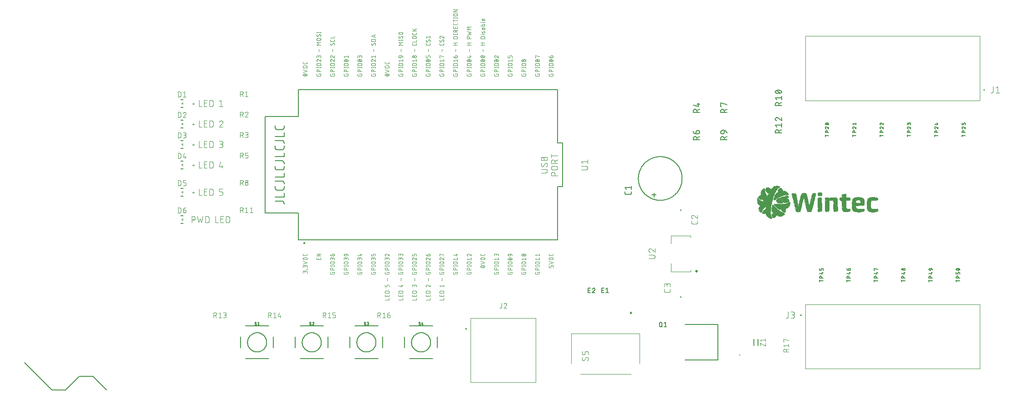
<source format=gbr>
G04 EAGLE Gerber RS-274X export*
G75*
%MOMM*%
%FSLAX34Y34*%
%LPD*%
%INSilkscreen Top*%
%IPPOS*%
%AMOC8*
5,1,8,0,0,1.08239X$1,22.5*%
G01*
%ADD10C,0.076200*%
%ADD11C,0.152400*%
%ADD12C,0.101600*%
%ADD13C,0.127000*%
%ADD14C,0.200000*%
%ADD15C,0.100000*%
%ADD16C,0.050800*%
%ADD17C,0.177800*%
%ADD18C,0.100000*%
%ADD19C,0.500000*%
%ADD20C,0.120000*%
%ADD21R,0.101600X0.025400*%
%ADD22R,0.025400X0.025400*%
%ADD23R,0.050800X0.025400*%
%ADD24R,0.203200X0.025400*%
%ADD25R,0.228600X0.025400*%
%ADD26R,0.304800X0.025400*%
%ADD27R,0.381000X0.025400*%
%ADD28R,0.076200X0.025400*%
%ADD29R,0.431800X0.025400*%
%ADD30R,0.457200X0.025400*%
%ADD31R,0.177800X0.025400*%
%ADD32R,0.482600X0.025400*%
%ADD33R,0.279400X0.025400*%
%ADD34R,0.406400X0.025400*%
%ADD35R,0.508000X0.025400*%
%ADD36R,0.533400X0.025400*%
%ADD37R,0.584200X0.025400*%
%ADD38R,0.609600X0.025400*%
%ADD39R,0.635000X0.025400*%
%ADD40R,0.558800X0.025400*%
%ADD41R,0.127000X0.025400*%
%ADD42R,0.660400X0.025400*%
%ADD43R,0.254000X0.025400*%
%ADD44R,0.685800X0.025400*%
%ADD45R,0.711200X0.025400*%
%ADD46R,0.736600X0.025400*%
%ADD47R,0.787400X0.025400*%
%ADD48R,0.863600X0.025400*%
%ADD49R,0.762000X0.025400*%
%ADD50R,0.990600X0.025400*%
%ADD51R,1.066800X0.025400*%
%ADD52R,1.955800X0.025400*%
%ADD53R,2.159000X0.025400*%
%ADD54R,2.209800X0.025400*%
%ADD55R,2.235200X0.025400*%
%ADD56R,0.812800X0.025400*%
%ADD57R,2.184400X0.025400*%
%ADD58R,2.133600X0.025400*%
%ADD59R,2.108200X0.025400*%
%ADD60R,0.838200X0.025400*%
%ADD61R,0.889000X0.025400*%
%ADD62R,1.981200X0.025400*%
%ADD63R,1.371600X0.025400*%
%ADD64R,1.930400X0.025400*%
%ADD65R,1.447800X0.025400*%
%ADD66R,1.905000X0.025400*%
%ADD67R,1.498600X0.025400*%
%ADD68R,1.879600X0.025400*%
%ADD69R,1.752600X0.025400*%
%ADD70R,1.651000X0.025400*%
%ADD71R,1.625600X0.025400*%
%ADD72R,1.473200X0.025400*%
%ADD73R,1.422400X0.025400*%
%ADD74R,1.600200X0.025400*%
%ADD75R,1.574800X0.025400*%
%ADD76R,0.330200X0.025400*%
%ADD77R,0.152400X0.025400*%
%ADD78R,1.524000X0.025400*%
%ADD79R,1.397000X0.025400*%
%ADD80R,1.549400X0.025400*%
%ADD81R,0.355600X0.025400*%
%ADD82R,1.092200X0.025400*%
%ADD83R,1.041400X0.025400*%
%ADD84R,1.270000X0.025400*%
%ADD85R,1.168400X0.025400*%
%ADD86R,1.244600X0.025400*%
%ADD87R,1.346200X0.025400*%
%ADD88R,1.016000X0.025400*%
%ADD89R,1.143000X0.025400*%
%ADD90R,1.219200X0.025400*%
%ADD91R,1.676400X0.025400*%
%ADD92R,1.320800X0.025400*%
%ADD93R,1.727200X0.025400*%
%ADD94R,1.295400X0.025400*%
%ADD95R,1.803400X0.025400*%
%ADD96R,2.032000X0.025400*%
%ADD97R,1.828800X0.025400*%
%ADD98R,2.057400X0.025400*%
%ADD99R,2.082800X0.025400*%
%ADD100R,0.939800X0.025400*%
%ADD101R,0.914400X0.025400*%
%ADD102R,0.965200X0.025400*%
%ADD103R,1.117600X0.025400*%
%ADD104R,1.193800X0.025400*%
%ADD105R,2.286000X0.025400*%
%ADD106R,2.362200X0.025400*%
%ADD107R,2.006600X0.025400*%
%ADD108R,2.413000X0.025400*%
%ADD109R,2.438400X0.025400*%
%ADD110R,2.540000X0.025400*%
%ADD111R,2.590800X0.025400*%
%ADD112R,2.641600X0.025400*%
%ADD113R,2.667000X0.025400*%
%ADD114R,2.743200X0.025400*%
%ADD115R,2.768600X0.025400*%
%ADD116R,2.794000X0.025400*%
%ADD117R,2.819400X0.025400*%
%ADD118R,2.260600X0.025400*%
%ADD119R,2.692400X0.025400*%
%ADD120R,2.311400X0.025400*%
%ADD121R,2.336800X0.025400*%
%ADD122R,2.387600X0.025400*%
%ADD123R,2.463800X0.025400*%
%ADD124R,2.489200X0.025400*%
%ADD125R,2.514600X0.025400*%
%ADD126R,2.565400X0.025400*%
%ADD127R,2.616200X0.025400*%
%ADD128R,1.854200X0.025400*%
%ADD129R,1.778000X0.025400*%
%ADD130R,1.701800X0.025400*%
%ADD131C,0.203200*%


D10*
X308483Y233776D02*
X308483Y230503D01*
X301117Y230503D01*
X301117Y233776D01*
X304391Y232958D02*
X304391Y230503D01*
X301117Y236827D02*
X308483Y236827D01*
X308483Y240919D02*
X301117Y236827D01*
X301117Y240919D02*
X308483Y240919D01*
X283083Y207040D02*
X283083Y204994D01*
X283083Y207040D02*
X283081Y207129D01*
X283075Y207218D01*
X283065Y207307D01*
X283052Y207395D01*
X283035Y207483D01*
X283013Y207570D01*
X282988Y207655D01*
X282960Y207740D01*
X282927Y207823D01*
X282891Y207905D01*
X282852Y207985D01*
X282809Y208063D01*
X282763Y208139D01*
X282713Y208214D01*
X282660Y208286D01*
X282604Y208355D01*
X282545Y208422D01*
X282484Y208487D01*
X282419Y208548D01*
X282352Y208607D01*
X282283Y208663D01*
X282211Y208716D01*
X282136Y208766D01*
X282060Y208812D01*
X281982Y208855D01*
X281902Y208894D01*
X281820Y208930D01*
X281737Y208963D01*
X281652Y208991D01*
X281567Y209016D01*
X281480Y209038D01*
X281392Y209055D01*
X281304Y209068D01*
X281215Y209078D01*
X281126Y209084D01*
X281037Y209086D01*
X280948Y209084D01*
X280859Y209078D01*
X280770Y209068D01*
X280682Y209055D01*
X280594Y209038D01*
X280507Y209016D01*
X280422Y208991D01*
X280337Y208963D01*
X280254Y208930D01*
X280172Y208894D01*
X280092Y208855D01*
X280014Y208812D01*
X279938Y208766D01*
X279863Y208716D01*
X279791Y208663D01*
X279722Y208607D01*
X279655Y208548D01*
X279590Y208487D01*
X279529Y208422D01*
X279470Y208355D01*
X279414Y208286D01*
X279361Y208214D01*
X279311Y208139D01*
X279265Y208063D01*
X279222Y207985D01*
X279183Y207905D01*
X279147Y207823D01*
X279114Y207740D01*
X279086Y207655D01*
X279061Y207570D01*
X279039Y207483D01*
X279022Y207395D01*
X279009Y207307D01*
X278999Y207218D01*
X278993Y207129D01*
X278991Y207040D01*
X275717Y207449D02*
X275717Y204994D01*
X275717Y207449D02*
X275719Y207528D01*
X275725Y207607D01*
X275734Y207686D01*
X275747Y207764D01*
X275765Y207841D01*
X275785Y207917D01*
X275810Y207992D01*
X275838Y208066D01*
X275869Y208139D01*
X275905Y208210D01*
X275943Y208279D01*
X275985Y208346D01*
X276030Y208411D01*
X276078Y208474D01*
X276129Y208535D01*
X276183Y208592D01*
X276239Y208648D01*
X276298Y208700D01*
X276360Y208750D01*
X276424Y208796D01*
X276490Y208840D01*
X276558Y208880D01*
X276628Y208916D01*
X276700Y208950D01*
X276774Y208980D01*
X276848Y209006D01*
X276924Y209029D01*
X277001Y209047D01*
X277078Y209063D01*
X277157Y209074D01*
X277235Y209082D01*
X277314Y209086D01*
X277394Y209086D01*
X277473Y209082D01*
X277551Y209074D01*
X277630Y209063D01*
X277707Y209047D01*
X277784Y209029D01*
X277860Y209006D01*
X277934Y208980D01*
X278008Y208950D01*
X278080Y208916D01*
X278150Y208880D01*
X278218Y208840D01*
X278284Y208796D01*
X278348Y208750D01*
X278410Y208700D01*
X278469Y208648D01*
X278525Y208592D01*
X278579Y208535D01*
X278630Y208474D01*
X278678Y208411D01*
X278723Y208346D01*
X278765Y208279D01*
X278803Y208210D01*
X278839Y208139D01*
X278870Y208066D01*
X278898Y207992D01*
X278923Y207917D01*
X278943Y207841D01*
X278961Y207764D01*
X278974Y207686D01*
X278983Y207607D01*
X278989Y207528D01*
X278991Y207449D01*
X278991Y205812D01*
X282674Y211956D02*
X283083Y211956D01*
X282674Y211956D02*
X282674Y212365D01*
X283083Y212365D01*
X283083Y211956D01*
X283083Y215235D02*
X283083Y217281D01*
X283081Y217370D01*
X283075Y217459D01*
X283065Y217548D01*
X283052Y217636D01*
X283035Y217724D01*
X283013Y217811D01*
X282988Y217896D01*
X282960Y217981D01*
X282927Y218064D01*
X282891Y218146D01*
X282852Y218226D01*
X282809Y218304D01*
X282763Y218380D01*
X282713Y218455D01*
X282660Y218527D01*
X282604Y218596D01*
X282545Y218663D01*
X282484Y218728D01*
X282419Y218789D01*
X282352Y218848D01*
X282283Y218904D01*
X282211Y218957D01*
X282136Y219007D01*
X282060Y219053D01*
X281982Y219096D01*
X281902Y219135D01*
X281820Y219171D01*
X281737Y219204D01*
X281652Y219232D01*
X281567Y219257D01*
X281480Y219279D01*
X281392Y219296D01*
X281304Y219309D01*
X281215Y219319D01*
X281126Y219325D01*
X281037Y219327D01*
X280948Y219325D01*
X280859Y219319D01*
X280770Y219309D01*
X280682Y219296D01*
X280594Y219279D01*
X280507Y219257D01*
X280422Y219232D01*
X280337Y219204D01*
X280254Y219171D01*
X280172Y219135D01*
X280092Y219096D01*
X280014Y219053D01*
X279938Y219007D01*
X279863Y218957D01*
X279791Y218904D01*
X279722Y218848D01*
X279655Y218789D01*
X279590Y218728D01*
X279529Y218663D01*
X279470Y218596D01*
X279414Y218527D01*
X279361Y218455D01*
X279311Y218380D01*
X279265Y218304D01*
X279222Y218226D01*
X279183Y218146D01*
X279147Y218064D01*
X279114Y217981D01*
X279086Y217896D01*
X279061Y217811D01*
X279039Y217724D01*
X279022Y217636D01*
X279009Y217548D01*
X278999Y217459D01*
X278993Y217370D01*
X278991Y217281D01*
X275717Y217690D02*
X275717Y215235D01*
X275717Y217690D02*
X275719Y217769D01*
X275725Y217848D01*
X275734Y217927D01*
X275747Y218005D01*
X275765Y218082D01*
X275785Y218158D01*
X275810Y218233D01*
X275838Y218307D01*
X275869Y218380D01*
X275905Y218451D01*
X275943Y218520D01*
X275985Y218587D01*
X276030Y218652D01*
X276078Y218715D01*
X276129Y218776D01*
X276183Y218833D01*
X276239Y218889D01*
X276298Y218941D01*
X276360Y218991D01*
X276424Y219037D01*
X276490Y219081D01*
X276558Y219121D01*
X276628Y219157D01*
X276700Y219191D01*
X276774Y219221D01*
X276848Y219247D01*
X276924Y219270D01*
X277001Y219288D01*
X277078Y219304D01*
X277157Y219315D01*
X277235Y219323D01*
X277314Y219327D01*
X277394Y219327D01*
X277473Y219323D01*
X277551Y219315D01*
X277630Y219304D01*
X277707Y219288D01*
X277784Y219270D01*
X277860Y219247D01*
X277934Y219221D01*
X278008Y219191D01*
X278080Y219157D01*
X278150Y219121D01*
X278218Y219081D01*
X278284Y219037D01*
X278348Y218991D01*
X278410Y218941D01*
X278469Y218889D01*
X278525Y218833D01*
X278579Y218776D01*
X278630Y218715D01*
X278678Y218652D01*
X278723Y218587D01*
X278765Y218520D01*
X278803Y218451D01*
X278839Y218380D01*
X278870Y218307D01*
X278898Y218233D01*
X278923Y218158D01*
X278943Y218082D01*
X278961Y218005D01*
X278974Y217927D01*
X278983Y217848D01*
X278989Y217769D01*
X278991Y217690D01*
X278991Y216054D01*
X275717Y222141D02*
X283083Y224596D01*
X275717Y227052D01*
X275717Y230109D02*
X283083Y230109D01*
X275717Y230109D02*
X275717Y232155D01*
X275719Y232244D01*
X275725Y232333D01*
X275735Y232422D01*
X275748Y232510D01*
X275765Y232598D01*
X275787Y232685D01*
X275812Y232770D01*
X275840Y232855D01*
X275873Y232938D01*
X275909Y233020D01*
X275948Y233100D01*
X275991Y233178D01*
X276037Y233254D01*
X276087Y233329D01*
X276140Y233401D01*
X276196Y233470D01*
X276255Y233537D01*
X276316Y233602D01*
X276381Y233663D01*
X276448Y233722D01*
X276517Y233778D01*
X276589Y233831D01*
X276664Y233881D01*
X276740Y233927D01*
X276818Y233970D01*
X276898Y234009D01*
X276980Y234045D01*
X277063Y234078D01*
X277148Y234106D01*
X277233Y234131D01*
X277320Y234153D01*
X277408Y234170D01*
X277496Y234183D01*
X277585Y234193D01*
X277674Y234199D01*
X277763Y234201D01*
X277763Y234202D02*
X281037Y234202D01*
X281037Y234201D02*
X281126Y234199D01*
X281215Y234193D01*
X281304Y234183D01*
X281392Y234170D01*
X281480Y234153D01*
X281567Y234131D01*
X281652Y234106D01*
X281737Y234078D01*
X281820Y234045D01*
X281902Y234009D01*
X281982Y233970D01*
X282060Y233927D01*
X282136Y233881D01*
X282211Y233831D01*
X282283Y233778D01*
X282352Y233722D01*
X282419Y233663D01*
X282484Y233602D01*
X282545Y233537D01*
X282604Y233470D01*
X282660Y233401D01*
X282713Y233329D01*
X282763Y233254D01*
X282809Y233178D01*
X282852Y233100D01*
X282891Y233020D01*
X282927Y232938D01*
X282960Y232855D01*
X282988Y232770D01*
X283013Y232685D01*
X283035Y232598D01*
X283052Y232510D01*
X283065Y232422D01*
X283075Y232333D01*
X283081Y232244D01*
X283083Y232155D01*
X283083Y230109D01*
X283083Y239282D02*
X283083Y240919D01*
X283083Y239282D02*
X283081Y239204D01*
X283076Y239126D01*
X283066Y239049D01*
X283053Y238972D01*
X283037Y238896D01*
X283017Y238821D01*
X282993Y238747D01*
X282966Y238674D01*
X282935Y238602D01*
X282901Y238532D01*
X282864Y238464D01*
X282823Y238397D01*
X282779Y238332D01*
X282733Y238270D01*
X282683Y238210D01*
X282631Y238152D01*
X282576Y238097D01*
X282518Y238045D01*
X282458Y237995D01*
X282396Y237949D01*
X282331Y237905D01*
X282265Y237864D01*
X282196Y237827D01*
X282126Y237793D01*
X282054Y237762D01*
X281981Y237735D01*
X281907Y237711D01*
X281832Y237691D01*
X281756Y237675D01*
X281679Y237662D01*
X281602Y237652D01*
X281524Y237647D01*
X281446Y237645D01*
X277354Y237645D01*
X277274Y237647D01*
X277194Y237653D01*
X277114Y237663D01*
X277035Y237676D01*
X276956Y237694D01*
X276879Y237715D01*
X276803Y237741D01*
X276728Y237770D01*
X276654Y237802D01*
X276582Y237838D01*
X276512Y237878D01*
X276445Y237921D01*
X276379Y237967D01*
X276316Y238017D01*
X276255Y238069D01*
X276196Y238124D01*
X276141Y238183D01*
X276089Y238243D01*
X276039Y238307D01*
X275993Y238372D01*
X275950Y238440D01*
X275910Y238510D01*
X275874Y238582D01*
X275842Y238656D01*
X275813Y238730D01*
X275788Y238807D01*
X275766Y238884D01*
X275748Y238963D01*
X275735Y239042D01*
X275725Y239121D01*
X275719Y239202D01*
X275717Y239282D01*
X275717Y240919D01*
X329791Y207025D02*
X329791Y205798D01*
X329791Y207025D02*
X333883Y207025D01*
X333883Y204570D01*
X333881Y204492D01*
X333876Y204414D01*
X333866Y204337D01*
X333853Y204260D01*
X333837Y204184D01*
X333817Y204109D01*
X333793Y204035D01*
X333766Y203962D01*
X333735Y203890D01*
X333701Y203820D01*
X333664Y203752D01*
X333623Y203685D01*
X333579Y203620D01*
X333533Y203558D01*
X333483Y203498D01*
X333431Y203440D01*
X333376Y203385D01*
X333318Y203333D01*
X333258Y203283D01*
X333196Y203237D01*
X333131Y203193D01*
X333065Y203152D01*
X332996Y203115D01*
X332926Y203081D01*
X332854Y203050D01*
X332781Y203023D01*
X332707Y202999D01*
X332632Y202979D01*
X332556Y202963D01*
X332479Y202950D01*
X332402Y202940D01*
X332324Y202935D01*
X332246Y202933D01*
X328154Y202933D01*
X328074Y202935D01*
X327994Y202941D01*
X327914Y202951D01*
X327835Y202964D01*
X327756Y202982D01*
X327679Y203003D01*
X327603Y203029D01*
X327528Y203058D01*
X327454Y203090D01*
X327382Y203126D01*
X327312Y203166D01*
X327245Y203209D01*
X327179Y203255D01*
X327116Y203305D01*
X327055Y203357D01*
X326996Y203412D01*
X326941Y203471D01*
X326889Y203531D01*
X326839Y203595D01*
X326793Y203660D01*
X326750Y203728D01*
X326710Y203798D01*
X326674Y203870D01*
X326642Y203944D01*
X326613Y204018D01*
X326588Y204095D01*
X326566Y204172D01*
X326548Y204251D01*
X326535Y204330D01*
X326525Y204409D01*
X326519Y204490D01*
X326517Y204570D01*
X326517Y207025D01*
X326517Y210854D02*
X333883Y210854D01*
X326517Y210854D02*
X326517Y212900D01*
X326519Y212989D01*
X326525Y213078D01*
X326535Y213167D01*
X326548Y213255D01*
X326565Y213343D01*
X326587Y213430D01*
X326612Y213515D01*
X326640Y213600D01*
X326673Y213683D01*
X326709Y213765D01*
X326748Y213845D01*
X326791Y213923D01*
X326837Y213999D01*
X326887Y214074D01*
X326940Y214146D01*
X326996Y214215D01*
X327055Y214282D01*
X327116Y214347D01*
X327181Y214408D01*
X327248Y214467D01*
X327317Y214523D01*
X327389Y214576D01*
X327464Y214626D01*
X327540Y214672D01*
X327618Y214715D01*
X327698Y214754D01*
X327780Y214790D01*
X327863Y214823D01*
X327948Y214851D01*
X328033Y214876D01*
X328120Y214898D01*
X328208Y214915D01*
X328296Y214928D01*
X328385Y214938D01*
X328474Y214944D01*
X328563Y214946D01*
X328652Y214944D01*
X328741Y214938D01*
X328830Y214928D01*
X328918Y214915D01*
X329006Y214898D01*
X329093Y214876D01*
X329178Y214851D01*
X329263Y214823D01*
X329346Y214790D01*
X329428Y214754D01*
X329508Y214715D01*
X329586Y214672D01*
X329662Y214626D01*
X329737Y214576D01*
X329809Y214523D01*
X329878Y214467D01*
X329945Y214408D01*
X330010Y214347D01*
X330071Y214282D01*
X330130Y214215D01*
X330186Y214146D01*
X330239Y214074D01*
X330289Y213999D01*
X330335Y213923D01*
X330378Y213845D01*
X330417Y213765D01*
X330453Y213683D01*
X330486Y213600D01*
X330514Y213515D01*
X330539Y213430D01*
X330561Y213343D01*
X330578Y213255D01*
X330591Y213167D01*
X330601Y213078D01*
X330607Y212989D01*
X330609Y212900D01*
X330609Y210854D01*
X333883Y218390D02*
X326517Y218390D01*
X333883Y217572D02*
X333883Y219209D01*
X326517Y219209D02*
X326517Y217572D01*
X328563Y222196D02*
X331837Y222196D01*
X328563Y222196D02*
X328474Y222198D01*
X328385Y222204D01*
X328296Y222214D01*
X328208Y222227D01*
X328120Y222244D01*
X328033Y222266D01*
X327948Y222291D01*
X327863Y222319D01*
X327780Y222352D01*
X327698Y222388D01*
X327618Y222427D01*
X327540Y222470D01*
X327464Y222516D01*
X327389Y222566D01*
X327317Y222619D01*
X327248Y222675D01*
X327181Y222734D01*
X327116Y222795D01*
X327055Y222860D01*
X326996Y222927D01*
X326940Y222996D01*
X326887Y223068D01*
X326837Y223143D01*
X326791Y223219D01*
X326748Y223297D01*
X326709Y223377D01*
X326673Y223459D01*
X326640Y223542D01*
X326612Y223627D01*
X326587Y223712D01*
X326565Y223799D01*
X326548Y223887D01*
X326535Y223975D01*
X326525Y224064D01*
X326519Y224153D01*
X326517Y224242D01*
X326519Y224331D01*
X326525Y224420D01*
X326535Y224509D01*
X326548Y224597D01*
X326565Y224685D01*
X326587Y224772D01*
X326612Y224857D01*
X326640Y224942D01*
X326673Y225025D01*
X326709Y225107D01*
X326748Y225187D01*
X326791Y225265D01*
X326837Y225341D01*
X326887Y225416D01*
X326940Y225488D01*
X326996Y225557D01*
X327055Y225624D01*
X327116Y225689D01*
X327181Y225750D01*
X327248Y225809D01*
X327317Y225865D01*
X327389Y225918D01*
X327464Y225968D01*
X327540Y226014D01*
X327618Y226057D01*
X327698Y226096D01*
X327780Y226132D01*
X327863Y226165D01*
X327948Y226193D01*
X328033Y226218D01*
X328120Y226240D01*
X328208Y226257D01*
X328296Y226270D01*
X328385Y226280D01*
X328474Y226286D01*
X328563Y226288D01*
X328563Y226289D02*
X331837Y226289D01*
X331837Y226288D02*
X331926Y226286D01*
X332015Y226280D01*
X332104Y226270D01*
X332192Y226257D01*
X332280Y226240D01*
X332367Y226218D01*
X332452Y226193D01*
X332537Y226165D01*
X332620Y226132D01*
X332702Y226096D01*
X332782Y226057D01*
X332860Y226014D01*
X332936Y225968D01*
X333011Y225918D01*
X333083Y225865D01*
X333152Y225809D01*
X333219Y225750D01*
X333284Y225689D01*
X333345Y225624D01*
X333404Y225557D01*
X333460Y225488D01*
X333513Y225416D01*
X333563Y225341D01*
X333609Y225265D01*
X333652Y225187D01*
X333691Y225107D01*
X333727Y225025D01*
X333760Y224942D01*
X333788Y224857D01*
X333813Y224772D01*
X333835Y224685D01*
X333852Y224597D01*
X333865Y224509D01*
X333875Y224420D01*
X333881Y224331D01*
X333883Y224242D01*
X333881Y224153D01*
X333875Y224064D01*
X333865Y223975D01*
X333852Y223887D01*
X333835Y223799D01*
X333813Y223712D01*
X333788Y223627D01*
X333760Y223542D01*
X333727Y223459D01*
X333691Y223377D01*
X333652Y223297D01*
X333609Y223219D01*
X333563Y223143D01*
X333513Y223068D01*
X333460Y222996D01*
X333404Y222927D01*
X333345Y222860D01*
X333284Y222795D01*
X333219Y222734D01*
X333152Y222675D01*
X333083Y222619D01*
X333011Y222566D01*
X332936Y222516D01*
X332860Y222470D01*
X332782Y222427D01*
X332702Y222388D01*
X332620Y222352D01*
X332537Y222319D01*
X332452Y222291D01*
X332367Y222266D01*
X332280Y222244D01*
X332192Y222227D01*
X332104Y222214D01*
X332015Y222204D01*
X331926Y222198D01*
X331837Y222196D01*
X333883Y229512D02*
X333883Y231558D01*
X333881Y231647D01*
X333875Y231736D01*
X333865Y231825D01*
X333852Y231913D01*
X333835Y232001D01*
X333813Y232088D01*
X333788Y232173D01*
X333760Y232258D01*
X333727Y232341D01*
X333691Y232423D01*
X333652Y232503D01*
X333609Y232581D01*
X333563Y232657D01*
X333513Y232732D01*
X333460Y232804D01*
X333404Y232873D01*
X333345Y232940D01*
X333284Y233005D01*
X333219Y233066D01*
X333152Y233125D01*
X333083Y233181D01*
X333011Y233234D01*
X332936Y233284D01*
X332860Y233330D01*
X332782Y233373D01*
X332702Y233412D01*
X332620Y233448D01*
X332537Y233481D01*
X332452Y233509D01*
X332367Y233534D01*
X332280Y233556D01*
X332192Y233573D01*
X332104Y233586D01*
X332015Y233596D01*
X331926Y233602D01*
X331837Y233604D01*
X331748Y233602D01*
X331659Y233596D01*
X331570Y233586D01*
X331482Y233573D01*
X331394Y233556D01*
X331307Y233534D01*
X331222Y233509D01*
X331137Y233481D01*
X331054Y233448D01*
X330972Y233412D01*
X330892Y233373D01*
X330814Y233330D01*
X330738Y233284D01*
X330663Y233234D01*
X330591Y233181D01*
X330522Y233125D01*
X330455Y233066D01*
X330390Y233005D01*
X330329Y232940D01*
X330270Y232873D01*
X330214Y232804D01*
X330161Y232732D01*
X330111Y232657D01*
X330065Y232581D01*
X330022Y232503D01*
X329983Y232423D01*
X329947Y232341D01*
X329914Y232258D01*
X329886Y232173D01*
X329861Y232088D01*
X329839Y232001D01*
X329822Y231913D01*
X329809Y231825D01*
X329799Y231736D01*
X329793Y231647D01*
X329791Y231558D01*
X326517Y231967D02*
X326517Y229512D01*
X326517Y231967D02*
X326519Y232046D01*
X326525Y232125D01*
X326534Y232204D01*
X326547Y232282D01*
X326565Y232359D01*
X326585Y232435D01*
X326610Y232510D01*
X326638Y232584D01*
X326669Y232657D01*
X326705Y232728D01*
X326743Y232797D01*
X326785Y232864D01*
X326830Y232929D01*
X326878Y232992D01*
X326929Y233053D01*
X326983Y233110D01*
X327039Y233166D01*
X327098Y233218D01*
X327160Y233268D01*
X327224Y233314D01*
X327290Y233358D01*
X327358Y233398D01*
X327428Y233434D01*
X327500Y233468D01*
X327574Y233498D01*
X327648Y233524D01*
X327724Y233547D01*
X327801Y233565D01*
X327878Y233581D01*
X327957Y233592D01*
X328035Y233600D01*
X328114Y233604D01*
X328194Y233604D01*
X328273Y233600D01*
X328351Y233592D01*
X328430Y233581D01*
X328507Y233565D01*
X328584Y233547D01*
X328660Y233524D01*
X328734Y233498D01*
X328808Y233468D01*
X328880Y233434D01*
X328950Y233398D01*
X329018Y233358D01*
X329084Y233314D01*
X329148Y233268D01*
X329210Y233218D01*
X329269Y233166D01*
X329325Y233110D01*
X329379Y233053D01*
X329430Y232992D01*
X329478Y232929D01*
X329523Y232864D01*
X329565Y232797D01*
X329603Y232728D01*
X329639Y232657D01*
X329670Y232584D01*
X329698Y232510D01*
X329723Y232435D01*
X329743Y232359D01*
X329761Y232282D01*
X329774Y232204D01*
X329783Y232125D01*
X329789Y232046D01*
X329791Y231967D01*
X329791Y230330D01*
X329791Y236827D02*
X329791Y239282D01*
X329793Y239360D01*
X329798Y239438D01*
X329808Y239515D01*
X329821Y239592D01*
X329837Y239668D01*
X329857Y239743D01*
X329881Y239817D01*
X329908Y239890D01*
X329939Y239962D01*
X329973Y240032D01*
X330010Y240101D01*
X330051Y240167D01*
X330095Y240232D01*
X330141Y240294D01*
X330191Y240354D01*
X330243Y240412D01*
X330298Y240467D01*
X330356Y240519D01*
X330416Y240569D01*
X330478Y240615D01*
X330543Y240659D01*
X330610Y240700D01*
X330678Y240737D01*
X330748Y240771D01*
X330820Y240802D01*
X330893Y240829D01*
X330967Y240853D01*
X331042Y240873D01*
X331118Y240889D01*
X331195Y240902D01*
X331272Y240912D01*
X331350Y240917D01*
X331428Y240919D01*
X331837Y240919D01*
X331926Y240917D01*
X332015Y240911D01*
X332104Y240901D01*
X332192Y240888D01*
X332280Y240871D01*
X332367Y240849D01*
X332452Y240824D01*
X332537Y240796D01*
X332620Y240763D01*
X332702Y240727D01*
X332782Y240688D01*
X332860Y240645D01*
X332936Y240599D01*
X333011Y240549D01*
X333083Y240496D01*
X333152Y240440D01*
X333219Y240381D01*
X333284Y240320D01*
X333345Y240255D01*
X333404Y240188D01*
X333460Y240119D01*
X333513Y240047D01*
X333563Y239972D01*
X333609Y239896D01*
X333652Y239818D01*
X333691Y239738D01*
X333727Y239656D01*
X333760Y239573D01*
X333788Y239488D01*
X333813Y239403D01*
X333835Y239316D01*
X333852Y239228D01*
X333865Y239140D01*
X333875Y239051D01*
X333881Y238962D01*
X333883Y238873D01*
X333881Y238784D01*
X333875Y238695D01*
X333865Y238606D01*
X333852Y238518D01*
X333835Y238430D01*
X333813Y238343D01*
X333788Y238258D01*
X333760Y238173D01*
X333727Y238090D01*
X333691Y238008D01*
X333652Y237928D01*
X333609Y237850D01*
X333563Y237774D01*
X333513Y237699D01*
X333460Y237627D01*
X333404Y237558D01*
X333345Y237491D01*
X333284Y237426D01*
X333219Y237365D01*
X333152Y237306D01*
X333083Y237250D01*
X333011Y237197D01*
X332936Y237147D01*
X332860Y237101D01*
X332782Y237058D01*
X332702Y237019D01*
X332620Y236983D01*
X332537Y236950D01*
X332452Y236922D01*
X332367Y236897D01*
X332280Y236875D01*
X332192Y236858D01*
X332104Y236845D01*
X332015Y236835D01*
X331926Y236829D01*
X331837Y236827D01*
X329791Y236827D01*
X329677Y236829D01*
X329563Y236835D01*
X329449Y236845D01*
X329335Y236859D01*
X329222Y236877D01*
X329110Y236899D01*
X328999Y236924D01*
X328889Y236954D01*
X328779Y236987D01*
X328671Y237024D01*
X328565Y237065D01*
X328459Y237110D01*
X328356Y237158D01*
X328254Y237210D01*
X328154Y237266D01*
X328056Y237324D01*
X327960Y237387D01*
X327867Y237452D01*
X327775Y237521D01*
X327687Y237593D01*
X327600Y237668D01*
X327517Y237746D01*
X327436Y237827D01*
X327358Y237910D01*
X327283Y237996D01*
X327211Y238085D01*
X327142Y238177D01*
X327077Y238270D01*
X327015Y238366D01*
X326956Y238464D01*
X326900Y238564D01*
X326848Y238666D01*
X326800Y238769D01*
X326755Y238874D01*
X326714Y238981D01*
X326677Y239089D01*
X326644Y239199D01*
X326614Y239309D01*
X326589Y239420D01*
X326567Y239532D01*
X326549Y239645D01*
X326535Y239759D01*
X326525Y239873D01*
X326519Y239987D01*
X326517Y240101D01*
X355191Y207025D02*
X355191Y205798D01*
X355191Y207025D02*
X359283Y207025D01*
X359283Y204570D01*
X359281Y204492D01*
X359276Y204414D01*
X359266Y204337D01*
X359253Y204260D01*
X359237Y204184D01*
X359217Y204109D01*
X359193Y204035D01*
X359166Y203962D01*
X359135Y203890D01*
X359101Y203820D01*
X359064Y203752D01*
X359023Y203685D01*
X358979Y203620D01*
X358933Y203558D01*
X358883Y203498D01*
X358831Y203440D01*
X358776Y203385D01*
X358718Y203333D01*
X358658Y203283D01*
X358596Y203237D01*
X358531Y203193D01*
X358465Y203152D01*
X358396Y203115D01*
X358326Y203081D01*
X358254Y203050D01*
X358181Y203023D01*
X358107Y202999D01*
X358032Y202979D01*
X357956Y202963D01*
X357879Y202950D01*
X357802Y202940D01*
X357724Y202935D01*
X357646Y202933D01*
X353554Y202933D01*
X353474Y202935D01*
X353394Y202941D01*
X353314Y202951D01*
X353235Y202964D01*
X353156Y202982D01*
X353079Y203003D01*
X353003Y203029D01*
X352928Y203058D01*
X352854Y203090D01*
X352782Y203126D01*
X352712Y203166D01*
X352645Y203209D01*
X352579Y203255D01*
X352516Y203305D01*
X352455Y203357D01*
X352396Y203412D01*
X352341Y203471D01*
X352289Y203531D01*
X352239Y203595D01*
X352193Y203660D01*
X352150Y203728D01*
X352110Y203798D01*
X352074Y203870D01*
X352042Y203944D01*
X352013Y204018D01*
X351988Y204095D01*
X351966Y204172D01*
X351948Y204251D01*
X351935Y204330D01*
X351925Y204409D01*
X351919Y204490D01*
X351917Y204570D01*
X351917Y207025D01*
X351917Y210854D02*
X359283Y210854D01*
X351917Y210854D02*
X351917Y212900D01*
X351919Y212989D01*
X351925Y213078D01*
X351935Y213167D01*
X351948Y213255D01*
X351965Y213343D01*
X351987Y213430D01*
X352012Y213515D01*
X352040Y213600D01*
X352073Y213683D01*
X352109Y213765D01*
X352148Y213845D01*
X352191Y213923D01*
X352237Y213999D01*
X352287Y214074D01*
X352340Y214146D01*
X352396Y214215D01*
X352455Y214282D01*
X352516Y214347D01*
X352581Y214408D01*
X352648Y214467D01*
X352717Y214523D01*
X352789Y214576D01*
X352864Y214626D01*
X352940Y214672D01*
X353018Y214715D01*
X353098Y214754D01*
X353180Y214790D01*
X353263Y214823D01*
X353348Y214851D01*
X353433Y214876D01*
X353520Y214898D01*
X353608Y214915D01*
X353696Y214928D01*
X353785Y214938D01*
X353874Y214944D01*
X353963Y214946D01*
X354052Y214944D01*
X354141Y214938D01*
X354230Y214928D01*
X354318Y214915D01*
X354406Y214898D01*
X354493Y214876D01*
X354578Y214851D01*
X354663Y214823D01*
X354746Y214790D01*
X354828Y214754D01*
X354908Y214715D01*
X354986Y214672D01*
X355062Y214626D01*
X355137Y214576D01*
X355209Y214523D01*
X355278Y214467D01*
X355345Y214408D01*
X355410Y214347D01*
X355471Y214282D01*
X355530Y214215D01*
X355586Y214146D01*
X355639Y214074D01*
X355689Y213999D01*
X355735Y213923D01*
X355778Y213845D01*
X355817Y213765D01*
X355853Y213683D01*
X355886Y213600D01*
X355914Y213515D01*
X355939Y213430D01*
X355961Y213343D01*
X355978Y213255D01*
X355991Y213167D01*
X356001Y213078D01*
X356007Y212989D01*
X356009Y212900D01*
X356009Y210854D01*
X359283Y218390D02*
X351917Y218390D01*
X359283Y217572D02*
X359283Y219209D01*
X351917Y219209D02*
X351917Y217572D01*
X353963Y222196D02*
X357237Y222196D01*
X353963Y222196D02*
X353874Y222198D01*
X353785Y222204D01*
X353696Y222214D01*
X353608Y222227D01*
X353520Y222244D01*
X353433Y222266D01*
X353348Y222291D01*
X353263Y222319D01*
X353180Y222352D01*
X353098Y222388D01*
X353018Y222427D01*
X352940Y222470D01*
X352864Y222516D01*
X352789Y222566D01*
X352717Y222619D01*
X352648Y222675D01*
X352581Y222734D01*
X352516Y222795D01*
X352455Y222860D01*
X352396Y222927D01*
X352340Y222996D01*
X352287Y223068D01*
X352237Y223143D01*
X352191Y223219D01*
X352148Y223297D01*
X352109Y223377D01*
X352073Y223459D01*
X352040Y223542D01*
X352012Y223627D01*
X351987Y223712D01*
X351965Y223799D01*
X351948Y223887D01*
X351935Y223975D01*
X351925Y224064D01*
X351919Y224153D01*
X351917Y224242D01*
X351919Y224331D01*
X351925Y224420D01*
X351935Y224509D01*
X351948Y224597D01*
X351965Y224685D01*
X351987Y224772D01*
X352012Y224857D01*
X352040Y224942D01*
X352073Y225025D01*
X352109Y225107D01*
X352148Y225187D01*
X352191Y225265D01*
X352237Y225341D01*
X352287Y225416D01*
X352340Y225488D01*
X352396Y225557D01*
X352455Y225624D01*
X352516Y225689D01*
X352581Y225750D01*
X352648Y225809D01*
X352717Y225865D01*
X352789Y225918D01*
X352864Y225968D01*
X352940Y226014D01*
X353018Y226057D01*
X353098Y226096D01*
X353180Y226132D01*
X353263Y226165D01*
X353348Y226193D01*
X353433Y226218D01*
X353520Y226240D01*
X353608Y226257D01*
X353696Y226270D01*
X353785Y226280D01*
X353874Y226286D01*
X353963Y226288D01*
X353963Y226289D02*
X357237Y226289D01*
X357237Y226288D02*
X357326Y226286D01*
X357415Y226280D01*
X357504Y226270D01*
X357592Y226257D01*
X357680Y226240D01*
X357767Y226218D01*
X357852Y226193D01*
X357937Y226165D01*
X358020Y226132D01*
X358102Y226096D01*
X358182Y226057D01*
X358260Y226014D01*
X358336Y225968D01*
X358411Y225918D01*
X358483Y225865D01*
X358552Y225809D01*
X358619Y225750D01*
X358684Y225689D01*
X358745Y225624D01*
X358804Y225557D01*
X358860Y225488D01*
X358913Y225416D01*
X358963Y225341D01*
X359009Y225265D01*
X359052Y225187D01*
X359091Y225107D01*
X359127Y225025D01*
X359160Y224942D01*
X359188Y224857D01*
X359213Y224772D01*
X359235Y224685D01*
X359252Y224597D01*
X359265Y224509D01*
X359275Y224420D01*
X359281Y224331D01*
X359283Y224242D01*
X359281Y224153D01*
X359275Y224064D01*
X359265Y223975D01*
X359252Y223887D01*
X359235Y223799D01*
X359213Y223712D01*
X359188Y223627D01*
X359160Y223542D01*
X359127Y223459D01*
X359091Y223377D01*
X359052Y223297D01*
X359009Y223219D01*
X358963Y223143D01*
X358913Y223068D01*
X358860Y222996D01*
X358804Y222927D01*
X358745Y222860D01*
X358684Y222795D01*
X358619Y222734D01*
X358552Y222675D01*
X358483Y222619D01*
X358411Y222566D01*
X358336Y222516D01*
X358260Y222470D01*
X358182Y222427D01*
X358102Y222388D01*
X358020Y222352D01*
X357937Y222319D01*
X357852Y222291D01*
X357767Y222266D01*
X357680Y222244D01*
X357592Y222227D01*
X357504Y222214D01*
X357415Y222204D01*
X357326Y222198D01*
X357237Y222196D01*
X359283Y229512D02*
X359283Y231558D01*
X359281Y231647D01*
X359275Y231736D01*
X359265Y231825D01*
X359252Y231913D01*
X359235Y232001D01*
X359213Y232088D01*
X359188Y232173D01*
X359160Y232258D01*
X359127Y232341D01*
X359091Y232423D01*
X359052Y232503D01*
X359009Y232581D01*
X358963Y232657D01*
X358913Y232732D01*
X358860Y232804D01*
X358804Y232873D01*
X358745Y232940D01*
X358684Y233005D01*
X358619Y233066D01*
X358552Y233125D01*
X358483Y233181D01*
X358411Y233234D01*
X358336Y233284D01*
X358260Y233330D01*
X358182Y233373D01*
X358102Y233412D01*
X358020Y233448D01*
X357937Y233481D01*
X357852Y233509D01*
X357767Y233534D01*
X357680Y233556D01*
X357592Y233573D01*
X357504Y233586D01*
X357415Y233596D01*
X357326Y233602D01*
X357237Y233604D01*
X357148Y233602D01*
X357059Y233596D01*
X356970Y233586D01*
X356882Y233573D01*
X356794Y233556D01*
X356707Y233534D01*
X356622Y233509D01*
X356537Y233481D01*
X356454Y233448D01*
X356372Y233412D01*
X356292Y233373D01*
X356214Y233330D01*
X356138Y233284D01*
X356063Y233234D01*
X355991Y233181D01*
X355922Y233125D01*
X355855Y233066D01*
X355790Y233005D01*
X355729Y232940D01*
X355670Y232873D01*
X355614Y232804D01*
X355561Y232732D01*
X355511Y232657D01*
X355465Y232581D01*
X355422Y232503D01*
X355383Y232423D01*
X355347Y232341D01*
X355314Y232258D01*
X355286Y232173D01*
X355261Y232088D01*
X355239Y232001D01*
X355222Y231913D01*
X355209Y231825D01*
X355199Y231736D01*
X355193Y231647D01*
X355191Y231558D01*
X351917Y231967D02*
X351917Y229512D01*
X351917Y231967D02*
X351919Y232046D01*
X351925Y232125D01*
X351934Y232204D01*
X351947Y232282D01*
X351965Y232359D01*
X351985Y232435D01*
X352010Y232510D01*
X352038Y232584D01*
X352069Y232657D01*
X352105Y232728D01*
X352143Y232797D01*
X352185Y232864D01*
X352230Y232929D01*
X352278Y232992D01*
X352329Y233053D01*
X352383Y233110D01*
X352439Y233166D01*
X352498Y233218D01*
X352560Y233268D01*
X352624Y233314D01*
X352690Y233358D01*
X352758Y233398D01*
X352828Y233434D01*
X352900Y233468D01*
X352974Y233498D01*
X353048Y233524D01*
X353124Y233547D01*
X353201Y233565D01*
X353278Y233581D01*
X353357Y233592D01*
X353435Y233600D01*
X353514Y233604D01*
X353594Y233604D01*
X353673Y233600D01*
X353751Y233592D01*
X353830Y233581D01*
X353907Y233565D01*
X353984Y233547D01*
X354060Y233524D01*
X354134Y233498D01*
X354208Y233468D01*
X354280Y233434D01*
X354350Y233398D01*
X354418Y233358D01*
X354484Y233314D01*
X354548Y233268D01*
X354610Y233218D01*
X354669Y233166D01*
X354725Y233110D01*
X354779Y233053D01*
X354830Y232992D01*
X354878Y232929D01*
X354923Y232864D01*
X354965Y232797D01*
X355003Y232728D01*
X355039Y232657D01*
X355070Y232584D01*
X355098Y232510D01*
X355123Y232435D01*
X355143Y232359D01*
X355161Y232282D01*
X355174Y232204D01*
X355183Y232125D01*
X355189Y232046D01*
X355191Y231967D01*
X355191Y230330D01*
X356009Y238464D02*
X356009Y240919D01*
X356009Y238464D02*
X356007Y238386D01*
X356002Y238308D01*
X355992Y238231D01*
X355979Y238154D01*
X355963Y238078D01*
X355943Y238003D01*
X355919Y237929D01*
X355892Y237856D01*
X355861Y237784D01*
X355827Y237714D01*
X355790Y237646D01*
X355749Y237579D01*
X355705Y237514D01*
X355659Y237452D01*
X355609Y237392D01*
X355557Y237334D01*
X355502Y237279D01*
X355444Y237227D01*
X355384Y237177D01*
X355322Y237131D01*
X355257Y237087D01*
X355191Y237046D01*
X355122Y237009D01*
X355052Y236975D01*
X354980Y236944D01*
X354907Y236917D01*
X354833Y236893D01*
X354758Y236873D01*
X354682Y236857D01*
X354605Y236844D01*
X354528Y236834D01*
X354450Y236829D01*
X354372Y236827D01*
X353963Y236827D01*
X353874Y236829D01*
X353785Y236835D01*
X353696Y236845D01*
X353608Y236858D01*
X353520Y236875D01*
X353433Y236897D01*
X353348Y236922D01*
X353263Y236950D01*
X353180Y236983D01*
X353098Y237019D01*
X353018Y237058D01*
X352940Y237101D01*
X352864Y237147D01*
X352789Y237197D01*
X352717Y237250D01*
X352648Y237306D01*
X352581Y237365D01*
X352516Y237426D01*
X352455Y237491D01*
X352396Y237558D01*
X352340Y237627D01*
X352287Y237699D01*
X352237Y237774D01*
X352191Y237850D01*
X352148Y237928D01*
X352109Y238008D01*
X352073Y238090D01*
X352040Y238173D01*
X352012Y238258D01*
X351987Y238343D01*
X351965Y238430D01*
X351948Y238518D01*
X351935Y238606D01*
X351925Y238695D01*
X351919Y238784D01*
X351917Y238873D01*
X351919Y238962D01*
X351925Y239051D01*
X351935Y239140D01*
X351948Y239228D01*
X351965Y239316D01*
X351987Y239403D01*
X352012Y239488D01*
X352040Y239573D01*
X352073Y239656D01*
X352109Y239738D01*
X352148Y239818D01*
X352191Y239896D01*
X352237Y239972D01*
X352287Y240047D01*
X352340Y240119D01*
X352396Y240188D01*
X352455Y240255D01*
X352516Y240320D01*
X352581Y240381D01*
X352648Y240440D01*
X352717Y240496D01*
X352789Y240549D01*
X352864Y240599D01*
X352940Y240645D01*
X353018Y240688D01*
X353098Y240727D01*
X353180Y240763D01*
X353263Y240796D01*
X353348Y240824D01*
X353433Y240849D01*
X353520Y240871D01*
X353608Y240888D01*
X353696Y240901D01*
X353785Y240911D01*
X353874Y240917D01*
X353963Y240919D01*
X356009Y240919D01*
X356121Y240917D01*
X356232Y240911D01*
X356344Y240902D01*
X356455Y240889D01*
X356565Y240871D01*
X356675Y240851D01*
X356784Y240826D01*
X356892Y240798D01*
X356999Y240766D01*
X357105Y240730D01*
X357210Y240691D01*
X357313Y240648D01*
X357415Y240602D01*
X357515Y240552D01*
X357614Y240499D01*
X357710Y240442D01*
X357805Y240383D01*
X357897Y240320D01*
X357987Y240254D01*
X358075Y240185D01*
X358161Y240113D01*
X358244Y240038D01*
X358324Y239960D01*
X358402Y239880D01*
X358477Y239797D01*
X358549Y239711D01*
X358618Y239623D01*
X358684Y239533D01*
X358747Y239441D01*
X358806Y239346D01*
X358863Y239250D01*
X358916Y239151D01*
X358966Y239051D01*
X359012Y238949D01*
X359055Y238846D01*
X359094Y238741D01*
X359130Y238635D01*
X359162Y238528D01*
X359190Y238420D01*
X359215Y238311D01*
X359235Y238201D01*
X359253Y238091D01*
X359266Y237980D01*
X359275Y237868D01*
X359281Y237757D01*
X359283Y237645D01*
X380591Y207025D02*
X380591Y205798D01*
X380591Y207025D02*
X384683Y207025D01*
X384683Y204570D01*
X384681Y204492D01*
X384676Y204414D01*
X384666Y204337D01*
X384653Y204260D01*
X384637Y204184D01*
X384617Y204109D01*
X384593Y204035D01*
X384566Y203962D01*
X384535Y203890D01*
X384501Y203820D01*
X384464Y203752D01*
X384423Y203685D01*
X384379Y203620D01*
X384333Y203558D01*
X384283Y203498D01*
X384231Y203440D01*
X384176Y203385D01*
X384118Y203333D01*
X384058Y203283D01*
X383996Y203237D01*
X383931Y203193D01*
X383865Y203152D01*
X383796Y203115D01*
X383726Y203081D01*
X383654Y203050D01*
X383581Y203023D01*
X383507Y202999D01*
X383432Y202979D01*
X383356Y202963D01*
X383279Y202950D01*
X383202Y202940D01*
X383124Y202935D01*
X383046Y202933D01*
X378954Y202933D01*
X378874Y202935D01*
X378794Y202941D01*
X378714Y202951D01*
X378635Y202964D01*
X378556Y202982D01*
X378479Y203003D01*
X378403Y203029D01*
X378328Y203058D01*
X378254Y203090D01*
X378182Y203126D01*
X378112Y203166D01*
X378045Y203209D01*
X377979Y203255D01*
X377916Y203305D01*
X377855Y203357D01*
X377796Y203412D01*
X377741Y203471D01*
X377689Y203531D01*
X377639Y203595D01*
X377593Y203660D01*
X377550Y203728D01*
X377510Y203798D01*
X377474Y203870D01*
X377442Y203944D01*
X377413Y204018D01*
X377388Y204095D01*
X377366Y204172D01*
X377348Y204251D01*
X377335Y204330D01*
X377325Y204409D01*
X377319Y204490D01*
X377317Y204570D01*
X377317Y207025D01*
X377317Y210854D02*
X384683Y210854D01*
X377317Y210854D02*
X377317Y212900D01*
X377319Y212989D01*
X377325Y213078D01*
X377335Y213167D01*
X377348Y213255D01*
X377365Y213343D01*
X377387Y213430D01*
X377412Y213515D01*
X377440Y213600D01*
X377473Y213683D01*
X377509Y213765D01*
X377548Y213845D01*
X377591Y213923D01*
X377637Y213999D01*
X377687Y214074D01*
X377740Y214146D01*
X377796Y214215D01*
X377855Y214282D01*
X377916Y214347D01*
X377981Y214408D01*
X378048Y214467D01*
X378117Y214523D01*
X378189Y214576D01*
X378264Y214626D01*
X378340Y214672D01*
X378418Y214715D01*
X378498Y214754D01*
X378580Y214790D01*
X378663Y214823D01*
X378748Y214851D01*
X378833Y214876D01*
X378920Y214898D01*
X379008Y214915D01*
X379096Y214928D01*
X379185Y214938D01*
X379274Y214944D01*
X379363Y214946D01*
X379452Y214944D01*
X379541Y214938D01*
X379630Y214928D01*
X379718Y214915D01*
X379806Y214898D01*
X379893Y214876D01*
X379978Y214851D01*
X380063Y214823D01*
X380146Y214790D01*
X380228Y214754D01*
X380308Y214715D01*
X380386Y214672D01*
X380462Y214626D01*
X380537Y214576D01*
X380609Y214523D01*
X380678Y214467D01*
X380745Y214408D01*
X380810Y214347D01*
X380871Y214282D01*
X380930Y214215D01*
X380986Y214146D01*
X381039Y214074D01*
X381089Y213999D01*
X381135Y213923D01*
X381178Y213845D01*
X381217Y213765D01*
X381253Y213683D01*
X381286Y213600D01*
X381314Y213515D01*
X381339Y213430D01*
X381361Y213343D01*
X381378Y213255D01*
X381391Y213167D01*
X381401Y213078D01*
X381407Y212989D01*
X381409Y212900D01*
X381409Y210854D01*
X384683Y218390D02*
X377317Y218390D01*
X384683Y217572D02*
X384683Y219209D01*
X377317Y219209D02*
X377317Y217572D01*
X379363Y222196D02*
X382637Y222196D01*
X379363Y222196D02*
X379274Y222198D01*
X379185Y222204D01*
X379096Y222214D01*
X379008Y222227D01*
X378920Y222244D01*
X378833Y222266D01*
X378748Y222291D01*
X378663Y222319D01*
X378580Y222352D01*
X378498Y222388D01*
X378418Y222427D01*
X378340Y222470D01*
X378264Y222516D01*
X378189Y222566D01*
X378117Y222619D01*
X378048Y222675D01*
X377981Y222734D01*
X377916Y222795D01*
X377855Y222860D01*
X377796Y222927D01*
X377740Y222996D01*
X377687Y223068D01*
X377637Y223143D01*
X377591Y223219D01*
X377548Y223297D01*
X377509Y223377D01*
X377473Y223459D01*
X377440Y223542D01*
X377412Y223627D01*
X377387Y223712D01*
X377365Y223799D01*
X377348Y223887D01*
X377335Y223975D01*
X377325Y224064D01*
X377319Y224153D01*
X377317Y224242D01*
X377319Y224331D01*
X377325Y224420D01*
X377335Y224509D01*
X377348Y224597D01*
X377365Y224685D01*
X377387Y224772D01*
X377412Y224857D01*
X377440Y224942D01*
X377473Y225025D01*
X377509Y225107D01*
X377548Y225187D01*
X377591Y225265D01*
X377637Y225341D01*
X377687Y225416D01*
X377740Y225488D01*
X377796Y225557D01*
X377855Y225624D01*
X377916Y225689D01*
X377981Y225750D01*
X378048Y225809D01*
X378117Y225865D01*
X378189Y225918D01*
X378264Y225968D01*
X378340Y226014D01*
X378418Y226057D01*
X378498Y226096D01*
X378580Y226132D01*
X378663Y226165D01*
X378748Y226193D01*
X378833Y226218D01*
X378920Y226240D01*
X379008Y226257D01*
X379096Y226270D01*
X379185Y226280D01*
X379274Y226286D01*
X379363Y226288D01*
X379363Y226289D02*
X382637Y226289D01*
X382637Y226288D02*
X382726Y226286D01*
X382815Y226280D01*
X382904Y226270D01*
X382992Y226257D01*
X383080Y226240D01*
X383167Y226218D01*
X383252Y226193D01*
X383337Y226165D01*
X383420Y226132D01*
X383502Y226096D01*
X383582Y226057D01*
X383660Y226014D01*
X383736Y225968D01*
X383811Y225918D01*
X383883Y225865D01*
X383952Y225809D01*
X384019Y225750D01*
X384084Y225689D01*
X384145Y225624D01*
X384204Y225557D01*
X384260Y225488D01*
X384313Y225416D01*
X384363Y225341D01*
X384409Y225265D01*
X384452Y225187D01*
X384491Y225107D01*
X384527Y225025D01*
X384560Y224942D01*
X384588Y224857D01*
X384613Y224772D01*
X384635Y224685D01*
X384652Y224597D01*
X384665Y224509D01*
X384675Y224420D01*
X384681Y224331D01*
X384683Y224242D01*
X384681Y224153D01*
X384675Y224064D01*
X384665Y223975D01*
X384652Y223887D01*
X384635Y223799D01*
X384613Y223712D01*
X384588Y223627D01*
X384560Y223542D01*
X384527Y223459D01*
X384491Y223377D01*
X384452Y223297D01*
X384409Y223219D01*
X384363Y223143D01*
X384313Y223068D01*
X384260Y222996D01*
X384204Y222927D01*
X384145Y222860D01*
X384084Y222795D01*
X384019Y222734D01*
X383952Y222675D01*
X383883Y222619D01*
X383811Y222566D01*
X383736Y222516D01*
X383660Y222470D01*
X383582Y222427D01*
X383502Y222388D01*
X383420Y222352D01*
X383337Y222319D01*
X383252Y222291D01*
X383167Y222266D01*
X383080Y222244D01*
X382992Y222227D01*
X382904Y222214D01*
X382815Y222204D01*
X382726Y222198D01*
X382637Y222196D01*
X384683Y229512D02*
X384683Y231558D01*
X384681Y231647D01*
X384675Y231736D01*
X384665Y231825D01*
X384652Y231913D01*
X384635Y232001D01*
X384613Y232088D01*
X384588Y232173D01*
X384560Y232258D01*
X384527Y232341D01*
X384491Y232423D01*
X384452Y232503D01*
X384409Y232581D01*
X384363Y232657D01*
X384313Y232732D01*
X384260Y232804D01*
X384204Y232873D01*
X384145Y232940D01*
X384084Y233005D01*
X384019Y233066D01*
X383952Y233125D01*
X383883Y233181D01*
X383811Y233234D01*
X383736Y233284D01*
X383660Y233330D01*
X383582Y233373D01*
X383502Y233412D01*
X383420Y233448D01*
X383337Y233481D01*
X383252Y233509D01*
X383167Y233534D01*
X383080Y233556D01*
X382992Y233573D01*
X382904Y233586D01*
X382815Y233596D01*
X382726Y233602D01*
X382637Y233604D01*
X382548Y233602D01*
X382459Y233596D01*
X382370Y233586D01*
X382282Y233573D01*
X382194Y233556D01*
X382107Y233534D01*
X382022Y233509D01*
X381937Y233481D01*
X381854Y233448D01*
X381772Y233412D01*
X381692Y233373D01*
X381614Y233330D01*
X381538Y233284D01*
X381463Y233234D01*
X381391Y233181D01*
X381322Y233125D01*
X381255Y233066D01*
X381190Y233005D01*
X381129Y232940D01*
X381070Y232873D01*
X381014Y232804D01*
X380961Y232732D01*
X380911Y232657D01*
X380865Y232581D01*
X380822Y232503D01*
X380783Y232423D01*
X380747Y232341D01*
X380714Y232258D01*
X380686Y232173D01*
X380661Y232088D01*
X380639Y232001D01*
X380622Y231913D01*
X380609Y231825D01*
X380599Y231736D01*
X380593Y231647D01*
X380591Y231558D01*
X377317Y231967D02*
X377317Y229512D01*
X377317Y231967D02*
X377319Y232046D01*
X377325Y232125D01*
X377334Y232204D01*
X377347Y232282D01*
X377365Y232359D01*
X377385Y232435D01*
X377410Y232510D01*
X377438Y232584D01*
X377469Y232657D01*
X377505Y232728D01*
X377543Y232797D01*
X377585Y232864D01*
X377630Y232929D01*
X377678Y232992D01*
X377729Y233053D01*
X377783Y233110D01*
X377839Y233166D01*
X377898Y233218D01*
X377960Y233268D01*
X378024Y233314D01*
X378090Y233358D01*
X378158Y233398D01*
X378228Y233434D01*
X378300Y233468D01*
X378374Y233498D01*
X378448Y233524D01*
X378524Y233547D01*
X378601Y233565D01*
X378678Y233581D01*
X378757Y233592D01*
X378835Y233600D01*
X378914Y233604D01*
X378994Y233604D01*
X379073Y233600D01*
X379151Y233592D01*
X379230Y233581D01*
X379307Y233565D01*
X379384Y233547D01*
X379460Y233524D01*
X379534Y233498D01*
X379608Y233468D01*
X379680Y233434D01*
X379750Y233398D01*
X379818Y233358D01*
X379884Y233314D01*
X379948Y233268D01*
X380010Y233218D01*
X380069Y233166D01*
X380125Y233110D01*
X380179Y233053D01*
X380230Y232992D01*
X380278Y232929D01*
X380323Y232864D01*
X380365Y232797D01*
X380403Y232728D01*
X380439Y232657D01*
X380470Y232584D01*
X380498Y232510D01*
X380523Y232435D01*
X380543Y232359D01*
X380561Y232282D01*
X380574Y232204D01*
X380583Y232125D01*
X380589Y232046D01*
X380591Y231967D01*
X380591Y230330D01*
X383046Y236827D02*
X377317Y238464D01*
X383046Y236827D02*
X383046Y240919D01*
X381409Y239691D02*
X384683Y239691D01*
X405991Y207025D02*
X405991Y205798D01*
X405991Y207025D02*
X410083Y207025D01*
X410083Y204570D01*
X410081Y204492D01*
X410076Y204414D01*
X410066Y204337D01*
X410053Y204260D01*
X410037Y204184D01*
X410017Y204109D01*
X409993Y204035D01*
X409966Y203962D01*
X409935Y203890D01*
X409901Y203820D01*
X409864Y203752D01*
X409823Y203685D01*
X409779Y203620D01*
X409733Y203558D01*
X409683Y203498D01*
X409631Y203440D01*
X409576Y203385D01*
X409518Y203333D01*
X409458Y203283D01*
X409396Y203237D01*
X409331Y203193D01*
X409265Y203152D01*
X409196Y203115D01*
X409126Y203081D01*
X409054Y203050D01*
X408981Y203023D01*
X408907Y202999D01*
X408832Y202979D01*
X408756Y202963D01*
X408679Y202950D01*
X408602Y202940D01*
X408524Y202935D01*
X408446Y202933D01*
X404354Y202933D01*
X404274Y202935D01*
X404194Y202941D01*
X404114Y202951D01*
X404035Y202964D01*
X403956Y202982D01*
X403879Y203003D01*
X403803Y203029D01*
X403728Y203058D01*
X403654Y203090D01*
X403582Y203126D01*
X403512Y203166D01*
X403445Y203209D01*
X403379Y203255D01*
X403316Y203305D01*
X403255Y203357D01*
X403196Y203412D01*
X403141Y203471D01*
X403089Y203531D01*
X403039Y203595D01*
X402993Y203660D01*
X402950Y203728D01*
X402910Y203798D01*
X402874Y203870D01*
X402842Y203944D01*
X402813Y204018D01*
X402788Y204095D01*
X402766Y204172D01*
X402748Y204251D01*
X402735Y204330D01*
X402725Y204409D01*
X402719Y204490D01*
X402717Y204570D01*
X402717Y207025D01*
X402717Y210854D02*
X410083Y210854D01*
X402717Y210854D02*
X402717Y212900D01*
X402719Y212989D01*
X402725Y213078D01*
X402735Y213167D01*
X402748Y213255D01*
X402765Y213343D01*
X402787Y213430D01*
X402812Y213515D01*
X402840Y213600D01*
X402873Y213683D01*
X402909Y213765D01*
X402948Y213845D01*
X402991Y213923D01*
X403037Y213999D01*
X403087Y214074D01*
X403140Y214146D01*
X403196Y214215D01*
X403255Y214282D01*
X403316Y214347D01*
X403381Y214408D01*
X403448Y214467D01*
X403517Y214523D01*
X403589Y214576D01*
X403664Y214626D01*
X403740Y214672D01*
X403818Y214715D01*
X403898Y214754D01*
X403980Y214790D01*
X404063Y214823D01*
X404148Y214851D01*
X404233Y214876D01*
X404320Y214898D01*
X404408Y214915D01*
X404496Y214928D01*
X404585Y214938D01*
X404674Y214944D01*
X404763Y214946D01*
X404852Y214944D01*
X404941Y214938D01*
X405030Y214928D01*
X405118Y214915D01*
X405206Y214898D01*
X405293Y214876D01*
X405378Y214851D01*
X405463Y214823D01*
X405546Y214790D01*
X405628Y214754D01*
X405708Y214715D01*
X405786Y214672D01*
X405862Y214626D01*
X405937Y214576D01*
X406009Y214523D01*
X406078Y214467D01*
X406145Y214408D01*
X406210Y214347D01*
X406271Y214282D01*
X406330Y214215D01*
X406386Y214146D01*
X406439Y214074D01*
X406489Y213999D01*
X406535Y213923D01*
X406578Y213845D01*
X406617Y213765D01*
X406653Y213683D01*
X406686Y213600D01*
X406714Y213515D01*
X406739Y213430D01*
X406761Y213343D01*
X406778Y213255D01*
X406791Y213167D01*
X406801Y213078D01*
X406807Y212989D01*
X406809Y212900D01*
X406809Y210854D01*
X410083Y218390D02*
X402717Y218390D01*
X410083Y217572D02*
X410083Y219209D01*
X402717Y219209D02*
X402717Y217572D01*
X404763Y222196D02*
X408037Y222196D01*
X404763Y222196D02*
X404674Y222198D01*
X404585Y222204D01*
X404496Y222214D01*
X404408Y222227D01*
X404320Y222244D01*
X404233Y222266D01*
X404148Y222291D01*
X404063Y222319D01*
X403980Y222352D01*
X403898Y222388D01*
X403818Y222427D01*
X403740Y222470D01*
X403664Y222516D01*
X403589Y222566D01*
X403517Y222619D01*
X403448Y222675D01*
X403381Y222734D01*
X403316Y222795D01*
X403255Y222860D01*
X403196Y222927D01*
X403140Y222996D01*
X403087Y223068D01*
X403037Y223143D01*
X402991Y223219D01*
X402948Y223297D01*
X402909Y223377D01*
X402873Y223459D01*
X402840Y223542D01*
X402812Y223627D01*
X402787Y223712D01*
X402765Y223799D01*
X402748Y223887D01*
X402735Y223975D01*
X402725Y224064D01*
X402719Y224153D01*
X402717Y224242D01*
X402719Y224331D01*
X402725Y224420D01*
X402735Y224509D01*
X402748Y224597D01*
X402765Y224685D01*
X402787Y224772D01*
X402812Y224857D01*
X402840Y224942D01*
X402873Y225025D01*
X402909Y225107D01*
X402948Y225187D01*
X402991Y225265D01*
X403037Y225341D01*
X403087Y225416D01*
X403140Y225488D01*
X403196Y225557D01*
X403255Y225624D01*
X403316Y225689D01*
X403381Y225750D01*
X403448Y225809D01*
X403517Y225865D01*
X403589Y225918D01*
X403664Y225968D01*
X403740Y226014D01*
X403818Y226057D01*
X403898Y226096D01*
X403980Y226132D01*
X404063Y226165D01*
X404148Y226193D01*
X404233Y226218D01*
X404320Y226240D01*
X404408Y226257D01*
X404496Y226270D01*
X404585Y226280D01*
X404674Y226286D01*
X404763Y226288D01*
X404763Y226289D02*
X408037Y226289D01*
X408037Y226288D02*
X408126Y226286D01*
X408215Y226280D01*
X408304Y226270D01*
X408392Y226257D01*
X408480Y226240D01*
X408567Y226218D01*
X408652Y226193D01*
X408737Y226165D01*
X408820Y226132D01*
X408902Y226096D01*
X408982Y226057D01*
X409060Y226014D01*
X409136Y225968D01*
X409211Y225918D01*
X409283Y225865D01*
X409352Y225809D01*
X409419Y225750D01*
X409484Y225689D01*
X409545Y225624D01*
X409604Y225557D01*
X409660Y225488D01*
X409713Y225416D01*
X409763Y225341D01*
X409809Y225265D01*
X409852Y225187D01*
X409891Y225107D01*
X409927Y225025D01*
X409960Y224942D01*
X409988Y224857D01*
X410013Y224772D01*
X410035Y224685D01*
X410052Y224597D01*
X410065Y224509D01*
X410075Y224420D01*
X410081Y224331D01*
X410083Y224242D01*
X410081Y224153D01*
X410075Y224064D01*
X410065Y223975D01*
X410052Y223887D01*
X410035Y223799D01*
X410013Y223712D01*
X409988Y223627D01*
X409960Y223542D01*
X409927Y223459D01*
X409891Y223377D01*
X409852Y223297D01*
X409809Y223219D01*
X409763Y223143D01*
X409713Y223068D01*
X409660Y222996D01*
X409604Y222927D01*
X409545Y222860D01*
X409484Y222795D01*
X409419Y222734D01*
X409352Y222675D01*
X409283Y222619D01*
X409211Y222566D01*
X409136Y222516D01*
X409060Y222470D01*
X408982Y222427D01*
X408902Y222388D01*
X408820Y222352D01*
X408737Y222319D01*
X408652Y222291D01*
X408567Y222266D01*
X408480Y222244D01*
X408392Y222227D01*
X408304Y222214D01*
X408215Y222204D01*
X408126Y222198D01*
X408037Y222196D01*
X410083Y229512D02*
X410083Y231558D01*
X410081Y231647D01*
X410075Y231736D01*
X410065Y231825D01*
X410052Y231913D01*
X410035Y232001D01*
X410013Y232088D01*
X409988Y232173D01*
X409960Y232258D01*
X409927Y232341D01*
X409891Y232423D01*
X409852Y232503D01*
X409809Y232581D01*
X409763Y232657D01*
X409713Y232732D01*
X409660Y232804D01*
X409604Y232873D01*
X409545Y232940D01*
X409484Y233005D01*
X409419Y233066D01*
X409352Y233125D01*
X409283Y233181D01*
X409211Y233234D01*
X409136Y233284D01*
X409060Y233330D01*
X408982Y233373D01*
X408902Y233412D01*
X408820Y233448D01*
X408737Y233481D01*
X408652Y233509D01*
X408567Y233534D01*
X408480Y233556D01*
X408392Y233573D01*
X408304Y233586D01*
X408215Y233596D01*
X408126Y233602D01*
X408037Y233604D01*
X407948Y233602D01*
X407859Y233596D01*
X407770Y233586D01*
X407682Y233573D01*
X407594Y233556D01*
X407507Y233534D01*
X407422Y233509D01*
X407337Y233481D01*
X407254Y233448D01*
X407172Y233412D01*
X407092Y233373D01*
X407014Y233330D01*
X406938Y233284D01*
X406863Y233234D01*
X406791Y233181D01*
X406722Y233125D01*
X406655Y233066D01*
X406590Y233005D01*
X406529Y232940D01*
X406470Y232873D01*
X406414Y232804D01*
X406361Y232732D01*
X406311Y232657D01*
X406265Y232581D01*
X406222Y232503D01*
X406183Y232423D01*
X406147Y232341D01*
X406114Y232258D01*
X406086Y232173D01*
X406061Y232088D01*
X406039Y232001D01*
X406022Y231913D01*
X406009Y231825D01*
X405999Y231736D01*
X405993Y231647D01*
X405991Y231558D01*
X402717Y231967D02*
X402717Y229512D01*
X402717Y231967D02*
X402719Y232046D01*
X402725Y232125D01*
X402734Y232204D01*
X402747Y232282D01*
X402765Y232359D01*
X402785Y232435D01*
X402810Y232510D01*
X402838Y232584D01*
X402869Y232657D01*
X402905Y232728D01*
X402943Y232797D01*
X402985Y232864D01*
X403030Y232929D01*
X403078Y232992D01*
X403129Y233053D01*
X403183Y233110D01*
X403239Y233166D01*
X403298Y233218D01*
X403360Y233268D01*
X403424Y233314D01*
X403490Y233358D01*
X403558Y233398D01*
X403628Y233434D01*
X403700Y233468D01*
X403774Y233498D01*
X403848Y233524D01*
X403924Y233547D01*
X404001Y233565D01*
X404078Y233581D01*
X404157Y233592D01*
X404235Y233600D01*
X404314Y233604D01*
X404394Y233604D01*
X404473Y233600D01*
X404551Y233592D01*
X404630Y233581D01*
X404707Y233565D01*
X404784Y233547D01*
X404860Y233524D01*
X404934Y233498D01*
X405008Y233468D01*
X405080Y233434D01*
X405150Y233398D01*
X405218Y233358D01*
X405284Y233314D01*
X405348Y233268D01*
X405410Y233218D01*
X405469Y233166D01*
X405525Y233110D01*
X405579Y233053D01*
X405630Y232992D01*
X405678Y232929D01*
X405723Y232864D01*
X405765Y232797D01*
X405803Y232728D01*
X405839Y232657D01*
X405870Y232584D01*
X405898Y232510D01*
X405923Y232435D01*
X405943Y232359D01*
X405961Y232282D01*
X405974Y232204D01*
X405983Y232125D01*
X405989Y232046D01*
X405991Y231967D01*
X405991Y230330D01*
X410083Y236827D02*
X410083Y239282D01*
X410081Y239360D01*
X410076Y239438D01*
X410066Y239515D01*
X410053Y239592D01*
X410037Y239668D01*
X410017Y239743D01*
X409993Y239817D01*
X409966Y239890D01*
X409935Y239962D01*
X409901Y240032D01*
X409864Y240101D01*
X409823Y240167D01*
X409779Y240232D01*
X409733Y240294D01*
X409683Y240354D01*
X409631Y240412D01*
X409576Y240467D01*
X409518Y240519D01*
X409458Y240569D01*
X409396Y240615D01*
X409331Y240659D01*
X409265Y240700D01*
X409196Y240737D01*
X409126Y240771D01*
X409054Y240802D01*
X408981Y240829D01*
X408907Y240853D01*
X408832Y240873D01*
X408756Y240889D01*
X408679Y240902D01*
X408602Y240912D01*
X408524Y240917D01*
X408446Y240919D01*
X407628Y240919D01*
X407548Y240917D01*
X407468Y240911D01*
X407388Y240901D01*
X407309Y240888D01*
X407230Y240870D01*
X407153Y240849D01*
X407077Y240823D01*
X407002Y240794D01*
X406928Y240762D01*
X406856Y240726D01*
X406786Y240686D01*
X406719Y240643D01*
X406653Y240597D01*
X406590Y240547D01*
X406529Y240495D01*
X406470Y240440D01*
X406415Y240381D01*
X406363Y240321D01*
X406313Y240257D01*
X406267Y240191D01*
X406224Y240124D01*
X406184Y240054D01*
X406148Y239982D01*
X406116Y239908D01*
X406087Y239834D01*
X406061Y239757D01*
X406040Y239680D01*
X406022Y239601D01*
X406009Y239522D01*
X405999Y239442D01*
X405993Y239362D01*
X405991Y239282D01*
X405991Y236827D01*
X402717Y236827D01*
X402717Y240919D01*
X428117Y155156D02*
X435483Y155156D01*
X435483Y158430D01*
X435483Y161496D02*
X435483Y164770D01*
X435483Y161496D02*
X428117Y161496D01*
X428117Y164770D01*
X431391Y163951D02*
X431391Y161496D01*
X428117Y167820D02*
X435483Y167820D01*
X428117Y167820D02*
X428117Y169866D01*
X428119Y169955D01*
X428125Y170044D01*
X428135Y170133D01*
X428148Y170221D01*
X428165Y170309D01*
X428187Y170396D01*
X428212Y170481D01*
X428240Y170566D01*
X428273Y170649D01*
X428309Y170731D01*
X428348Y170811D01*
X428391Y170889D01*
X428437Y170965D01*
X428487Y171040D01*
X428540Y171112D01*
X428596Y171181D01*
X428655Y171248D01*
X428716Y171313D01*
X428781Y171374D01*
X428848Y171433D01*
X428917Y171489D01*
X428989Y171542D01*
X429064Y171592D01*
X429140Y171638D01*
X429218Y171681D01*
X429298Y171720D01*
X429380Y171756D01*
X429463Y171789D01*
X429548Y171817D01*
X429633Y171842D01*
X429720Y171864D01*
X429808Y171881D01*
X429896Y171894D01*
X429985Y171904D01*
X430074Y171910D01*
X430163Y171912D01*
X433437Y171912D01*
X433526Y171910D01*
X433615Y171904D01*
X433704Y171894D01*
X433792Y171881D01*
X433880Y171864D01*
X433967Y171842D01*
X434052Y171817D01*
X434137Y171789D01*
X434220Y171756D01*
X434302Y171720D01*
X434382Y171681D01*
X434460Y171638D01*
X434536Y171592D01*
X434611Y171542D01*
X434683Y171489D01*
X434752Y171433D01*
X434819Y171374D01*
X434884Y171313D01*
X434945Y171248D01*
X435004Y171181D01*
X435060Y171112D01*
X435113Y171040D01*
X435163Y170965D01*
X435209Y170889D01*
X435252Y170811D01*
X435291Y170731D01*
X435327Y170649D01*
X435360Y170566D01*
X435388Y170481D01*
X435413Y170396D01*
X435435Y170309D01*
X435452Y170221D01*
X435465Y170133D01*
X435475Y170044D01*
X435481Y169955D01*
X435483Y169866D01*
X435483Y167820D01*
X435483Y179281D02*
X435483Y181736D01*
X435481Y181814D01*
X435476Y181892D01*
X435466Y181969D01*
X435453Y182046D01*
X435437Y182122D01*
X435417Y182197D01*
X435393Y182271D01*
X435366Y182344D01*
X435335Y182416D01*
X435301Y182486D01*
X435264Y182555D01*
X435223Y182621D01*
X435179Y182686D01*
X435133Y182748D01*
X435083Y182808D01*
X435031Y182866D01*
X434976Y182921D01*
X434918Y182973D01*
X434858Y183023D01*
X434796Y183069D01*
X434731Y183113D01*
X434665Y183154D01*
X434596Y183191D01*
X434526Y183225D01*
X434454Y183256D01*
X434381Y183283D01*
X434307Y183307D01*
X434232Y183327D01*
X434156Y183343D01*
X434079Y183356D01*
X434002Y183366D01*
X433924Y183371D01*
X433846Y183373D01*
X433028Y183373D01*
X432948Y183371D01*
X432868Y183365D01*
X432788Y183355D01*
X432709Y183342D01*
X432630Y183324D01*
X432553Y183303D01*
X432477Y183277D01*
X432402Y183248D01*
X432328Y183216D01*
X432256Y183180D01*
X432186Y183140D01*
X432119Y183097D01*
X432053Y183051D01*
X431990Y183001D01*
X431929Y182949D01*
X431870Y182894D01*
X431815Y182835D01*
X431763Y182775D01*
X431713Y182711D01*
X431667Y182645D01*
X431624Y182578D01*
X431584Y182508D01*
X431548Y182436D01*
X431516Y182362D01*
X431487Y182288D01*
X431461Y182211D01*
X431440Y182134D01*
X431422Y182055D01*
X431409Y181976D01*
X431399Y181896D01*
X431393Y181816D01*
X431391Y181736D01*
X431391Y179281D01*
X428117Y179281D01*
X428117Y183373D01*
X432618Y190576D02*
X432618Y195486D01*
X431391Y205798D02*
X431391Y207025D01*
X435483Y207025D01*
X435483Y204570D01*
X435481Y204492D01*
X435476Y204414D01*
X435466Y204337D01*
X435453Y204260D01*
X435437Y204184D01*
X435417Y204109D01*
X435393Y204035D01*
X435366Y203962D01*
X435335Y203890D01*
X435301Y203820D01*
X435264Y203752D01*
X435223Y203685D01*
X435179Y203620D01*
X435133Y203558D01*
X435083Y203498D01*
X435031Y203440D01*
X434976Y203385D01*
X434918Y203333D01*
X434858Y203283D01*
X434796Y203237D01*
X434731Y203193D01*
X434665Y203152D01*
X434596Y203115D01*
X434526Y203081D01*
X434454Y203050D01*
X434381Y203023D01*
X434307Y202999D01*
X434232Y202979D01*
X434156Y202963D01*
X434079Y202950D01*
X434002Y202940D01*
X433924Y202935D01*
X433846Y202933D01*
X429754Y202933D01*
X429674Y202935D01*
X429594Y202941D01*
X429514Y202951D01*
X429435Y202964D01*
X429356Y202982D01*
X429279Y203003D01*
X429203Y203029D01*
X429128Y203058D01*
X429054Y203090D01*
X428982Y203126D01*
X428912Y203166D01*
X428845Y203209D01*
X428779Y203255D01*
X428716Y203305D01*
X428655Y203357D01*
X428596Y203412D01*
X428541Y203471D01*
X428489Y203531D01*
X428439Y203595D01*
X428393Y203660D01*
X428350Y203728D01*
X428310Y203798D01*
X428274Y203870D01*
X428242Y203944D01*
X428213Y204018D01*
X428188Y204095D01*
X428166Y204172D01*
X428148Y204251D01*
X428135Y204330D01*
X428125Y204409D01*
X428119Y204490D01*
X428117Y204570D01*
X428117Y207025D01*
X428117Y210854D02*
X435483Y210854D01*
X428117Y210854D02*
X428117Y212900D01*
X428119Y212989D01*
X428125Y213078D01*
X428135Y213167D01*
X428148Y213255D01*
X428165Y213343D01*
X428187Y213430D01*
X428212Y213515D01*
X428240Y213600D01*
X428273Y213683D01*
X428309Y213765D01*
X428348Y213845D01*
X428391Y213923D01*
X428437Y213999D01*
X428487Y214074D01*
X428540Y214146D01*
X428596Y214215D01*
X428655Y214282D01*
X428716Y214347D01*
X428781Y214408D01*
X428848Y214467D01*
X428917Y214523D01*
X428989Y214576D01*
X429064Y214626D01*
X429140Y214672D01*
X429218Y214715D01*
X429298Y214754D01*
X429380Y214790D01*
X429463Y214823D01*
X429548Y214851D01*
X429633Y214876D01*
X429720Y214898D01*
X429808Y214915D01*
X429896Y214928D01*
X429985Y214938D01*
X430074Y214944D01*
X430163Y214946D01*
X430252Y214944D01*
X430341Y214938D01*
X430430Y214928D01*
X430518Y214915D01*
X430606Y214898D01*
X430693Y214876D01*
X430778Y214851D01*
X430863Y214823D01*
X430946Y214790D01*
X431028Y214754D01*
X431108Y214715D01*
X431186Y214672D01*
X431262Y214626D01*
X431337Y214576D01*
X431409Y214523D01*
X431478Y214467D01*
X431545Y214408D01*
X431610Y214347D01*
X431671Y214282D01*
X431730Y214215D01*
X431786Y214146D01*
X431839Y214074D01*
X431889Y213999D01*
X431935Y213923D01*
X431978Y213845D01*
X432017Y213765D01*
X432053Y213683D01*
X432086Y213600D01*
X432114Y213515D01*
X432139Y213430D01*
X432161Y213343D01*
X432178Y213255D01*
X432191Y213167D01*
X432201Y213078D01*
X432207Y212989D01*
X432209Y212900D01*
X432209Y210854D01*
X435483Y218390D02*
X428117Y218390D01*
X435483Y217572D02*
X435483Y219209D01*
X428117Y219209D02*
X428117Y217572D01*
X430163Y222196D02*
X433437Y222196D01*
X430163Y222196D02*
X430074Y222198D01*
X429985Y222204D01*
X429896Y222214D01*
X429808Y222227D01*
X429720Y222244D01*
X429633Y222266D01*
X429548Y222291D01*
X429463Y222319D01*
X429380Y222352D01*
X429298Y222388D01*
X429218Y222427D01*
X429140Y222470D01*
X429064Y222516D01*
X428989Y222566D01*
X428917Y222619D01*
X428848Y222675D01*
X428781Y222734D01*
X428716Y222795D01*
X428655Y222860D01*
X428596Y222927D01*
X428540Y222996D01*
X428487Y223068D01*
X428437Y223143D01*
X428391Y223219D01*
X428348Y223297D01*
X428309Y223377D01*
X428273Y223459D01*
X428240Y223542D01*
X428212Y223627D01*
X428187Y223712D01*
X428165Y223799D01*
X428148Y223887D01*
X428135Y223975D01*
X428125Y224064D01*
X428119Y224153D01*
X428117Y224242D01*
X428119Y224331D01*
X428125Y224420D01*
X428135Y224509D01*
X428148Y224597D01*
X428165Y224685D01*
X428187Y224772D01*
X428212Y224857D01*
X428240Y224942D01*
X428273Y225025D01*
X428309Y225107D01*
X428348Y225187D01*
X428391Y225265D01*
X428437Y225341D01*
X428487Y225416D01*
X428540Y225488D01*
X428596Y225557D01*
X428655Y225624D01*
X428716Y225689D01*
X428781Y225750D01*
X428848Y225809D01*
X428917Y225865D01*
X428989Y225918D01*
X429064Y225968D01*
X429140Y226014D01*
X429218Y226057D01*
X429298Y226096D01*
X429380Y226132D01*
X429463Y226165D01*
X429548Y226193D01*
X429633Y226218D01*
X429720Y226240D01*
X429808Y226257D01*
X429896Y226270D01*
X429985Y226280D01*
X430074Y226286D01*
X430163Y226288D01*
X430163Y226289D02*
X433437Y226289D01*
X433437Y226288D02*
X433526Y226286D01*
X433615Y226280D01*
X433704Y226270D01*
X433792Y226257D01*
X433880Y226240D01*
X433967Y226218D01*
X434052Y226193D01*
X434137Y226165D01*
X434220Y226132D01*
X434302Y226096D01*
X434382Y226057D01*
X434460Y226014D01*
X434536Y225968D01*
X434611Y225918D01*
X434683Y225865D01*
X434752Y225809D01*
X434819Y225750D01*
X434884Y225689D01*
X434945Y225624D01*
X435004Y225557D01*
X435060Y225488D01*
X435113Y225416D01*
X435163Y225341D01*
X435209Y225265D01*
X435252Y225187D01*
X435291Y225107D01*
X435327Y225025D01*
X435360Y224942D01*
X435388Y224857D01*
X435413Y224772D01*
X435435Y224685D01*
X435452Y224597D01*
X435465Y224509D01*
X435475Y224420D01*
X435481Y224331D01*
X435483Y224242D01*
X435481Y224153D01*
X435475Y224064D01*
X435465Y223975D01*
X435452Y223887D01*
X435435Y223799D01*
X435413Y223712D01*
X435388Y223627D01*
X435360Y223542D01*
X435327Y223459D01*
X435291Y223377D01*
X435252Y223297D01*
X435209Y223219D01*
X435163Y223143D01*
X435113Y223068D01*
X435060Y222996D01*
X435004Y222927D01*
X434945Y222860D01*
X434884Y222795D01*
X434819Y222734D01*
X434752Y222675D01*
X434683Y222619D01*
X434611Y222566D01*
X434536Y222516D01*
X434460Y222470D01*
X434382Y222427D01*
X434302Y222388D01*
X434220Y222352D01*
X434137Y222319D01*
X434052Y222291D01*
X433967Y222266D01*
X433880Y222244D01*
X433792Y222227D01*
X433704Y222214D01*
X433615Y222204D01*
X433526Y222198D01*
X433437Y222196D01*
X435483Y229512D02*
X435483Y231558D01*
X435481Y231647D01*
X435475Y231736D01*
X435465Y231825D01*
X435452Y231913D01*
X435435Y232001D01*
X435413Y232088D01*
X435388Y232173D01*
X435360Y232258D01*
X435327Y232341D01*
X435291Y232423D01*
X435252Y232503D01*
X435209Y232581D01*
X435163Y232657D01*
X435113Y232732D01*
X435060Y232804D01*
X435004Y232873D01*
X434945Y232940D01*
X434884Y233005D01*
X434819Y233066D01*
X434752Y233125D01*
X434683Y233181D01*
X434611Y233234D01*
X434536Y233284D01*
X434460Y233330D01*
X434382Y233373D01*
X434302Y233412D01*
X434220Y233448D01*
X434137Y233481D01*
X434052Y233509D01*
X433967Y233534D01*
X433880Y233556D01*
X433792Y233573D01*
X433704Y233586D01*
X433615Y233596D01*
X433526Y233602D01*
X433437Y233604D01*
X433348Y233602D01*
X433259Y233596D01*
X433170Y233586D01*
X433082Y233573D01*
X432994Y233556D01*
X432907Y233534D01*
X432822Y233509D01*
X432737Y233481D01*
X432654Y233448D01*
X432572Y233412D01*
X432492Y233373D01*
X432414Y233330D01*
X432338Y233284D01*
X432263Y233234D01*
X432191Y233181D01*
X432122Y233125D01*
X432055Y233066D01*
X431990Y233005D01*
X431929Y232940D01*
X431870Y232873D01*
X431814Y232804D01*
X431761Y232732D01*
X431711Y232657D01*
X431665Y232581D01*
X431622Y232503D01*
X431583Y232423D01*
X431547Y232341D01*
X431514Y232258D01*
X431486Y232173D01*
X431461Y232088D01*
X431439Y232001D01*
X431422Y231913D01*
X431409Y231825D01*
X431399Y231736D01*
X431393Y231647D01*
X431391Y231558D01*
X428117Y231967D02*
X428117Y229512D01*
X428117Y231967D02*
X428119Y232046D01*
X428125Y232125D01*
X428134Y232204D01*
X428147Y232282D01*
X428165Y232359D01*
X428185Y232435D01*
X428210Y232510D01*
X428238Y232584D01*
X428269Y232657D01*
X428305Y232728D01*
X428343Y232797D01*
X428385Y232864D01*
X428430Y232929D01*
X428478Y232992D01*
X428529Y233053D01*
X428583Y233110D01*
X428639Y233166D01*
X428698Y233218D01*
X428760Y233268D01*
X428824Y233314D01*
X428890Y233358D01*
X428958Y233398D01*
X429028Y233434D01*
X429100Y233468D01*
X429174Y233498D01*
X429248Y233524D01*
X429324Y233547D01*
X429401Y233565D01*
X429478Y233581D01*
X429557Y233592D01*
X429635Y233600D01*
X429714Y233604D01*
X429794Y233604D01*
X429873Y233600D01*
X429951Y233592D01*
X430030Y233581D01*
X430107Y233565D01*
X430184Y233547D01*
X430260Y233524D01*
X430334Y233498D01*
X430408Y233468D01*
X430480Y233434D01*
X430550Y233398D01*
X430618Y233358D01*
X430684Y233314D01*
X430748Y233268D01*
X430810Y233218D01*
X430869Y233166D01*
X430925Y233110D01*
X430979Y233053D01*
X431030Y232992D01*
X431078Y232929D01*
X431123Y232864D01*
X431165Y232797D01*
X431203Y232728D01*
X431239Y232657D01*
X431270Y232584D01*
X431298Y232510D01*
X431323Y232435D01*
X431343Y232359D01*
X431361Y232282D01*
X431374Y232204D01*
X431383Y232125D01*
X431389Y232046D01*
X431391Y231967D01*
X431391Y230330D01*
X428117Y239078D02*
X428119Y239163D01*
X428125Y239248D01*
X428135Y239332D01*
X428148Y239416D01*
X428166Y239500D01*
X428187Y239582D01*
X428212Y239663D01*
X428241Y239743D01*
X428274Y239822D01*
X428310Y239899D01*
X428350Y239974D01*
X428393Y240048D01*
X428439Y240119D01*
X428489Y240188D01*
X428542Y240255D01*
X428598Y240319D01*
X428657Y240380D01*
X428718Y240439D01*
X428782Y240495D01*
X428849Y240548D01*
X428918Y240598D01*
X428989Y240644D01*
X429063Y240687D01*
X429138Y240727D01*
X429215Y240763D01*
X429294Y240796D01*
X429374Y240825D01*
X429455Y240850D01*
X429537Y240871D01*
X429621Y240889D01*
X429705Y240902D01*
X429789Y240912D01*
X429874Y240918D01*
X429959Y240920D01*
X428117Y239078D02*
X428119Y238982D01*
X428125Y238886D01*
X428135Y238791D01*
X428148Y238696D01*
X428166Y238601D01*
X428187Y238508D01*
X428212Y238415D01*
X428241Y238324D01*
X428273Y238233D01*
X428309Y238144D01*
X428349Y238057D01*
X428392Y237971D01*
X428438Y237887D01*
X428488Y237805D01*
X428542Y237725D01*
X428598Y237648D01*
X428658Y237573D01*
X428720Y237500D01*
X428786Y237430D01*
X428854Y237362D01*
X428925Y237297D01*
X428998Y237236D01*
X429074Y237177D01*
X429153Y237121D01*
X429233Y237069D01*
X429316Y237020D01*
X429400Y236974D01*
X429486Y236932D01*
X429574Y236894D01*
X429663Y236859D01*
X429754Y236827D01*
X431391Y240305D02*
X431332Y240365D01*
X431270Y240422D01*
X431206Y240477D01*
X431139Y240528D01*
X431070Y240577D01*
X431000Y240623D01*
X430927Y240666D01*
X430853Y240706D01*
X430777Y240742D01*
X430699Y240775D01*
X430620Y240805D01*
X430540Y240832D01*
X430459Y240855D01*
X430377Y240874D01*
X430295Y240890D01*
X430211Y240903D01*
X430127Y240912D01*
X430043Y240917D01*
X429959Y240919D01*
X431391Y240305D02*
X435483Y236827D01*
X435483Y240919D01*
X453517Y155156D02*
X460883Y155156D01*
X460883Y158430D01*
X460883Y161496D02*
X460883Y164770D01*
X460883Y161496D02*
X453517Y161496D01*
X453517Y164770D01*
X456791Y163951D02*
X456791Y161496D01*
X453517Y167820D02*
X460883Y167820D01*
X453517Y167820D02*
X453517Y169866D01*
X453519Y169955D01*
X453525Y170044D01*
X453535Y170133D01*
X453548Y170221D01*
X453565Y170309D01*
X453587Y170396D01*
X453612Y170481D01*
X453640Y170566D01*
X453673Y170649D01*
X453709Y170731D01*
X453748Y170811D01*
X453791Y170889D01*
X453837Y170965D01*
X453887Y171040D01*
X453940Y171112D01*
X453996Y171181D01*
X454055Y171248D01*
X454116Y171313D01*
X454181Y171374D01*
X454248Y171433D01*
X454317Y171489D01*
X454389Y171542D01*
X454464Y171592D01*
X454540Y171638D01*
X454618Y171681D01*
X454698Y171720D01*
X454780Y171756D01*
X454863Y171789D01*
X454948Y171817D01*
X455033Y171842D01*
X455120Y171864D01*
X455208Y171881D01*
X455296Y171894D01*
X455385Y171904D01*
X455474Y171910D01*
X455563Y171912D01*
X458837Y171912D01*
X458926Y171910D01*
X459015Y171904D01*
X459104Y171894D01*
X459192Y171881D01*
X459280Y171864D01*
X459367Y171842D01*
X459452Y171817D01*
X459537Y171789D01*
X459620Y171756D01*
X459702Y171720D01*
X459782Y171681D01*
X459860Y171638D01*
X459936Y171592D01*
X460011Y171542D01*
X460083Y171489D01*
X460152Y171433D01*
X460219Y171374D01*
X460284Y171313D01*
X460345Y171248D01*
X460404Y171181D01*
X460460Y171112D01*
X460513Y171040D01*
X460563Y170965D01*
X460609Y170889D01*
X460652Y170811D01*
X460691Y170731D01*
X460727Y170649D01*
X460760Y170566D01*
X460788Y170481D01*
X460813Y170396D01*
X460835Y170309D01*
X460852Y170221D01*
X460865Y170133D01*
X460875Y170044D01*
X460881Y169955D01*
X460883Y169866D01*
X460883Y167820D01*
X459246Y179281D02*
X453517Y180917D01*
X459246Y179281D02*
X459246Y183373D01*
X457609Y182145D02*
X460883Y182145D01*
X458018Y190576D02*
X458018Y195486D01*
X456791Y205798D02*
X456791Y207025D01*
X460883Y207025D01*
X460883Y204570D01*
X460881Y204492D01*
X460876Y204414D01*
X460866Y204337D01*
X460853Y204260D01*
X460837Y204184D01*
X460817Y204109D01*
X460793Y204035D01*
X460766Y203962D01*
X460735Y203890D01*
X460701Y203820D01*
X460664Y203752D01*
X460623Y203685D01*
X460579Y203620D01*
X460533Y203558D01*
X460483Y203498D01*
X460431Y203440D01*
X460376Y203385D01*
X460318Y203333D01*
X460258Y203283D01*
X460196Y203237D01*
X460131Y203193D01*
X460065Y203152D01*
X459996Y203115D01*
X459926Y203081D01*
X459854Y203050D01*
X459781Y203023D01*
X459707Y202999D01*
X459632Y202979D01*
X459556Y202963D01*
X459479Y202950D01*
X459402Y202940D01*
X459324Y202935D01*
X459246Y202933D01*
X455154Y202933D01*
X455074Y202935D01*
X454994Y202941D01*
X454914Y202951D01*
X454835Y202964D01*
X454756Y202982D01*
X454679Y203003D01*
X454603Y203029D01*
X454528Y203058D01*
X454454Y203090D01*
X454382Y203126D01*
X454312Y203166D01*
X454245Y203209D01*
X454179Y203255D01*
X454116Y203305D01*
X454055Y203357D01*
X453996Y203412D01*
X453941Y203471D01*
X453889Y203531D01*
X453839Y203595D01*
X453793Y203660D01*
X453750Y203728D01*
X453710Y203798D01*
X453674Y203870D01*
X453642Y203944D01*
X453613Y204018D01*
X453588Y204095D01*
X453566Y204172D01*
X453548Y204251D01*
X453535Y204330D01*
X453525Y204409D01*
X453519Y204490D01*
X453517Y204570D01*
X453517Y207025D01*
X453517Y210854D02*
X460883Y210854D01*
X453517Y210854D02*
X453517Y212900D01*
X453519Y212989D01*
X453525Y213078D01*
X453535Y213167D01*
X453548Y213255D01*
X453565Y213343D01*
X453587Y213430D01*
X453612Y213515D01*
X453640Y213600D01*
X453673Y213683D01*
X453709Y213765D01*
X453748Y213845D01*
X453791Y213923D01*
X453837Y213999D01*
X453887Y214074D01*
X453940Y214146D01*
X453996Y214215D01*
X454055Y214282D01*
X454116Y214347D01*
X454181Y214408D01*
X454248Y214467D01*
X454317Y214523D01*
X454389Y214576D01*
X454464Y214626D01*
X454540Y214672D01*
X454618Y214715D01*
X454698Y214754D01*
X454780Y214790D01*
X454863Y214823D01*
X454948Y214851D01*
X455033Y214876D01*
X455120Y214898D01*
X455208Y214915D01*
X455296Y214928D01*
X455385Y214938D01*
X455474Y214944D01*
X455563Y214946D01*
X455652Y214944D01*
X455741Y214938D01*
X455830Y214928D01*
X455918Y214915D01*
X456006Y214898D01*
X456093Y214876D01*
X456178Y214851D01*
X456263Y214823D01*
X456346Y214790D01*
X456428Y214754D01*
X456508Y214715D01*
X456586Y214672D01*
X456662Y214626D01*
X456737Y214576D01*
X456809Y214523D01*
X456878Y214467D01*
X456945Y214408D01*
X457010Y214347D01*
X457071Y214282D01*
X457130Y214215D01*
X457186Y214146D01*
X457239Y214074D01*
X457289Y213999D01*
X457335Y213923D01*
X457378Y213845D01*
X457417Y213765D01*
X457453Y213683D01*
X457486Y213600D01*
X457514Y213515D01*
X457539Y213430D01*
X457561Y213343D01*
X457578Y213255D01*
X457591Y213167D01*
X457601Y213078D01*
X457607Y212989D01*
X457609Y212900D01*
X457609Y210854D01*
X460883Y218390D02*
X453517Y218390D01*
X460883Y217572D02*
X460883Y219209D01*
X453517Y219209D02*
X453517Y217572D01*
X455563Y222196D02*
X458837Y222196D01*
X455563Y222196D02*
X455474Y222198D01*
X455385Y222204D01*
X455296Y222214D01*
X455208Y222227D01*
X455120Y222244D01*
X455033Y222266D01*
X454948Y222291D01*
X454863Y222319D01*
X454780Y222352D01*
X454698Y222388D01*
X454618Y222427D01*
X454540Y222470D01*
X454464Y222516D01*
X454389Y222566D01*
X454317Y222619D01*
X454248Y222675D01*
X454181Y222734D01*
X454116Y222795D01*
X454055Y222860D01*
X453996Y222927D01*
X453940Y222996D01*
X453887Y223068D01*
X453837Y223143D01*
X453791Y223219D01*
X453748Y223297D01*
X453709Y223377D01*
X453673Y223459D01*
X453640Y223542D01*
X453612Y223627D01*
X453587Y223712D01*
X453565Y223799D01*
X453548Y223887D01*
X453535Y223975D01*
X453525Y224064D01*
X453519Y224153D01*
X453517Y224242D01*
X453519Y224331D01*
X453525Y224420D01*
X453535Y224509D01*
X453548Y224597D01*
X453565Y224685D01*
X453587Y224772D01*
X453612Y224857D01*
X453640Y224942D01*
X453673Y225025D01*
X453709Y225107D01*
X453748Y225187D01*
X453791Y225265D01*
X453837Y225341D01*
X453887Y225416D01*
X453940Y225488D01*
X453996Y225557D01*
X454055Y225624D01*
X454116Y225689D01*
X454181Y225750D01*
X454248Y225809D01*
X454317Y225865D01*
X454389Y225918D01*
X454464Y225968D01*
X454540Y226014D01*
X454618Y226057D01*
X454698Y226096D01*
X454780Y226132D01*
X454863Y226165D01*
X454948Y226193D01*
X455033Y226218D01*
X455120Y226240D01*
X455208Y226257D01*
X455296Y226270D01*
X455385Y226280D01*
X455474Y226286D01*
X455563Y226288D01*
X455563Y226289D02*
X458837Y226289D01*
X458837Y226288D02*
X458926Y226286D01*
X459015Y226280D01*
X459104Y226270D01*
X459192Y226257D01*
X459280Y226240D01*
X459367Y226218D01*
X459452Y226193D01*
X459537Y226165D01*
X459620Y226132D01*
X459702Y226096D01*
X459782Y226057D01*
X459860Y226014D01*
X459936Y225968D01*
X460011Y225918D01*
X460083Y225865D01*
X460152Y225809D01*
X460219Y225750D01*
X460284Y225689D01*
X460345Y225624D01*
X460404Y225557D01*
X460460Y225488D01*
X460513Y225416D01*
X460563Y225341D01*
X460609Y225265D01*
X460652Y225187D01*
X460691Y225107D01*
X460727Y225025D01*
X460760Y224942D01*
X460788Y224857D01*
X460813Y224772D01*
X460835Y224685D01*
X460852Y224597D01*
X460865Y224509D01*
X460875Y224420D01*
X460881Y224331D01*
X460883Y224242D01*
X460881Y224153D01*
X460875Y224064D01*
X460865Y223975D01*
X460852Y223887D01*
X460835Y223799D01*
X460813Y223712D01*
X460788Y223627D01*
X460760Y223542D01*
X460727Y223459D01*
X460691Y223377D01*
X460652Y223297D01*
X460609Y223219D01*
X460563Y223143D01*
X460513Y223068D01*
X460460Y222996D01*
X460404Y222927D01*
X460345Y222860D01*
X460284Y222795D01*
X460219Y222734D01*
X460152Y222675D01*
X460083Y222619D01*
X460011Y222566D01*
X459936Y222516D01*
X459860Y222470D01*
X459782Y222427D01*
X459702Y222388D01*
X459620Y222352D01*
X459537Y222319D01*
X459452Y222291D01*
X459367Y222266D01*
X459280Y222244D01*
X459192Y222227D01*
X459104Y222214D01*
X459015Y222204D01*
X458926Y222198D01*
X458837Y222196D01*
X460883Y229512D02*
X460883Y231558D01*
X460881Y231647D01*
X460875Y231736D01*
X460865Y231825D01*
X460852Y231913D01*
X460835Y232001D01*
X460813Y232088D01*
X460788Y232173D01*
X460760Y232258D01*
X460727Y232341D01*
X460691Y232423D01*
X460652Y232503D01*
X460609Y232581D01*
X460563Y232657D01*
X460513Y232732D01*
X460460Y232804D01*
X460404Y232873D01*
X460345Y232940D01*
X460284Y233005D01*
X460219Y233066D01*
X460152Y233125D01*
X460083Y233181D01*
X460011Y233234D01*
X459936Y233284D01*
X459860Y233330D01*
X459782Y233373D01*
X459702Y233412D01*
X459620Y233448D01*
X459537Y233481D01*
X459452Y233509D01*
X459367Y233534D01*
X459280Y233556D01*
X459192Y233573D01*
X459104Y233586D01*
X459015Y233596D01*
X458926Y233602D01*
X458837Y233604D01*
X458748Y233602D01*
X458659Y233596D01*
X458570Y233586D01*
X458482Y233573D01*
X458394Y233556D01*
X458307Y233534D01*
X458222Y233509D01*
X458137Y233481D01*
X458054Y233448D01*
X457972Y233412D01*
X457892Y233373D01*
X457814Y233330D01*
X457738Y233284D01*
X457663Y233234D01*
X457591Y233181D01*
X457522Y233125D01*
X457455Y233066D01*
X457390Y233005D01*
X457329Y232940D01*
X457270Y232873D01*
X457214Y232804D01*
X457161Y232732D01*
X457111Y232657D01*
X457065Y232581D01*
X457022Y232503D01*
X456983Y232423D01*
X456947Y232341D01*
X456914Y232258D01*
X456886Y232173D01*
X456861Y232088D01*
X456839Y232001D01*
X456822Y231913D01*
X456809Y231825D01*
X456799Y231736D01*
X456793Y231647D01*
X456791Y231558D01*
X453517Y231967D02*
X453517Y229512D01*
X453517Y231967D02*
X453519Y232046D01*
X453525Y232125D01*
X453534Y232204D01*
X453547Y232282D01*
X453565Y232359D01*
X453585Y232435D01*
X453610Y232510D01*
X453638Y232584D01*
X453669Y232657D01*
X453705Y232728D01*
X453743Y232797D01*
X453785Y232864D01*
X453830Y232929D01*
X453878Y232992D01*
X453929Y233053D01*
X453983Y233110D01*
X454039Y233166D01*
X454098Y233218D01*
X454160Y233268D01*
X454224Y233314D01*
X454290Y233358D01*
X454358Y233398D01*
X454428Y233434D01*
X454500Y233468D01*
X454574Y233498D01*
X454648Y233524D01*
X454724Y233547D01*
X454801Y233565D01*
X454878Y233581D01*
X454957Y233592D01*
X455035Y233600D01*
X455114Y233604D01*
X455194Y233604D01*
X455273Y233600D01*
X455351Y233592D01*
X455430Y233581D01*
X455507Y233565D01*
X455584Y233547D01*
X455660Y233524D01*
X455734Y233498D01*
X455808Y233468D01*
X455880Y233434D01*
X455950Y233398D01*
X456018Y233358D01*
X456084Y233314D01*
X456148Y233268D01*
X456210Y233218D01*
X456269Y233166D01*
X456325Y233110D01*
X456379Y233053D01*
X456430Y232992D01*
X456478Y232929D01*
X456523Y232864D01*
X456565Y232797D01*
X456603Y232728D01*
X456639Y232657D01*
X456670Y232584D01*
X456698Y232510D01*
X456723Y232435D01*
X456743Y232359D01*
X456761Y232282D01*
X456774Y232204D01*
X456783Y232125D01*
X456789Y232046D01*
X456791Y231967D01*
X456791Y230330D01*
X460883Y236827D02*
X460883Y238873D01*
X460881Y238962D01*
X460875Y239051D01*
X460865Y239140D01*
X460852Y239228D01*
X460835Y239316D01*
X460813Y239403D01*
X460788Y239488D01*
X460760Y239573D01*
X460727Y239656D01*
X460691Y239738D01*
X460652Y239818D01*
X460609Y239896D01*
X460563Y239972D01*
X460513Y240047D01*
X460460Y240119D01*
X460404Y240188D01*
X460345Y240255D01*
X460284Y240320D01*
X460219Y240381D01*
X460152Y240440D01*
X460083Y240496D01*
X460011Y240549D01*
X459936Y240599D01*
X459860Y240645D01*
X459782Y240688D01*
X459702Y240727D01*
X459620Y240763D01*
X459537Y240796D01*
X459452Y240824D01*
X459367Y240849D01*
X459280Y240871D01*
X459192Y240888D01*
X459104Y240901D01*
X459015Y240911D01*
X458926Y240917D01*
X458837Y240919D01*
X458748Y240917D01*
X458659Y240911D01*
X458570Y240901D01*
X458482Y240888D01*
X458394Y240871D01*
X458307Y240849D01*
X458222Y240824D01*
X458137Y240796D01*
X458054Y240763D01*
X457972Y240727D01*
X457892Y240688D01*
X457814Y240645D01*
X457738Y240599D01*
X457663Y240549D01*
X457591Y240496D01*
X457522Y240440D01*
X457455Y240381D01*
X457390Y240320D01*
X457329Y240255D01*
X457270Y240188D01*
X457214Y240119D01*
X457161Y240047D01*
X457111Y239972D01*
X457065Y239896D01*
X457022Y239818D01*
X456983Y239738D01*
X456947Y239656D01*
X456914Y239573D01*
X456886Y239488D01*
X456861Y239403D01*
X456839Y239316D01*
X456822Y239228D01*
X456809Y239140D01*
X456799Y239051D01*
X456793Y238962D01*
X456791Y238873D01*
X453517Y239282D02*
X453517Y236827D01*
X453517Y239282D02*
X453519Y239361D01*
X453525Y239440D01*
X453534Y239519D01*
X453547Y239597D01*
X453565Y239674D01*
X453585Y239750D01*
X453610Y239825D01*
X453638Y239899D01*
X453669Y239972D01*
X453705Y240043D01*
X453743Y240112D01*
X453785Y240179D01*
X453830Y240244D01*
X453878Y240307D01*
X453929Y240368D01*
X453983Y240425D01*
X454039Y240481D01*
X454098Y240533D01*
X454160Y240583D01*
X454224Y240629D01*
X454290Y240673D01*
X454358Y240713D01*
X454428Y240749D01*
X454500Y240783D01*
X454574Y240813D01*
X454648Y240839D01*
X454724Y240862D01*
X454801Y240880D01*
X454878Y240896D01*
X454957Y240907D01*
X455035Y240915D01*
X455114Y240919D01*
X455194Y240919D01*
X455273Y240915D01*
X455351Y240907D01*
X455430Y240896D01*
X455507Y240880D01*
X455584Y240862D01*
X455660Y240839D01*
X455734Y240813D01*
X455808Y240783D01*
X455880Y240749D01*
X455950Y240713D01*
X456018Y240673D01*
X456084Y240629D01*
X456148Y240583D01*
X456210Y240533D01*
X456269Y240481D01*
X456325Y240425D01*
X456379Y240368D01*
X456430Y240307D01*
X456478Y240244D01*
X456523Y240179D01*
X456565Y240112D01*
X456603Y240043D01*
X456639Y239972D01*
X456670Y239899D01*
X456698Y239825D01*
X456723Y239750D01*
X456743Y239674D01*
X456761Y239597D01*
X456774Y239519D01*
X456783Y239440D01*
X456789Y239361D01*
X456791Y239282D01*
X456791Y237645D01*
X478917Y155156D02*
X486283Y155156D01*
X486283Y158430D01*
X486283Y161496D02*
X486283Y164770D01*
X486283Y161496D02*
X478917Y161496D01*
X478917Y164770D01*
X482191Y163951D02*
X482191Y161496D01*
X478917Y167820D02*
X486283Y167820D01*
X478917Y167820D02*
X478917Y169866D01*
X478919Y169955D01*
X478925Y170044D01*
X478935Y170133D01*
X478948Y170221D01*
X478965Y170309D01*
X478987Y170396D01*
X479012Y170481D01*
X479040Y170566D01*
X479073Y170649D01*
X479109Y170731D01*
X479148Y170811D01*
X479191Y170889D01*
X479237Y170965D01*
X479287Y171040D01*
X479340Y171112D01*
X479396Y171181D01*
X479455Y171248D01*
X479516Y171313D01*
X479581Y171374D01*
X479648Y171433D01*
X479717Y171489D01*
X479789Y171542D01*
X479864Y171592D01*
X479940Y171638D01*
X480018Y171681D01*
X480098Y171720D01*
X480180Y171756D01*
X480263Y171789D01*
X480348Y171817D01*
X480433Y171842D01*
X480520Y171864D01*
X480608Y171881D01*
X480696Y171894D01*
X480785Y171904D01*
X480874Y171910D01*
X480963Y171912D01*
X484237Y171912D01*
X484326Y171910D01*
X484415Y171904D01*
X484504Y171894D01*
X484592Y171881D01*
X484680Y171864D01*
X484767Y171842D01*
X484852Y171817D01*
X484937Y171789D01*
X485020Y171756D01*
X485102Y171720D01*
X485182Y171681D01*
X485260Y171638D01*
X485336Y171592D01*
X485411Y171542D01*
X485483Y171489D01*
X485552Y171433D01*
X485619Y171374D01*
X485684Y171313D01*
X485745Y171248D01*
X485804Y171181D01*
X485860Y171112D01*
X485913Y171040D01*
X485963Y170965D01*
X486009Y170889D01*
X486052Y170811D01*
X486091Y170731D01*
X486127Y170649D01*
X486160Y170566D01*
X486188Y170481D01*
X486213Y170396D01*
X486235Y170309D01*
X486252Y170221D01*
X486265Y170133D01*
X486275Y170044D01*
X486281Y169955D01*
X486283Y169866D01*
X486283Y167820D01*
X486283Y179281D02*
X486283Y181327D01*
X486281Y181416D01*
X486275Y181505D01*
X486265Y181594D01*
X486252Y181682D01*
X486235Y181770D01*
X486213Y181857D01*
X486188Y181942D01*
X486160Y182027D01*
X486127Y182110D01*
X486091Y182192D01*
X486052Y182272D01*
X486009Y182350D01*
X485963Y182426D01*
X485913Y182501D01*
X485860Y182573D01*
X485804Y182642D01*
X485745Y182709D01*
X485684Y182774D01*
X485619Y182835D01*
X485552Y182894D01*
X485483Y182950D01*
X485411Y183003D01*
X485336Y183053D01*
X485260Y183099D01*
X485182Y183142D01*
X485102Y183181D01*
X485020Y183217D01*
X484937Y183250D01*
X484852Y183278D01*
X484767Y183303D01*
X484680Y183325D01*
X484592Y183342D01*
X484504Y183355D01*
X484415Y183365D01*
X484326Y183371D01*
X484237Y183373D01*
X484148Y183371D01*
X484059Y183365D01*
X483970Y183355D01*
X483882Y183342D01*
X483794Y183325D01*
X483707Y183303D01*
X483622Y183278D01*
X483537Y183250D01*
X483454Y183217D01*
X483372Y183181D01*
X483292Y183142D01*
X483214Y183099D01*
X483138Y183053D01*
X483063Y183003D01*
X482991Y182950D01*
X482922Y182894D01*
X482855Y182835D01*
X482790Y182774D01*
X482729Y182709D01*
X482670Y182642D01*
X482614Y182573D01*
X482561Y182501D01*
X482511Y182426D01*
X482465Y182350D01*
X482422Y182272D01*
X482383Y182192D01*
X482347Y182110D01*
X482314Y182027D01*
X482286Y181942D01*
X482261Y181857D01*
X482239Y181770D01*
X482222Y181682D01*
X482209Y181594D01*
X482199Y181505D01*
X482193Y181416D01*
X482191Y181327D01*
X478917Y181736D02*
X478917Y179281D01*
X478917Y181736D02*
X478919Y181815D01*
X478925Y181894D01*
X478934Y181973D01*
X478947Y182051D01*
X478965Y182128D01*
X478985Y182204D01*
X479010Y182279D01*
X479038Y182353D01*
X479069Y182426D01*
X479105Y182497D01*
X479143Y182566D01*
X479185Y182633D01*
X479230Y182698D01*
X479278Y182761D01*
X479329Y182822D01*
X479383Y182879D01*
X479439Y182935D01*
X479498Y182987D01*
X479560Y183037D01*
X479624Y183083D01*
X479690Y183127D01*
X479758Y183167D01*
X479828Y183203D01*
X479900Y183237D01*
X479974Y183267D01*
X480048Y183293D01*
X480124Y183316D01*
X480201Y183334D01*
X480278Y183350D01*
X480357Y183361D01*
X480435Y183369D01*
X480514Y183373D01*
X480594Y183373D01*
X480673Y183369D01*
X480751Y183361D01*
X480830Y183350D01*
X480907Y183334D01*
X480984Y183316D01*
X481060Y183293D01*
X481134Y183267D01*
X481208Y183237D01*
X481280Y183203D01*
X481350Y183167D01*
X481418Y183127D01*
X481484Y183083D01*
X481548Y183037D01*
X481610Y182987D01*
X481669Y182935D01*
X481725Y182879D01*
X481779Y182822D01*
X481830Y182761D01*
X481878Y182698D01*
X481923Y182633D01*
X481965Y182566D01*
X482003Y182497D01*
X482039Y182426D01*
X482070Y182353D01*
X482098Y182279D01*
X482123Y182204D01*
X482143Y182128D01*
X482161Y182051D01*
X482174Y181973D01*
X482183Y181894D01*
X482189Y181815D01*
X482191Y181736D01*
X482191Y180099D01*
X483418Y190576D02*
X483418Y195486D01*
X482191Y205798D02*
X482191Y207025D01*
X486283Y207025D01*
X486283Y204570D01*
X486281Y204492D01*
X486276Y204414D01*
X486266Y204337D01*
X486253Y204260D01*
X486237Y204184D01*
X486217Y204109D01*
X486193Y204035D01*
X486166Y203962D01*
X486135Y203890D01*
X486101Y203820D01*
X486064Y203752D01*
X486023Y203685D01*
X485979Y203620D01*
X485933Y203558D01*
X485883Y203498D01*
X485831Y203440D01*
X485776Y203385D01*
X485718Y203333D01*
X485658Y203283D01*
X485596Y203237D01*
X485531Y203193D01*
X485465Y203152D01*
X485396Y203115D01*
X485326Y203081D01*
X485254Y203050D01*
X485181Y203023D01*
X485107Y202999D01*
X485032Y202979D01*
X484956Y202963D01*
X484879Y202950D01*
X484802Y202940D01*
X484724Y202935D01*
X484646Y202933D01*
X480554Y202933D01*
X480474Y202935D01*
X480394Y202941D01*
X480314Y202951D01*
X480235Y202964D01*
X480156Y202982D01*
X480079Y203003D01*
X480003Y203029D01*
X479928Y203058D01*
X479854Y203090D01*
X479782Y203126D01*
X479712Y203166D01*
X479645Y203209D01*
X479579Y203255D01*
X479516Y203305D01*
X479455Y203357D01*
X479396Y203412D01*
X479341Y203471D01*
X479289Y203531D01*
X479239Y203595D01*
X479193Y203660D01*
X479150Y203728D01*
X479110Y203798D01*
X479074Y203870D01*
X479042Y203944D01*
X479013Y204018D01*
X478988Y204095D01*
X478966Y204172D01*
X478948Y204251D01*
X478935Y204330D01*
X478925Y204409D01*
X478919Y204490D01*
X478917Y204570D01*
X478917Y207025D01*
X478917Y210854D02*
X486283Y210854D01*
X478917Y210854D02*
X478917Y212900D01*
X478919Y212989D01*
X478925Y213078D01*
X478935Y213167D01*
X478948Y213255D01*
X478965Y213343D01*
X478987Y213430D01*
X479012Y213515D01*
X479040Y213600D01*
X479073Y213683D01*
X479109Y213765D01*
X479148Y213845D01*
X479191Y213923D01*
X479237Y213999D01*
X479287Y214074D01*
X479340Y214146D01*
X479396Y214215D01*
X479455Y214282D01*
X479516Y214347D01*
X479581Y214408D01*
X479648Y214467D01*
X479717Y214523D01*
X479789Y214576D01*
X479864Y214626D01*
X479940Y214672D01*
X480018Y214715D01*
X480098Y214754D01*
X480180Y214790D01*
X480263Y214823D01*
X480348Y214851D01*
X480433Y214876D01*
X480520Y214898D01*
X480608Y214915D01*
X480696Y214928D01*
X480785Y214938D01*
X480874Y214944D01*
X480963Y214946D01*
X481052Y214944D01*
X481141Y214938D01*
X481230Y214928D01*
X481318Y214915D01*
X481406Y214898D01*
X481493Y214876D01*
X481578Y214851D01*
X481663Y214823D01*
X481746Y214790D01*
X481828Y214754D01*
X481908Y214715D01*
X481986Y214672D01*
X482062Y214626D01*
X482137Y214576D01*
X482209Y214523D01*
X482278Y214467D01*
X482345Y214408D01*
X482410Y214347D01*
X482471Y214282D01*
X482530Y214215D01*
X482586Y214146D01*
X482639Y214074D01*
X482689Y213999D01*
X482735Y213923D01*
X482778Y213845D01*
X482817Y213765D01*
X482853Y213683D01*
X482886Y213600D01*
X482914Y213515D01*
X482939Y213430D01*
X482961Y213343D01*
X482978Y213255D01*
X482991Y213167D01*
X483001Y213078D01*
X483007Y212989D01*
X483009Y212900D01*
X483009Y210854D01*
X486283Y218390D02*
X478917Y218390D01*
X486283Y217572D02*
X486283Y219209D01*
X478917Y219209D02*
X478917Y217572D01*
X480963Y222196D02*
X484237Y222196D01*
X480963Y222196D02*
X480874Y222198D01*
X480785Y222204D01*
X480696Y222214D01*
X480608Y222227D01*
X480520Y222244D01*
X480433Y222266D01*
X480348Y222291D01*
X480263Y222319D01*
X480180Y222352D01*
X480098Y222388D01*
X480018Y222427D01*
X479940Y222470D01*
X479864Y222516D01*
X479789Y222566D01*
X479717Y222619D01*
X479648Y222675D01*
X479581Y222734D01*
X479516Y222795D01*
X479455Y222860D01*
X479396Y222927D01*
X479340Y222996D01*
X479287Y223068D01*
X479237Y223143D01*
X479191Y223219D01*
X479148Y223297D01*
X479109Y223377D01*
X479073Y223459D01*
X479040Y223542D01*
X479012Y223627D01*
X478987Y223712D01*
X478965Y223799D01*
X478948Y223887D01*
X478935Y223975D01*
X478925Y224064D01*
X478919Y224153D01*
X478917Y224242D01*
X478919Y224331D01*
X478925Y224420D01*
X478935Y224509D01*
X478948Y224597D01*
X478965Y224685D01*
X478987Y224772D01*
X479012Y224857D01*
X479040Y224942D01*
X479073Y225025D01*
X479109Y225107D01*
X479148Y225187D01*
X479191Y225265D01*
X479237Y225341D01*
X479287Y225416D01*
X479340Y225488D01*
X479396Y225557D01*
X479455Y225624D01*
X479516Y225689D01*
X479581Y225750D01*
X479648Y225809D01*
X479717Y225865D01*
X479789Y225918D01*
X479864Y225968D01*
X479940Y226014D01*
X480018Y226057D01*
X480098Y226096D01*
X480180Y226132D01*
X480263Y226165D01*
X480348Y226193D01*
X480433Y226218D01*
X480520Y226240D01*
X480608Y226257D01*
X480696Y226270D01*
X480785Y226280D01*
X480874Y226286D01*
X480963Y226288D01*
X480963Y226289D02*
X484237Y226289D01*
X484237Y226288D02*
X484326Y226286D01*
X484415Y226280D01*
X484504Y226270D01*
X484592Y226257D01*
X484680Y226240D01*
X484767Y226218D01*
X484852Y226193D01*
X484937Y226165D01*
X485020Y226132D01*
X485102Y226096D01*
X485182Y226057D01*
X485260Y226014D01*
X485336Y225968D01*
X485411Y225918D01*
X485483Y225865D01*
X485552Y225809D01*
X485619Y225750D01*
X485684Y225689D01*
X485745Y225624D01*
X485804Y225557D01*
X485860Y225488D01*
X485913Y225416D01*
X485963Y225341D01*
X486009Y225265D01*
X486052Y225187D01*
X486091Y225107D01*
X486127Y225025D01*
X486160Y224942D01*
X486188Y224857D01*
X486213Y224772D01*
X486235Y224685D01*
X486252Y224597D01*
X486265Y224509D01*
X486275Y224420D01*
X486281Y224331D01*
X486283Y224242D01*
X486281Y224153D01*
X486275Y224064D01*
X486265Y223975D01*
X486252Y223887D01*
X486235Y223799D01*
X486213Y223712D01*
X486188Y223627D01*
X486160Y223542D01*
X486127Y223459D01*
X486091Y223377D01*
X486052Y223297D01*
X486009Y223219D01*
X485963Y223143D01*
X485913Y223068D01*
X485860Y222996D01*
X485804Y222927D01*
X485745Y222860D01*
X485684Y222795D01*
X485619Y222734D01*
X485552Y222675D01*
X485483Y222619D01*
X485411Y222566D01*
X485336Y222516D01*
X485260Y222470D01*
X485182Y222427D01*
X485102Y222388D01*
X485020Y222352D01*
X484937Y222319D01*
X484852Y222291D01*
X484767Y222266D01*
X484680Y222244D01*
X484592Y222227D01*
X484504Y222214D01*
X484415Y222204D01*
X484326Y222198D01*
X484237Y222196D01*
X478917Y231762D02*
X478919Y231847D01*
X478925Y231932D01*
X478935Y232016D01*
X478948Y232100D01*
X478966Y232184D01*
X478987Y232266D01*
X479012Y232347D01*
X479041Y232427D01*
X479074Y232506D01*
X479110Y232583D01*
X479150Y232658D01*
X479193Y232732D01*
X479239Y232803D01*
X479289Y232872D01*
X479342Y232939D01*
X479398Y233003D01*
X479457Y233064D01*
X479518Y233123D01*
X479582Y233179D01*
X479649Y233232D01*
X479718Y233282D01*
X479789Y233328D01*
X479863Y233371D01*
X479938Y233411D01*
X480015Y233447D01*
X480094Y233480D01*
X480174Y233509D01*
X480255Y233534D01*
X480337Y233555D01*
X480421Y233573D01*
X480505Y233586D01*
X480589Y233596D01*
X480674Y233602D01*
X480759Y233604D01*
X478917Y231762D02*
X478919Y231666D01*
X478925Y231570D01*
X478935Y231475D01*
X478948Y231380D01*
X478966Y231285D01*
X478987Y231192D01*
X479012Y231099D01*
X479041Y231008D01*
X479073Y230917D01*
X479109Y230828D01*
X479149Y230741D01*
X479192Y230655D01*
X479238Y230571D01*
X479288Y230489D01*
X479342Y230409D01*
X479398Y230332D01*
X479458Y230257D01*
X479520Y230184D01*
X479586Y230114D01*
X479654Y230046D01*
X479725Y229981D01*
X479798Y229920D01*
X479874Y229861D01*
X479953Y229805D01*
X480033Y229753D01*
X480116Y229704D01*
X480200Y229658D01*
X480286Y229616D01*
X480374Y229578D01*
X480463Y229543D01*
X480554Y229511D01*
X482191Y232990D02*
X482132Y233050D01*
X482070Y233107D01*
X482006Y233162D01*
X481939Y233213D01*
X481870Y233262D01*
X481800Y233308D01*
X481727Y233351D01*
X481653Y233391D01*
X481577Y233427D01*
X481499Y233460D01*
X481420Y233490D01*
X481340Y233517D01*
X481259Y233540D01*
X481177Y233559D01*
X481095Y233575D01*
X481011Y233588D01*
X480927Y233597D01*
X480843Y233602D01*
X480759Y233604D01*
X482191Y232990D02*
X486283Y229512D01*
X486283Y233604D01*
X486283Y236827D02*
X486283Y239282D01*
X486281Y239360D01*
X486276Y239438D01*
X486266Y239515D01*
X486253Y239592D01*
X486237Y239668D01*
X486217Y239743D01*
X486193Y239817D01*
X486166Y239890D01*
X486135Y239962D01*
X486101Y240032D01*
X486064Y240101D01*
X486023Y240167D01*
X485979Y240232D01*
X485933Y240294D01*
X485883Y240354D01*
X485831Y240412D01*
X485776Y240467D01*
X485718Y240519D01*
X485658Y240569D01*
X485596Y240615D01*
X485531Y240659D01*
X485465Y240700D01*
X485396Y240737D01*
X485326Y240771D01*
X485254Y240802D01*
X485181Y240829D01*
X485107Y240853D01*
X485032Y240873D01*
X484956Y240889D01*
X484879Y240902D01*
X484802Y240912D01*
X484724Y240917D01*
X484646Y240919D01*
X483828Y240919D01*
X483748Y240917D01*
X483668Y240911D01*
X483588Y240901D01*
X483509Y240888D01*
X483430Y240870D01*
X483353Y240849D01*
X483277Y240823D01*
X483202Y240794D01*
X483128Y240762D01*
X483056Y240726D01*
X482986Y240686D01*
X482919Y240643D01*
X482853Y240597D01*
X482790Y240547D01*
X482729Y240495D01*
X482670Y240440D01*
X482615Y240381D01*
X482563Y240321D01*
X482513Y240257D01*
X482467Y240191D01*
X482424Y240124D01*
X482384Y240054D01*
X482348Y239982D01*
X482316Y239908D01*
X482287Y239834D01*
X482261Y239757D01*
X482240Y239680D01*
X482222Y239601D01*
X482209Y239522D01*
X482199Y239442D01*
X482193Y239362D01*
X482191Y239282D01*
X482191Y236827D01*
X478917Y236827D01*
X478917Y240919D01*
X504317Y155156D02*
X511683Y155156D01*
X511683Y158430D01*
X511683Y161496D02*
X511683Y164770D01*
X511683Y161496D02*
X504317Y161496D01*
X504317Y164770D01*
X507591Y163951D02*
X507591Y161496D01*
X504317Y167820D02*
X511683Y167820D01*
X504317Y167820D02*
X504317Y169866D01*
X504319Y169955D01*
X504325Y170044D01*
X504335Y170133D01*
X504348Y170221D01*
X504365Y170309D01*
X504387Y170396D01*
X504412Y170481D01*
X504440Y170566D01*
X504473Y170649D01*
X504509Y170731D01*
X504548Y170811D01*
X504591Y170889D01*
X504637Y170965D01*
X504687Y171040D01*
X504740Y171112D01*
X504796Y171181D01*
X504855Y171248D01*
X504916Y171313D01*
X504981Y171374D01*
X505048Y171433D01*
X505117Y171489D01*
X505189Y171542D01*
X505264Y171592D01*
X505340Y171638D01*
X505418Y171681D01*
X505498Y171720D01*
X505580Y171756D01*
X505663Y171789D01*
X505748Y171817D01*
X505833Y171842D01*
X505920Y171864D01*
X506008Y171881D01*
X506096Y171894D01*
X506185Y171904D01*
X506274Y171910D01*
X506363Y171912D01*
X509637Y171912D01*
X509726Y171910D01*
X509815Y171904D01*
X509904Y171894D01*
X509992Y171881D01*
X510080Y171864D01*
X510167Y171842D01*
X510252Y171817D01*
X510337Y171789D01*
X510420Y171756D01*
X510502Y171720D01*
X510582Y171681D01*
X510660Y171638D01*
X510736Y171592D01*
X510811Y171542D01*
X510883Y171489D01*
X510952Y171433D01*
X511019Y171374D01*
X511084Y171313D01*
X511145Y171248D01*
X511204Y171181D01*
X511260Y171112D01*
X511313Y171040D01*
X511363Y170965D01*
X511409Y170889D01*
X511452Y170811D01*
X511491Y170731D01*
X511527Y170649D01*
X511560Y170566D01*
X511588Y170481D01*
X511613Y170396D01*
X511635Y170309D01*
X511652Y170221D01*
X511665Y170133D01*
X511675Y170044D01*
X511681Y169955D01*
X511683Y169866D01*
X511683Y167820D01*
X504317Y181531D02*
X504319Y181616D01*
X504325Y181701D01*
X504335Y181785D01*
X504348Y181869D01*
X504366Y181953D01*
X504387Y182035D01*
X504412Y182116D01*
X504441Y182196D01*
X504474Y182275D01*
X504510Y182352D01*
X504550Y182427D01*
X504593Y182501D01*
X504639Y182572D01*
X504689Y182641D01*
X504742Y182708D01*
X504798Y182772D01*
X504857Y182833D01*
X504918Y182892D01*
X504982Y182948D01*
X505049Y183001D01*
X505118Y183051D01*
X505189Y183097D01*
X505263Y183140D01*
X505338Y183180D01*
X505415Y183216D01*
X505494Y183249D01*
X505574Y183278D01*
X505655Y183303D01*
X505737Y183324D01*
X505821Y183342D01*
X505905Y183355D01*
X505989Y183365D01*
X506074Y183371D01*
X506159Y183373D01*
X504317Y181531D02*
X504319Y181435D01*
X504325Y181339D01*
X504335Y181244D01*
X504348Y181149D01*
X504366Y181054D01*
X504387Y180961D01*
X504412Y180868D01*
X504441Y180777D01*
X504473Y180686D01*
X504509Y180597D01*
X504549Y180510D01*
X504592Y180424D01*
X504638Y180340D01*
X504688Y180258D01*
X504742Y180178D01*
X504798Y180101D01*
X504858Y180026D01*
X504920Y179953D01*
X504986Y179883D01*
X505054Y179815D01*
X505125Y179750D01*
X505198Y179689D01*
X505274Y179630D01*
X505353Y179574D01*
X505433Y179522D01*
X505516Y179473D01*
X505600Y179427D01*
X505686Y179385D01*
X505774Y179347D01*
X505863Y179312D01*
X505954Y179280D01*
X507591Y182759D02*
X507532Y182819D01*
X507470Y182876D01*
X507406Y182931D01*
X507339Y182982D01*
X507270Y183031D01*
X507200Y183077D01*
X507127Y183120D01*
X507053Y183160D01*
X506977Y183196D01*
X506899Y183229D01*
X506820Y183259D01*
X506740Y183286D01*
X506659Y183309D01*
X506577Y183328D01*
X506495Y183344D01*
X506411Y183357D01*
X506327Y183366D01*
X506243Y183371D01*
X506159Y183373D01*
X507591Y182759D02*
X511683Y179281D01*
X511683Y183373D01*
X508818Y190576D02*
X508818Y195486D01*
X507591Y205798D02*
X507591Y207025D01*
X511683Y207025D01*
X511683Y204570D01*
X511681Y204492D01*
X511676Y204414D01*
X511666Y204337D01*
X511653Y204260D01*
X511637Y204184D01*
X511617Y204109D01*
X511593Y204035D01*
X511566Y203962D01*
X511535Y203890D01*
X511501Y203820D01*
X511464Y203752D01*
X511423Y203685D01*
X511379Y203620D01*
X511333Y203558D01*
X511283Y203498D01*
X511231Y203440D01*
X511176Y203385D01*
X511118Y203333D01*
X511058Y203283D01*
X510996Y203237D01*
X510931Y203193D01*
X510865Y203152D01*
X510796Y203115D01*
X510726Y203081D01*
X510654Y203050D01*
X510581Y203023D01*
X510507Y202999D01*
X510432Y202979D01*
X510356Y202963D01*
X510279Y202950D01*
X510202Y202940D01*
X510124Y202935D01*
X510046Y202933D01*
X505954Y202933D01*
X505874Y202935D01*
X505794Y202941D01*
X505714Y202951D01*
X505635Y202964D01*
X505556Y202982D01*
X505479Y203003D01*
X505403Y203029D01*
X505328Y203058D01*
X505254Y203090D01*
X505182Y203126D01*
X505112Y203166D01*
X505045Y203209D01*
X504979Y203255D01*
X504916Y203305D01*
X504855Y203357D01*
X504796Y203412D01*
X504741Y203471D01*
X504689Y203531D01*
X504639Y203595D01*
X504593Y203660D01*
X504550Y203728D01*
X504510Y203798D01*
X504474Y203870D01*
X504442Y203944D01*
X504413Y204018D01*
X504388Y204095D01*
X504366Y204172D01*
X504348Y204251D01*
X504335Y204330D01*
X504325Y204409D01*
X504319Y204490D01*
X504317Y204570D01*
X504317Y207025D01*
X504317Y210854D02*
X511683Y210854D01*
X504317Y210854D02*
X504317Y212900D01*
X504319Y212989D01*
X504325Y213078D01*
X504335Y213167D01*
X504348Y213255D01*
X504365Y213343D01*
X504387Y213430D01*
X504412Y213515D01*
X504440Y213600D01*
X504473Y213683D01*
X504509Y213765D01*
X504548Y213845D01*
X504591Y213923D01*
X504637Y213999D01*
X504687Y214074D01*
X504740Y214146D01*
X504796Y214215D01*
X504855Y214282D01*
X504916Y214347D01*
X504981Y214408D01*
X505048Y214467D01*
X505117Y214523D01*
X505189Y214576D01*
X505264Y214626D01*
X505340Y214672D01*
X505418Y214715D01*
X505498Y214754D01*
X505580Y214790D01*
X505663Y214823D01*
X505748Y214851D01*
X505833Y214876D01*
X505920Y214898D01*
X506008Y214915D01*
X506096Y214928D01*
X506185Y214938D01*
X506274Y214944D01*
X506363Y214946D01*
X506452Y214944D01*
X506541Y214938D01*
X506630Y214928D01*
X506718Y214915D01*
X506806Y214898D01*
X506893Y214876D01*
X506978Y214851D01*
X507063Y214823D01*
X507146Y214790D01*
X507228Y214754D01*
X507308Y214715D01*
X507386Y214672D01*
X507462Y214626D01*
X507537Y214576D01*
X507609Y214523D01*
X507678Y214467D01*
X507745Y214408D01*
X507810Y214347D01*
X507871Y214282D01*
X507930Y214215D01*
X507986Y214146D01*
X508039Y214074D01*
X508089Y213999D01*
X508135Y213923D01*
X508178Y213845D01*
X508217Y213765D01*
X508253Y213683D01*
X508286Y213600D01*
X508314Y213515D01*
X508339Y213430D01*
X508361Y213343D01*
X508378Y213255D01*
X508391Y213167D01*
X508401Y213078D01*
X508407Y212989D01*
X508409Y212900D01*
X508409Y210854D01*
X511683Y218390D02*
X504317Y218390D01*
X511683Y217572D02*
X511683Y219209D01*
X504317Y219209D02*
X504317Y217572D01*
X506363Y222196D02*
X509637Y222196D01*
X506363Y222196D02*
X506274Y222198D01*
X506185Y222204D01*
X506096Y222214D01*
X506008Y222227D01*
X505920Y222244D01*
X505833Y222266D01*
X505748Y222291D01*
X505663Y222319D01*
X505580Y222352D01*
X505498Y222388D01*
X505418Y222427D01*
X505340Y222470D01*
X505264Y222516D01*
X505189Y222566D01*
X505117Y222619D01*
X505048Y222675D01*
X504981Y222734D01*
X504916Y222795D01*
X504855Y222860D01*
X504796Y222927D01*
X504740Y222996D01*
X504687Y223068D01*
X504637Y223143D01*
X504591Y223219D01*
X504548Y223297D01*
X504509Y223377D01*
X504473Y223459D01*
X504440Y223542D01*
X504412Y223627D01*
X504387Y223712D01*
X504365Y223799D01*
X504348Y223887D01*
X504335Y223975D01*
X504325Y224064D01*
X504319Y224153D01*
X504317Y224242D01*
X504319Y224331D01*
X504325Y224420D01*
X504335Y224509D01*
X504348Y224597D01*
X504365Y224685D01*
X504387Y224772D01*
X504412Y224857D01*
X504440Y224942D01*
X504473Y225025D01*
X504509Y225107D01*
X504548Y225187D01*
X504591Y225265D01*
X504637Y225341D01*
X504687Y225416D01*
X504740Y225488D01*
X504796Y225557D01*
X504855Y225624D01*
X504916Y225689D01*
X504981Y225750D01*
X505048Y225809D01*
X505117Y225865D01*
X505189Y225918D01*
X505264Y225968D01*
X505340Y226014D01*
X505418Y226057D01*
X505498Y226096D01*
X505580Y226132D01*
X505663Y226165D01*
X505748Y226193D01*
X505833Y226218D01*
X505920Y226240D01*
X506008Y226257D01*
X506096Y226270D01*
X506185Y226280D01*
X506274Y226286D01*
X506363Y226288D01*
X506363Y226289D02*
X509637Y226289D01*
X509637Y226288D02*
X509726Y226286D01*
X509815Y226280D01*
X509904Y226270D01*
X509992Y226257D01*
X510080Y226240D01*
X510167Y226218D01*
X510252Y226193D01*
X510337Y226165D01*
X510420Y226132D01*
X510502Y226096D01*
X510582Y226057D01*
X510660Y226014D01*
X510736Y225968D01*
X510811Y225918D01*
X510883Y225865D01*
X510952Y225809D01*
X511019Y225750D01*
X511084Y225689D01*
X511145Y225624D01*
X511204Y225557D01*
X511260Y225488D01*
X511313Y225416D01*
X511363Y225341D01*
X511409Y225265D01*
X511452Y225187D01*
X511491Y225107D01*
X511527Y225025D01*
X511560Y224942D01*
X511588Y224857D01*
X511613Y224772D01*
X511635Y224685D01*
X511652Y224597D01*
X511665Y224509D01*
X511675Y224420D01*
X511681Y224331D01*
X511683Y224242D01*
X511681Y224153D01*
X511675Y224064D01*
X511665Y223975D01*
X511652Y223887D01*
X511635Y223799D01*
X511613Y223712D01*
X511588Y223627D01*
X511560Y223542D01*
X511527Y223459D01*
X511491Y223377D01*
X511452Y223297D01*
X511409Y223219D01*
X511363Y223143D01*
X511313Y223068D01*
X511260Y222996D01*
X511204Y222927D01*
X511145Y222860D01*
X511084Y222795D01*
X511019Y222734D01*
X510952Y222675D01*
X510883Y222619D01*
X510811Y222566D01*
X510736Y222516D01*
X510660Y222470D01*
X510582Y222427D01*
X510502Y222388D01*
X510420Y222352D01*
X510337Y222319D01*
X510252Y222291D01*
X510167Y222266D01*
X510080Y222244D01*
X509992Y222227D01*
X509904Y222214D01*
X509815Y222204D01*
X509726Y222198D01*
X509637Y222196D01*
X504317Y231762D02*
X504319Y231847D01*
X504325Y231932D01*
X504335Y232016D01*
X504348Y232100D01*
X504366Y232184D01*
X504387Y232266D01*
X504412Y232347D01*
X504441Y232427D01*
X504474Y232506D01*
X504510Y232583D01*
X504550Y232658D01*
X504593Y232732D01*
X504639Y232803D01*
X504689Y232872D01*
X504742Y232939D01*
X504798Y233003D01*
X504857Y233064D01*
X504918Y233123D01*
X504982Y233179D01*
X505049Y233232D01*
X505118Y233282D01*
X505189Y233328D01*
X505263Y233371D01*
X505338Y233411D01*
X505415Y233447D01*
X505494Y233480D01*
X505574Y233509D01*
X505655Y233534D01*
X505737Y233555D01*
X505821Y233573D01*
X505905Y233586D01*
X505989Y233596D01*
X506074Y233602D01*
X506159Y233604D01*
X504317Y231762D02*
X504319Y231666D01*
X504325Y231570D01*
X504335Y231475D01*
X504348Y231380D01*
X504366Y231285D01*
X504387Y231192D01*
X504412Y231099D01*
X504441Y231008D01*
X504473Y230917D01*
X504509Y230828D01*
X504549Y230741D01*
X504592Y230655D01*
X504638Y230571D01*
X504688Y230489D01*
X504742Y230409D01*
X504798Y230332D01*
X504858Y230257D01*
X504920Y230184D01*
X504986Y230114D01*
X505054Y230046D01*
X505125Y229981D01*
X505198Y229920D01*
X505274Y229861D01*
X505353Y229805D01*
X505433Y229753D01*
X505516Y229704D01*
X505600Y229658D01*
X505686Y229616D01*
X505774Y229578D01*
X505863Y229543D01*
X505954Y229511D01*
X507591Y232990D02*
X507532Y233050D01*
X507470Y233107D01*
X507406Y233162D01*
X507339Y233213D01*
X507270Y233262D01*
X507200Y233308D01*
X507127Y233351D01*
X507053Y233391D01*
X506977Y233427D01*
X506899Y233460D01*
X506820Y233490D01*
X506740Y233517D01*
X506659Y233540D01*
X506577Y233559D01*
X506495Y233575D01*
X506411Y233588D01*
X506327Y233597D01*
X506243Y233602D01*
X506159Y233604D01*
X507591Y232990D02*
X511683Y229512D01*
X511683Y233604D01*
X507591Y236827D02*
X507591Y239282D01*
X507593Y239360D01*
X507598Y239438D01*
X507608Y239515D01*
X507621Y239592D01*
X507637Y239668D01*
X507657Y239743D01*
X507681Y239817D01*
X507708Y239890D01*
X507739Y239962D01*
X507773Y240032D01*
X507810Y240101D01*
X507851Y240167D01*
X507895Y240232D01*
X507941Y240294D01*
X507991Y240354D01*
X508043Y240412D01*
X508098Y240467D01*
X508156Y240519D01*
X508216Y240569D01*
X508278Y240615D01*
X508343Y240659D01*
X508410Y240700D01*
X508478Y240737D01*
X508548Y240771D01*
X508620Y240802D01*
X508693Y240829D01*
X508767Y240853D01*
X508842Y240873D01*
X508918Y240889D01*
X508995Y240902D01*
X509072Y240912D01*
X509150Y240917D01*
X509228Y240919D01*
X509637Y240919D01*
X509726Y240917D01*
X509815Y240911D01*
X509904Y240901D01*
X509992Y240888D01*
X510080Y240871D01*
X510167Y240849D01*
X510252Y240824D01*
X510337Y240796D01*
X510420Y240763D01*
X510502Y240727D01*
X510582Y240688D01*
X510660Y240645D01*
X510736Y240599D01*
X510811Y240549D01*
X510883Y240496D01*
X510952Y240440D01*
X511019Y240381D01*
X511084Y240320D01*
X511145Y240255D01*
X511204Y240188D01*
X511260Y240119D01*
X511313Y240047D01*
X511363Y239972D01*
X511409Y239896D01*
X511452Y239818D01*
X511491Y239738D01*
X511527Y239656D01*
X511560Y239573D01*
X511588Y239488D01*
X511613Y239403D01*
X511635Y239316D01*
X511652Y239228D01*
X511665Y239140D01*
X511675Y239051D01*
X511681Y238962D01*
X511683Y238873D01*
X511681Y238784D01*
X511675Y238695D01*
X511665Y238606D01*
X511652Y238518D01*
X511635Y238430D01*
X511613Y238343D01*
X511588Y238258D01*
X511560Y238173D01*
X511527Y238090D01*
X511491Y238008D01*
X511452Y237928D01*
X511409Y237850D01*
X511363Y237774D01*
X511313Y237699D01*
X511260Y237627D01*
X511204Y237558D01*
X511145Y237491D01*
X511084Y237426D01*
X511019Y237365D01*
X510952Y237306D01*
X510883Y237250D01*
X510811Y237197D01*
X510736Y237147D01*
X510660Y237101D01*
X510582Y237058D01*
X510502Y237019D01*
X510420Y236983D01*
X510337Y236950D01*
X510252Y236922D01*
X510167Y236897D01*
X510080Y236875D01*
X509992Y236858D01*
X509904Y236845D01*
X509815Y236835D01*
X509726Y236829D01*
X509637Y236827D01*
X507591Y236827D01*
X507477Y236829D01*
X507363Y236835D01*
X507249Y236845D01*
X507135Y236859D01*
X507022Y236877D01*
X506910Y236899D01*
X506799Y236924D01*
X506689Y236954D01*
X506579Y236987D01*
X506471Y237024D01*
X506365Y237065D01*
X506259Y237110D01*
X506156Y237158D01*
X506054Y237210D01*
X505954Y237266D01*
X505856Y237324D01*
X505760Y237387D01*
X505667Y237452D01*
X505575Y237521D01*
X505487Y237593D01*
X505400Y237668D01*
X505317Y237746D01*
X505236Y237827D01*
X505158Y237910D01*
X505083Y237996D01*
X505011Y238085D01*
X504942Y238177D01*
X504877Y238270D01*
X504815Y238366D01*
X504756Y238464D01*
X504700Y238564D01*
X504648Y238666D01*
X504600Y238769D01*
X504555Y238874D01*
X504514Y238981D01*
X504477Y239089D01*
X504444Y239199D01*
X504414Y239309D01*
X504389Y239420D01*
X504367Y239532D01*
X504349Y239645D01*
X504335Y239759D01*
X504325Y239873D01*
X504319Y239987D01*
X504317Y240101D01*
X529717Y155156D02*
X537083Y155156D01*
X537083Y158430D01*
X537083Y161496D02*
X537083Y164770D01*
X537083Y161496D02*
X529717Y161496D01*
X529717Y164770D01*
X532991Y163951D02*
X532991Y161496D01*
X529717Y167820D02*
X537083Y167820D01*
X529717Y167820D02*
X529717Y169866D01*
X529719Y169955D01*
X529725Y170044D01*
X529735Y170133D01*
X529748Y170221D01*
X529765Y170309D01*
X529787Y170396D01*
X529812Y170481D01*
X529840Y170566D01*
X529873Y170649D01*
X529909Y170731D01*
X529948Y170811D01*
X529991Y170889D01*
X530037Y170965D01*
X530087Y171040D01*
X530140Y171112D01*
X530196Y171181D01*
X530255Y171248D01*
X530316Y171313D01*
X530381Y171374D01*
X530448Y171433D01*
X530517Y171489D01*
X530589Y171542D01*
X530664Y171592D01*
X530740Y171638D01*
X530818Y171681D01*
X530898Y171720D01*
X530980Y171756D01*
X531063Y171789D01*
X531148Y171817D01*
X531233Y171842D01*
X531320Y171864D01*
X531408Y171881D01*
X531496Y171894D01*
X531585Y171904D01*
X531674Y171910D01*
X531763Y171912D01*
X535037Y171912D01*
X535126Y171910D01*
X535215Y171904D01*
X535304Y171894D01*
X535392Y171881D01*
X535480Y171864D01*
X535567Y171842D01*
X535652Y171817D01*
X535737Y171789D01*
X535820Y171756D01*
X535902Y171720D01*
X535982Y171681D01*
X536060Y171638D01*
X536136Y171592D01*
X536211Y171542D01*
X536283Y171489D01*
X536352Y171433D01*
X536419Y171374D01*
X536484Y171313D01*
X536545Y171248D01*
X536604Y171181D01*
X536660Y171112D01*
X536713Y171040D01*
X536763Y170965D01*
X536809Y170889D01*
X536852Y170811D01*
X536891Y170731D01*
X536927Y170649D01*
X536960Y170566D01*
X536988Y170481D01*
X537013Y170396D01*
X537035Y170309D01*
X537052Y170221D01*
X537065Y170133D01*
X537075Y170044D01*
X537081Y169955D01*
X537083Y169866D01*
X537083Y167820D01*
X531354Y179281D02*
X529717Y181327D01*
X537083Y181327D01*
X537083Y179281D02*
X537083Y183373D01*
X534218Y190576D02*
X534218Y195486D01*
X532991Y205798D02*
X532991Y207025D01*
X537083Y207025D01*
X537083Y204570D01*
X537081Y204492D01*
X537076Y204414D01*
X537066Y204337D01*
X537053Y204260D01*
X537037Y204184D01*
X537017Y204109D01*
X536993Y204035D01*
X536966Y203962D01*
X536935Y203890D01*
X536901Y203820D01*
X536864Y203752D01*
X536823Y203685D01*
X536779Y203620D01*
X536733Y203558D01*
X536683Y203498D01*
X536631Y203440D01*
X536576Y203385D01*
X536518Y203333D01*
X536458Y203283D01*
X536396Y203237D01*
X536331Y203193D01*
X536265Y203152D01*
X536196Y203115D01*
X536126Y203081D01*
X536054Y203050D01*
X535981Y203023D01*
X535907Y202999D01*
X535832Y202979D01*
X535756Y202963D01*
X535679Y202950D01*
X535602Y202940D01*
X535524Y202935D01*
X535446Y202933D01*
X531354Y202933D01*
X531274Y202935D01*
X531194Y202941D01*
X531114Y202951D01*
X531035Y202964D01*
X530956Y202982D01*
X530879Y203003D01*
X530803Y203029D01*
X530728Y203058D01*
X530654Y203090D01*
X530582Y203126D01*
X530512Y203166D01*
X530445Y203209D01*
X530379Y203255D01*
X530316Y203305D01*
X530255Y203357D01*
X530196Y203412D01*
X530141Y203471D01*
X530089Y203531D01*
X530039Y203595D01*
X529993Y203660D01*
X529950Y203728D01*
X529910Y203798D01*
X529874Y203870D01*
X529842Y203944D01*
X529813Y204018D01*
X529788Y204095D01*
X529766Y204172D01*
X529748Y204251D01*
X529735Y204330D01*
X529725Y204409D01*
X529719Y204490D01*
X529717Y204570D01*
X529717Y207025D01*
X529717Y210854D02*
X537083Y210854D01*
X529717Y210854D02*
X529717Y212900D01*
X529719Y212989D01*
X529725Y213078D01*
X529735Y213167D01*
X529748Y213255D01*
X529765Y213343D01*
X529787Y213430D01*
X529812Y213515D01*
X529840Y213600D01*
X529873Y213683D01*
X529909Y213765D01*
X529948Y213845D01*
X529991Y213923D01*
X530037Y213999D01*
X530087Y214074D01*
X530140Y214146D01*
X530196Y214215D01*
X530255Y214282D01*
X530316Y214347D01*
X530381Y214408D01*
X530448Y214467D01*
X530517Y214523D01*
X530589Y214576D01*
X530664Y214626D01*
X530740Y214672D01*
X530818Y214715D01*
X530898Y214754D01*
X530980Y214790D01*
X531063Y214823D01*
X531148Y214851D01*
X531233Y214876D01*
X531320Y214898D01*
X531408Y214915D01*
X531496Y214928D01*
X531585Y214938D01*
X531674Y214944D01*
X531763Y214946D01*
X531852Y214944D01*
X531941Y214938D01*
X532030Y214928D01*
X532118Y214915D01*
X532206Y214898D01*
X532293Y214876D01*
X532378Y214851D01*
X532463Y214823D01*
X532546Y214790D01*
X532628Y214754D01*
X532708Y214715D01*
X532786Y214672D01*
X532862Y214626D01*
X532937Y214576D01*
X533009Y214523D01*
X533078Y214467D01*
X533145Y214408D01*
X533210Y214347D01*
X533271Y214282D01*
X533330Y214215D01*
X533386Y214146D01*
X533439Y214074D01*
X533489Y213999D01*
X533535Y213923D01*
X533578Y213845D01*
X533617Y213765D01*
X533653Y213683D01*
X533686Y213600D01*
X533714Y213515D01*
X533739Y213430D01*
X533761Y213343D01*
X533778Y213255D01*
X533791Y213167D01*
X533801Y213078D01*
X533807Y212989D01*
X533809Y212900D01*
X533809Y210854D01*
X537083Y218390D02*
X529717Y218390D01*
X537083Y217572D02*
X537083Y219209D01*
X529717Y219209D02*
X529717Y217572D01*
X531763Y222196D02*
X535037Y222196D01*
X531763Y222196D02*
X531674Y222198D01*
X531585Y222204D01*
X531496Y222214D01*
X531408Y222227D01*
X531320Y222244D01*
X531233Y222266D01*
X531148Y222291D01*
X531063Y222319D01*
X530980Y222352D01*
X530898Y222388D01*
X530818Y222427D01*
X530740Y222470D01*
X530664Y222516D01*
X530589Y222566D01*
X530517Y222619D01*
X530448Y222675D01*
X530381Y222734D01*
X530316Y222795D01*
X530255Y222860D01*
X530196Y222927D01*
X530140Y222996D01*
X530087Y223068D01*
X530037Y223143D01*
X529991Y223219D01*
X529948Y223297D01*
X529909Y223377D01*
X529873Y223459D01*
X529840Y223542D01*
X529812Y223627D01*
X529787Y223712D01*
X529765Y223799D01*
X529748Y223887D01*
X529735Y223975D01*
X529725Y224064D01*
X529719Y224153D01*
X529717Y224242D01*
X529719Y224331D01*
X529725Y224420D01*
X529735Y224509D01*
X529748Y224597D01*
X529765Y224685D01*
X529787Y224772D01*
X529812Y224857D01*
X529840Y224942D01*
X529873Y225025D01*
X529909Y225107D01*
X529948Y225187D01*
X529991Y225265D01*
X530037Y225341D01*
X530087Y225416D01*
X530140Y225488D01*
X530196Y225557D01*
X530255Y225624D01*
X530316Y225689D01*
X530381Y225750D01*
X530448Y225809D01*
X530517Y225865D01*
X530589Y225918D01*
X530664Y225968D01*
X530740Y226014D01*
X530818Y226057D01*
X530898Y226096D01*
X530980Y226132D01*
X531063Y226165D01*
X531148Y226193D01*
X531233Y226218D01*
X531320Y226240D01*
X531408Y226257D01*
X531496Y226270D01*
X531585Y226280D01*
X531674Y226286D01*
X531763Y226288D01*
X531763Y226289D02*
X535037Y226289D01*
X535037Y226288D02*
X535126Y226286D01*
X535215Y226280D01*
X535304Y226270D01*
X535392Y226257D01*
X535480Y226240D01*
X535567Y226218D01*
X535652Y226193D01*
X535737Y226165D01*
X535820Y226132D01*
X535902Y226096D01*
X535982Y226057D01*
X536060Y226014D01*
X536136Y225968D01*
X536211Y225918D01*
X536283Y225865D01*
X536352Y225809D01*
X536419Y225750D01*
X536484Y225689D01*
X536545Y225624D01*
X536604Y225557D01*
X536660Y225488D01*
X536713Y225416D01*
X536763Y225341D01*
X536809Y225265D01*
X536852Y225187D01*
X536891Y225107D01*
X536927Y225025D01*
X536960Y224942D01*
X536988Y224857D01*
X537013Y224772D01*
X537035Y224685D01*
X537052Y224597D01*
X537065Y224509D01*
X537075Y224420D01*
X537081Y224331D01*
X537083Y224242D01*
X537081Y224153D01*
X537075Y224064D01*
X537065Y223975D01*
X537052Y223887D01*
X537035Y223799D01*
X537013Y223712D01*
X536988Y223627D01*
X536960Y223542D01*
X536927Y223459D01*
X536891Y223377D01*
X536852Y223297D01*
X536809Y223219D01*
X536763Y223143D01*
X536713Y223068D01*
X536660Y222996D01*
X536604Y222927D01*
X536545Y222860D01*
X536484Y222795D01*
X536419Y222734D01*
X536352Y222675D01*
X536283Y222619D01*
X536211Y222566D01*
X536136Y222516D01*
X536060Y222470D01*
X535982Y222427D01*
X535902Y222388D01*
X535820Y222352D01*
X535737Y222319D01*
X535652Y222291D01*
X535567Y222266D01*
X535480Y222244D01*
X535392Y222227D01*
X535304Y222214D01*
X535215Y222204D01*
X535126Y222198D01*
X535037Y222196D01*
X529717Y231762D02*
X529719Y231847D01*
X529725Y231932D01*
X529735Y232016D01*
X529748Y232100D01*
X529766Y232184D01*
X529787Y232266D01*
X529812Y232347D01*
X529841Y232427D01*
X529874Y232506D01*
X529910Y232583D01*
X529950Y232658D01*
X529993Y232732D01*
X530039Y232803D01*
X530089Y232872D01*
X530142Y232939D01*
X530198Y233003D01*
X530257Y233064D01*
X530318Y233123D01*
X530382Y233179D01*
X530449Y233232D01*
X530518Y233282D01*
X530589Y233328D01*
X530663Y233371D01*
X530738Y233411D01*
X530815Y233447D01*
X530894Y233480D01*
X530974Y233509D01*
X531055Y233534D01*
X531137Y233555D01*
X531221Y233573D01*
X531305Y233586D01*
X531389Y233596D01*
X531474Y233602D01*
X531559Y233604D01*
X529717Y231762D02*
X529719Y231666D01*
X529725Y231570D01*
X529735Y231475D01*
X529748Y231380D01*
X529766Y231285D01*
X529787Y231192D01*
X529812Y231099D01*
X529841Y231008D01*
X529873Y230917D01*
X529909Y230828D01*
X529949Y230741D01*
X529992Y230655D01*
X530038Y230571D01*
X530088Y230489D01*
X530142Y230409D01*
X530198Y230332D01*
X530258Y230257D01*
X530320Y230184D01*
X530386Y230114D01*
X530454Y230046D01*
X530525Y229981D01*
X530598Y229920D01*
X530674Y229861D01*
X530753Y229805D01*
X530833Y229753D01*
X530916Y229704D01*
X531000Y229658D01*
X531086Y229616D01*
X531174Y229578D01*
X531263Y229543D01*
X531354Y229511D01*
X532991Y232990D02*
X532932Y233050D01*
X532870Y233107D01*
X532806Y233162D01*
X532739Y233213D01*
X532670Y233262D01*
X532600Y233308D01*
X532527Y233351D01*
X532453Y233391D01*
X532377Y233427D01*
X532299Y233460D01*
X532220Y233490D01*
X532140Y233517D01*
X532059Y233540D01*
X531977Y233559D01*
X531895Y233575D01*
X531811Y233588D01*
X531727Y233597D01*
X531643Y233602D01*
X531559Y233604D01*
X532991Y232990D02*
X537083Y229512D01*
X537083Y233604D01*
X530535Y236827D02*
X529717Y236827D01*
X529717Y240919D01*
X537083Y238873D01*
X558391Y207025D02*
X558391Y205798D01*
X558391Y207025D02*
X562483Y207025D01*
X562483Y204570D01*
X562481Y204492D01*
X562476Y204414D01*
X562466Y204337D01*
X562453Y204260D01*
X562437Y204184D01*
X562417Y204109D01*
X562393Y204035D01*
X562366Y203962D01*
X562335Y203890D01*
X562301Y203820D01*
X562264Y203752D01*
X562223Y203685D01*
X562179Y203620D01*
X562133Y203558D01*
X562083Y203498D01*
X562031Y203440D01*
X561976Y203385D01*
X561918Y203333D01*
X561858Y203283D01*
X561796Y203237D01*
X561731Y203193D01*
X561665Y203152D01*
X561596Y203115D01*
X561526Y203081D01*
X561454Y203050D01*
X561381Y203023D01*
X561307Y202999D01*
X561232Y202979D01*
X561156Y202963D01*
X561079Y202950D01*
X561002Y202940D01*
X560924Y202935D01*
X560846Y202933D01*
X556754Y202933D01*
X556674Y202935D01*
X556594Y202941D01*
X556514Y202951D01*
X556435Y202964D01*
X556356Y202982D01*
X556279Y203003D01*
X556203Y203029D01*
X556128Y203058D01*
X556054Y203090D01*
X555982Y203126D01*
X555912Y203166D01*
X555845Y203209D01*
X555779Y203255D01*
X555716Y203305D01*
X555655Y203357D01*
X555596Y203412D01*
X555541Y203471D01*
X555489Y203531D01*
X555439Y203595D01*
X555393Y203660D01*
X555350Y203728D01*
X555310Y203798D01*
X555274Y203870D01*
X555242Y203944D01*
X555213Y204018D01*
X555188Y204095D01*
X555166Y204172D01*
X555148Y204251D01*
X555135Y204330D01*
X555125Y204409D01*
X555119Y204490D01*
X555117Y204570D01*
X555117Y207025D01*
X555117Y210854D02*
X562483Y210854D01*
X555117Y210854D02*
X555117Y212900D01*
X555119Y212989D01*
X555125Y213078D01*
X555135Y213167D01*
X555148Y213255D01*
X555165Y213343D01*
X555187Y213430D01*
X555212Y213515D01*
X555240Y213600D01*
X555273Y213683D01*
X555309Y213765D01*
X555348Y213845D01*
X555391Y213923D01*
X555437Y213999D01*
X555487Y214074D01*
X555540Y214146D01*
X555596Y214215D01*
X555655Y214282D01*
X555716Y214347D01*
X555781Y214408D01*
X555848Y214467D01*
X555917Y214523D01*
X555989Y214576D01*
X556064Y214626D01*
X556140Y214672D01*
X556218Y214715D01*
X556298Y214754D01*
X556380Y214790D01*
X556463Y214823D01*
X556548Y214851D01*
X556633Y214876D01*
X556720Y214898D01*
X556808Y214915D01*
X556896Y214928D01*
X556985Y214938D01*
X557074Y214944D01*
X557163Y214946D01*
X557252Y214944D01*
X557341Y214938D01*
X557430Y214928D01*
X557518Y214915D01*
X557606Y214898D01*
X557693Y214876D01*
X557778Y214851D01*
X557863Y214823D01*
X557946Y214790D01*
X558028Y214754D01*
X558108Y214715D01*
X558186Y214672D01*
X558262Y214626D01*
X558337Y214576D01*
X558409Y214523D01*
X558478Y214467D01*
X558545Y214408D01*
X558610Y214347D01*
X558671Y214282D01*
X558730Y214215D01*
X558786Y214146D01*
X558839Y214074D01*
X558889Y213999D01*
X558935Y213923D01*
X558978Y213845D01*
X559017Y213765D01*
X559053Y213683D01*
X559086Y213600D01*
X559114Y213515D01*
X559139Y213430D01*
X559161Y213343D01*
X559178Y213255D01*
X559191Y213167D01*
X559201Y213078D01*
X559207Y212989D01*
X559209Y212900D01*
X559209Y210854D01*
X562483Y218390D02*
X555117Y218390D01*
X562483Y217572D02*
X562483Y219209D01*
X555117Y219209D02*
X555117Y217572D01*
X557163Y222196D02*
X560437Y222196D01*
X557163Y222196D02*
X557074Y222198D01*
X556985Y222204D01*
X556896Y222214D01*
X556808Y222227D01*
X556720Y222244D01*
X556633Y222266D01*
X556548Y222291D01*
X556463Y222319D01*
X556380Y222352D01*
X556298Y222388D01*
X556218Y222427D01*
X556140Y222470D01*
X556064Y222516D01*
X555989Y222566D01*
X555917Y222619D01*
X555848Y222675D01*
X555781Y222734D01*
X555716Y222795D01*
X555655Y222860D01*
X555596Y222927D01*
X555540Y222996D01*
X555487Y223068D01*
X555437Y223143D01*
X555391Y223219D01*
X555348Y223297D01*
X555309Y223377D01*
X555273Y223459D01*
X555240Y223542D01*
X555212Y223627D01*
X555187Y223712D01*
X555165Y223799D01*
X555148Y223887D01*
X555135Y223975D01*
X555125Y224064D01*
X555119Y224153D01*
X555117Y224242D01*
X555119Y224331D01*
X555125Y224420D01*
X555135Y224509D01*
X555148Y224597D01*
X555165Y224685D01*
X555187Y224772D01*
X555212Y224857D01*
X555240Y224942D01*
X555273Y225025D01*
X555309Y225107D01*
X555348Y225187D01*
X555391Y225265D01*
X555437Y225341D01*
X555487Y225416D01*
X555540Y225488D01*
X555596Y225557D01*
X555655Y225624D01*
X555716Y225689D01*
X555781Y225750D01*
X555848Y225809D01*
X555917Y225865D01*
X555989Y225918D01*
X556064Y225968D01*
X556140Y226014D01*
X556218Y226057D01*
X556298Y226096D01*
X556380Y226132D01*
X556463Y226165D01*
X556548Y226193D01*
X556633Y226218D01*
X556720Y226240D01*
X556808Y226257D01*
X556896Y226270D01*
X556985Y226280D01*
X557074Y226286D01*
X557163Y226288D01*
X557163Y226289D02*
X560437Y226289D01*
X560437Y226288D02*
X560526Y226286D01*
X560615Y226280D01*
X560704Y226270D01*
X560792Y226257D01*
X560880Y226240D01*
X560967Y226218D01*
X561052Y226193D01*
X561137Y226165D01*
X561220Y226132D01*
X561302Y226096D01*
X561382Y226057D01*
X561460Y226014D01*
X561536Y225968D01*
X561611Y225918D01*
X561683Y225865D01*
X561752Y225809D01*
X561819Y225750D01*
X561884Y225689D01*
X561945Y225624D01*
X562004Y225557D01*
X562060Y225488D01*
X562113Y225416D01*
X562163Y225341D01*
X562209Y225265D01*
X562252Y225187D01*
X562291Y225107D01*
X562327Y225025D01*
X562360Y224942D01*
X562388Y224857D01*
X562413Y224772D01*
X562435Y224685D01*
X562452Y224597D01*
X562465Y224509D01*
X562475Y224420D01*
X562481Y224331D01*
X562483Y224242D01*
X562481Y224153D01*
X562475Y224064D01*
X562465Y223975D01*
X562452Y223887D01*
X562435Y223799D01*
X562413Y223712D01*
X562388Y223627D01*
X562360Y223542D01*
X562327Y223459D01*
X562291Y223377D01*
X562252Y223297D01*
X562209Y223219D01*
X562163Y223143D01*
X562113Y223068D01*
X562060Y222996D01*
X562004Y222927D01*
X561945Y222860D01*
X561884Y222795D01*
X561819Y222734D01*
X561752Y222675D01*
X561683Y222619D01*
X561611Y222566D01*
X561536Y222516D01*
X561460Y222470D01*
X561382Y222427D01*
X561302Y222388D01*
X561220Y222352D01*
X561137Y222319D01*
X561052Y222291D01*
X560967Y222266D01*
X560880Y222244D01*
X560792Y222227D01*
X560704Y222214D01*
X560615Y222204D01*
X560526Y222198D01*
X560437Y222196D01*
X556754Y229512D02*
X555117Y231558D01*
X562483Y231558D01*
X562483Y229512D02*
X562483Y233604D01*
X560846Y236827D02*
X555117Y238464D01*
X560846Y236827D02*
X560846Y240919D01*
X559209Y239691D02*
X562483Y239691D01*
X583791Y207025D02*
X583791Y205798D01*
X583791Y207025D02*
X587883Y207025D01*
X587883Y204570D01*
X587881Y204492D01*
X587876Y204414D01*
X587866Y204337D01*
X587853Y204260D01*
X587837Y204184D01*
X587817Y204109D01*
X587793Y204035D01*
X587766Y203962D01*
X587735Y203890D01*
X587701Y203820D01*
X587664Y203752D01*
X587623Y203685D01*
X587579Y203620D01*
X587533Y203558D01*
X587483Y203498D01*
X587431Y203440D01*
X587376Y203385D01*
X587318Y203333D01*
X587258Y203283D01*
X587196Y203237D01*
X587131Y203193D01*
X587065Y203152D01*
X586996Y203115D01*
X586926Y203081D01*
X586854Y203050D01*
X586781Y203023D01*
X586707Y202999D01*
X586632Y202979D01*
X586556Y202963D01*
X586479Y202950D01*
X586402Y202940D01*
X586324Y202935D01*
X586246Y202933D01*
X582154Y202933D01*
X582074Y202935D01*
X581994Y202941D01*
X581914Y202951D01*
X581835Y202964D01*
X581756Y202982D01*
X581679Y203003D01*
X581603Y203029D01*
X581528Y203058D01*
X581454Y203090D01*
X581382Y203126D01*
X581312Y203166D01*
X581245Y203209D01*
X581179Y203255D01*
X581116Y203305D01*
X581055Y203357D01*
X580996Y203412D01*
X580941Y203471D01*
X580889Y203531D01*
X580839Y203595D01*
X580793Y203660D01*
X580750Y203728D01*
X580710Y203798D01*
X580674Y203870D01*
X580642Y203944D01*
X580613Y204018D01*
X580588Y204095D01*
X580566Y204172D01*
X580548Y204251D01*
X580535Y204330D01*
X580525Y204409D01*
X580519Y204490D01*
X580517Y204570D01*
X580517Y207025D01*
X580517Y210854D02*
X587883Y210854D01*
X580517Y210854D02*
X580517Y212900D01*
X580519Y212989D01*
X580525Y213078D01*
X580535Y213167D01*
X580548Y213255D01*
X580565Y213343D01*
X580587Y213430D01*
X580612Y213515D01*
X580640Y213600D01*
X580673Y213683D01*
X580709Y213765D01*
X580748Y213845D01*
X580791Y213923D01*
X580837Y213999D01*
X580887Y214074D01*
X580940Y214146D01*
X580996Y214215D01*
X581055Y214282D01*
X581116Y214347D01*
X581181Y214408D01*
X581248Y214467D01*
X581317Y214523D01*
X581389Y214576D01*
X581464Y214626D01*
X581540Y214672D01*
X581618Y214715D01*
X581698Y214754D01*
X581780Y214790D01*
X581863Y214823D01*
X581948Y214851D01*
X582033Y214876D01*
X582120Y214898D01*
X582208Y214915D01*
X582296Y214928D01*
X582385Y214938D01*
X582474Y214944D01*
X582563Y214946D01*
X582652Y214944D01*
X582741Y214938D01*
X582830Y214928D01*
X582918Y214915D01*
X583006Y214898D01*
X583093Y214876D01*
X583178Y214851D01*
X583263Y214823D01*
X583346Y214790D01*
X583428Y214754D01*
X583508Y214715D01*
X583586Y214672D01*
X583662Y214626D01*
X583737Y214576D01*
X583809Y214523D01*
X583878Y214467D01*
X583945Y214408D01*
X584010Y214347D01*
X584071Y214282D01*
X584130Y214215D01*
X584186Y214146D01*
X584239Y214074D01*
X584289Y213999D01*
X584335Y213923D01*
X584378Y213845D01*
X584417Y213765D01*
X584453Y213683D01*
X584486Y213600D01*
X584514Y213515D01*
X584539Y213430D01*
X584561Y213343D01*
X584578Y213255D01*
X584591Y213167D01*
X584601Y213078D01*
X584607Y212989D01*
X584609Y212900D01*
X584609Y210854D01*
X587883Y218390D02*
X580517Y218390D01*
X587883Y217572D02*
X587883Y219209D01*
X580517Y219209D02*
X580517Y217572D01*
X582563Y222196D02*
X585837Y222196D01*
X582563Y222196D02*
X582474Y222198D01*
X582385Y222204D01*
X582296Y222214D01*
X582208Y222227D01*
X582120Y222244D01*
X582033Y222266D01*
X581948Y222291D01*
X581863Y222319D01*
X581780Y222352D01*
X581698Y222388D01*
X581618Y222427D01*
X581540Y222470D01*
X581464Y222516D01*
X581389Y222566D01*
X581317Y222619D01*
X581248Y222675D01*
X581181Y222734D01*
X581116Y222795D01*
X581055Y222860D01*
X580996Y222927D01*
X580940Y222996D01*
X580887Y223068D01*
X580837Y223143D01*
X580791Y223219D01*
X580748Y223297D01*
X580709Y223377D01*
X580673Y223459D01*
X580640Y223542D01*
X580612Y223627D01*
X580587Y223712D01*
X580565Y223799D01*
X580548Y223887D01*
X580535Y223975D01*
X580525Y224064D01*
X580519Y224153D01*
X580517Y224242D01*
X580519Y224331D01*
X580525Y224420D01*
X580535Y224509D01*
X580548Y224597D01*
X580565Y224685D01*
X580587Y224772D01*
X580612Y224857D01*
X580640Y224942D01*
X580673Y225025D01*
X580709Y225107D01*
X580748Y225187D01*
X580791Y225265D01*
X580837Y225341D01*
X580887Y225416D01*
X580940Y225488D01*
X580996Y225557D01*
X581055Y225624D01*
X581116Y225689D01*
X581181Y225750D01*
X581248Y225809D01*
X581317Y225865D01*
X581389Y225918D01*
X581464Y225968D01*
X581540Y226014D01*
X581618Y226057D01*
X581698Y226096D01*
X581780Y226132D01*
X581863Y226165D01*
X581948Y226193D01*
X582033Y226218D01*
X582120Y226240D01*
X582208Y226257D01*
X582296Y226270D01*
X582385Y226280D01*
X582474Y226286D01*
X582563Y226288D01*
X582563Y226289D02*
X585837Y226289D01*
X585837Y226288D02*
X585926Y226286D01*
X586015Y226280D01*
X586104Y226270D01*
X586192Y226257D01*
X586280Y226240D01*
X586367Y226218D01*
X586452Y226193D01*
X586537Y226165D01*
X586620Y226132D01*
X586702Y226096D01*
X586782Y226057D01*
X586860Y226014D01*
X586936Y225968D01*
X587011Y225918D01*
X587083Y225865D01*
X587152Y225809D01*
X587219Y225750D01*
X587284Y225689D01*
X587345Y225624D01*
X587404Y225557D01*
X587460Y225488D01*
X587513Y225416D01*
X587563Y225341D01*
X587609Y225265D01*
X587652Y225187D01*
X587691Y225107D01*
X587727Y225025D01*
X587760Y224942D01*
X587788Y224857D01*
X587813Y224772D01*
X587835Y224685D01*
X587852Y224597D01*
X587865Y224509D01*
X587875Y224420D01*
X587881Y224331D01*
X587883Y224242D01*
X587881Y224153D01*
X587875Y224064D01*
X587865Y223975D01*
X587852Y223887D01*
X587835Y223799D01*
X587813Y223712D01*
X587788Y223627D01*
X587760Y223542D01*
X587727Y223459D01*
X587691Y223377D01*
X587652Y223297D01*
X587609Y223219D01*
X587563Y223143D01*
X587513Y223068D01*
X587460Y222996D01*
X587404Y222927D01*
X587345Y222860D01*
X587284Y222795D01*
X587219Y222734D01*
X587152Y222675D01*
X587083Y222619D01*
X587011Y222566D01*
X586936Y222516D01*
X586860Y222470D01*
X586782Y222427D01*
X586702Y222388D01*
X586620Y222352D01*
X586537Y222319D01*
X586452Y222291D01*
X586367Y222266D01*
X586280Y222244D01*
X586192Y222227D01*
X586104Y222214D01*
X586015Y222204D01*
X585926Y222198D01*
X585837Y222196D01*
X582154Y229512D02*
X580517Y231558D01*
X587883Y231558D01*
X587883Y229512D02*
X587883Y233604D01*
X582359Y240920D02*
X582274Y240918D01*
X582189Y240912D01*
X582105Y240902D01*
X582021Y240889D01*
X581937Y240871D01*
X581855Y240850D01*
X581774Y240825D01*
X581694Y240796D01*
X581615Y240763D01*
X581538Y240727D01*
X581463Y240687D01*
X581389Y240644D01*
X581318Y240598D01*
X581249Y240548D01*
X581182Y240495D01*
X581118Y240439D01*
X581057Y240380D01*
X580998Y240319D01*
X580942Y240255D01*
X580889Y240188D01*
X580839Y240119D01*
X580793Y240048D01*
X580750Y239974D01*
X580710Y239899D01*
X580674Y239822D01*
X580641Y239743D01*
X580612Y239663D01*
X580587Y239582D01*
X580566Y239500D01*
X580548Y239416D01*
X580535Y239332D01*
X580525Y239248D01*
X580519Y239163D01*
X580517Y239078D01*
X580519Y238982D01*
X580525Y238886D01*
X580535Y238791D01*
X580548Y238696D01*
X580566Y238601D01*
X580587Y238508D01*
X580612Y238415D01*
X580641Y238324D01*
X580673Y238233D01*
X580709Y238144D01*
X580749Y238057D01*
X580792Y237971D01*
X580838Y237887D01*
X580888Y237805D01*
X580942Y237725D01*
X580998Y237648D01*
X581058Y237573D01*
X581120Y237500D01*
X581186Y237430D01*
X581254Y237362D01*
X581325Y237297D01*
X581398Y237236D01*
X581474Y237177D01*
X581553Y237121D01*
X581633Y237069D01*
X581716Y237020D01*
X581800Y236974D01*
X581886Y236932D01*
X581974Y236894D01*
X582063Y236859D01*
X582154Y236827D01*
X583791Y240305D02*
X583732Y240365D01*
X583670Y240422D01*
X583606Y240477D01*
X583539Y240528D01*
X583470Y240577D01*
X583400Y240623D01*
X583327Y240666D01*
X583253Y240706D01*
X583177Y240742D01*
X583099Y240775D01*
X583020Y240805D01*
X582940Y240832D01*
X582859Y240855D01*
X582777Y240874D01*
X582695Y240890D01*
X582611Y240903D01*
X582527Y240912D01*
X582443Y240917D01*
X582359Y240919D01*
X583791Y240305D02*
X587883Y236827D01*
X587883Y240919D01*
X606940Y215849D02*
X607079Y215783D01*
X607218Y215722D01*
X607360Y215663D01*
X607503Y215609D01*
X607647Y215558D01*
X607792Y215510D01*
X607939Y215467D01*
X608087Y215427D01*
X608235Y215390D01*
X608385Y215358D01*
X608535Y215329D01*
X608686Y215304D01*
X608837Y215283D01*
X608989Y215266D01*
X609142Y215252D01*
X609294Y215243D01*
X609447Y215237D01*
X609600Y215235D01*
X606940Y215849D02*
X606870Y215875D01*
X606800Y215905D01*
X606733Y215938D01*
X606667Y215974D01*
X606603Y216013D01*
X606541Y216056D01*
X606482Y216102D01*
X606424Y216150D01*
X606370Y216201D01*
X606317Y216255D01*
X606268Y216312D01*
X606221Y216371D01*
X606178Y216432D01*
X606137Y216495D01*
X606100Y216560D01*
X606065Y216627D01*
X606035Y216696D01*
X606007Y216766D01*
X605984Y216837D01*
X605963Y216909D01*
X605947Y216982D01*
X605934Y217056D01*
X605924Y217131D01*
X605919Y217206D01*
X605917Y217281D01*
X605919Y217356D01*
X605924Y217431D01*
X605934Y217506D01*
X605947Y217580D01*
X605963Y217653D01*
X605984Y217725D01*
X606007Y217796D01*
X606035Y217866D01*
X606065Y217935D01*
X606100Y218002D01*
X606137Y218067D01*
X606178Y218130D01*
X606221Y218191D01*
X606268Y218250D01*
X606317Y218307D01*
X606370Y218361D01*
X606424Y218412D01*
X606482Y218461D01*
X606541Y218506D01*
X606603Y218549D01*
X606667Y218588D01*
X606733Y218625D01*
X606801Y218657D01*
X606870Y218687D01*
X606940Y218713D01*
X607078Y218778D01*
X607218Y218840D01*
X607360Y218898D01*
X607503Y218953D01*
X607647Y219004D01*
X607792Y219052D01*
X607939Y219095D01*
X608086Y219135D01*
X608235Y219172D01*
X608385Y219204D01*
X608535Y219233D01*
X608686Y219258D01*
X608837Y219279D01*
X608989Y219296D01*
X609142Y219310D01*
X609294Y219319D01*
X609447Y219325D01*
X609600Y219327D01*
X609600Y215235D02*
X609753Y215237D01*
X609906Y215243D01*
X610058Y215252D01*
X610211Y215266D01*
X610363Y215283D01*
X610514Y215304D01*
X610665Y215329D01*
X610815Y215358D01*
X610965Y215390D01*
X611113Y215427D01*
X611261Y215467D01*
X611408Y215510D01*
X611553Y215558D01*
X611697Y215609D01*
X611840Y215663D01*
X611982Y215722D01*
X612121Y215783D01*
X612260Y215849D01*
X612331Y215875D01*
X612400Y215905D01*
X612467Y215938D01*
X612533Y215974D01*
X612597Y216013D01*
X612659Y216056D01*
X612718Y216102D01*
X612776Y216150D01*
X612830Y216201D01*
X612883Y216255D01*
X612932Y216312D01*
X612979Y216371D01*
X613022Y216432D01*
X613063Y216495D01*
X613100Y216560D01*
X613135Y216627D01*
X613165Y216696D01*
X613193Y216766D01*
X613216Y216837D01*
X613237Y216909D01*
X613253Y216982D01*
X613266Y217056D01*
X613276Y217131D01*
X613281Y217206D01*
X613283Y217281D01*
X612260Y218713D02*
X612122Y218778D01*
X611982Y218840D01*
X611840Y218898D01*
X611697Y218953D01*
X611553Y219004D01*
X611408Y219052D01*
X611261Y219095D01*
X611114Y219135D01*
X610965Y219172D01*
X610815Y219204D01*
X610665Y219233D01*
X610514Y219258D01*
X610363Y219279D01*
X610211Y219296D01*
X610058Y219310D01*
X609906Y219319D01*
X609753Y219325D01*
X609600Y219327D01*
X612260Y218713D02*
X612330Y218687D01*
X612400Y218657D01*
X612467Y218624D01*
X612533Y218588D01*
X612597Y218549D01*
X612659Y218506D01*
X612718Y218460D01*
X612776Y218412D01*
X612830Y218361D01*
X612883Y218307D01*
X612932Y218250D01*
X612979Y218191D01*
X613022Y218130D01*
X613063Y218067D01*
X613100Y218002D01*
X613135Y217935D01*
X613165Y217866D01*
X613193Y217796D01*
X613216Y217725D01*
X613237Y217653D01*
X613253Y217580D01*
X613266Y217506D01*
X613276Y217431D01*
X613281Y217356D01*
X613283Y217281D01*
X611646Y215644D02*
X607554Y218918D01*
X605917Y222141D02*
X613283Y224596D01*
X605917Y227052D01*
X605917Y230109D02*
X613283Y230109D01*
X605917Y230109D02*
X605917Y232155D01*
X605919Y232244D01*
X605925Y232333D01*
X605935Y232422D01*
X605948Y232510D01*
X605965Y232598D01*
X605987Y232685D01*
X606012Y232770D01*
X606040Y232855D01*
X606073Y232938D01*
X606109Y233020D01*
X606148Y233100D01*
X606191Y233178D01*
X606237Y233254D01*
X606287Y233329D01*
X606340Y233401D01*
X606396Y233470D01*
X606455Y233537D01*
X606516Y233602D01*
X606581Y233663D01*
X606648Y233722D01*
X606717Y233778D01*
X606789Y233831D01*
X606864Y233881D01*
X606940Y233927D01*
X607018Y233970D01*
X607098Y234009D01*
X607180Y234045D01*
X607263Y234078D01*
X607348Y234106D01*
X607433Y234131D01*
X607520Y234153D01*
X607608Y234170D01*
X607696Y234183D01*
X607785Y234193D01*
X607874Y234199D01*
X607963Y234201D01*
X607963Y234202D02*
X611237Y234202D01*
X611237Y234201D02*
X611326Y234199D01*
X611415Y234193D01*
X611504Y234183D01*
X611592Y234170D01*
X611680Y234153D01*
X611767Y234131D01*
X611852Y234106D01*
X611937Y234078D01*
X612020Y234045D01*
X612102Y234009D01*
X612182Y233970D01*
X612260Y233927D01*
X612336Y233881D01*
X612411Y233831D01*
X612483Y233778D01*
X612552Y233722D01*
X612619Y233663D01*
X612684Y233602D01*
X612745Y233537D01*
X612804Y233470D01*
X612860Y233401D01*
X612913Y233329D01*
X612963Y233254D01*
X613009Y233178D01*
X613052Y233100D01*
X613091Y233020D01*
X613127Y232938D01*
X613160Y232855D01*
X613188Y232770D01*
X613213Y232685D01*
X613235Y232598D01*
X613252Y232510D01*
X613265Y232422D01*
X613275Y232333D01*
X613281Y232244D01*
X613283Y232155D01*
X613283Y230109D01*
X613283Y239282D02*
X613283Y240919D01*
X613283Y239282D02*
X613281Y239204D01*
X613276Y239126D01*
X613266Y239049D01*
X613253Y238972D01*
X613237Y238896D01*
X613217Y238821D01*
X613193Y238747D01*
X613166Y238674D01*
X613135Y238602D01*
X613101Y238532D01*
X613064Y238464D01*
X613023Y238397D01*
X612979Y238332D01*
X612933Y238270D01*
X612883Y238210D01*
X612831Y238152D01*
X612776Y238097D01*
X612718Y238045D01*
X612658Y237995D01*
X612596Y237949D01*
X612531Y237905D01*
X612465Y237864D01*
X612396Y237827D01*
X612326Y237793D01*
X612254Y237762D01*
X612181Y237735D01*
X612107Y237711D01*
X612032Y237691D01*
X611956Y237675D01*
X611879Y237662D01*
X611802Y237652D01*
X611724Y237647D01*
X611646Y237645D01*
X607554Y237645D01*
X607474Y237647D01*
X607394Y237653D01*
X607314Y237663D01*
X607235Y237676D01*
X607156Y237694D01*
X607079Y237715D01*
X607003Y237741D01*
X606928Y237770D01*
X606854Y237802D01*
X606782Y237838D01*
X606712Y237878D01*
X606645Y237921D01*
X606579Y237967D01*
X606516Y238017D01*
X606455Y238069D01*
X606396Y238124D01*
X606341Y238183D01*
X606289Y238243D01*
X606239Y238307D01*
X606193Y238372D01*
X606150Y238440D01*
X606110Y238510D01*
X606074Y238582D01*
X606042Y238656D01*
X606013Y238730D01*
X605988Y238807D01*
X605966Y238884D01*
X605948Y238963D01*
X605935Y239042D01*
X605925Y239121D01*
X605919Y239202D01*
X605917Y239282D01*
X605917Y240919D01*
X634591Y207025D02*
X634591Y205798D01*
X634591Y207025D02*
X638683Y207025D01*
X638683Y204570D01*
X638681Y204492D01*
X638676Y204414D01*
X638666Y204337D01*
X638653Y204260D01*
X638637Y204184D01*
X638617Y204109D01*
X638593Y204035D01*
X638566Y203962D01*
X638535Y203890D01*
X638501Y203820D01*
X638464Y203752D01*
X638423Y203685D01*
X638379Y203620D01*
X638333Y203558D01*
X638283Y203498D01*
X638231Y203440D01*
X638176Y203385D01*
X638118Y203333D01*
X638058Y203283D01*
X637996Y203237D01*
X637931Y203193D01*
X637865Y203152D01*
X637796Y203115D01*
X637726Y203081D01*
X637654Y203050D01*
X637581Y203023D01*
X637507Y202999D01*
X637432Y202979D01*
X637356Y202963D01*
X637279Y202950D01*
X637202Y202940D01*
X637124Y202935D01*
X637046Y202933D01*
X632954Y202933D01*
X632874Y202935D01*
X632794Y202941D01*
X632714Y202951D01*
X632635Y202964D01*
X632556Y202982D01*
X632479Y203003D01*
X632403Y203029D01*
X632328Y203058D01*
X632254Y203090D01*
X632182Y203126D01*
X632112Y203166D01*
X632045Y203209D01*
X631979Y203255D01*
X631916Y203305D01*
X631855Y203357D01*
X631796Y203412D01*
X631741Y203471D01*
X631689Y203531D01*
X631639Y203595D01*
X631593Y203660D01*
X631550Y203728D01*
X631510Y203798D01*
X631474Y203870D01*
X631442Y203944D01*
X631413Y204018D01*
X631388Y204095D01*
X631366Y204172D01*
X631348Y204251D01*
X631335Y204330D01*
X631325Y204409D01*
X631319Y204490D01*
X631317Y204570D01*
X631317Y207025D01*
X631317Y210854D02*
X638683Y210854D01*
X631317Y210854D02*
X631317Y212900D01*
X631319Y212989D01*
X631325Y213078D01*
X631335Y213167D01*
X631348Y213255D01*
X631365Y213343D01*
X631387Y213430D01*
X631412Y213515D01*
X631440Y213600D01*
X631473Y213683D01*
X631509Y213765D01*
X631548Y213845D01*
X631591Y213923D01*
X631637Y213999D01*
X631687Y214074D01*
X631740Y214146D01*
X631796Y214215D01*
X631855Y214282D01*
X631916Y214347D01*
X631981Y214408D01*
X632048Y214467D01*
X632117Y214523D01*
X632189Y214576D01*
X632264Y214626D01*
X632340Y214672D01*
X632418Y214715D01*
X632498Y214754D01*
X632580Y214790D01*
X632663Y214823D01*
X632748Y214851D01*
X632833Y214876D01*
X632920Y214898D01*
X633008Y214915D01*
X633096Y214928D01*
X633185Y214938D01*
X633274Y214944D01*
X633363Y214946D01*
X633452Y214944D01*
X633541Y214938D01*
X633630Y214928D01*
X633718Y214915D01*
X633806Y214898D01*
X633893Y214876D01*
X633978Y214851D01*
X634063Y214823D01*
X634146Y214790D01*
X634228Y214754D01*
X634308Y214715D01*
X634386Y214672D01*
X634462Y214626D01*
X634537Y214576D01*
X634609Y214523D01*
X634678Y214467D01*
X634745Y214408D01*
X634810Y214347D01*
X634871Y214282D01*
X634930Y214215D01*
X634986Y214146D01*
X635039Y214074D01*
X635089Y213999D01*
X635135Y213923D01*
X635178Y213845D01*
X635217Y213765D01*
X635253Y213683D01*
X635286Y213600D01*
X635314Y213515D01*
X635339Y213430D01*
X635361Y213343D01*
X635378Y213255D01*
X635391Y213167D01*
X635401Y213078D01*
X635407Y212989D01*
X635409Y212900D01*
X635409Y210854D01*
X638683Y218390D02*
X631317Y218390D01*
X638683Y217572D02*
X638683Y219209D01*
X631317Y219209D02*
X631317Y217572D01*
X633363Y222196D02*
X636637Y222196D01*
X633363Y222196D02*
X633274Y222198D01*
X633185Y222204D01*
X633096Y222214D01*
X633008Y222227D01*
X632920Y222244D01*
X632833Y222266D01*
X632748Y222291D01*
X632663Y222319D01*
X632580Y222352D01*
X632498Y222388D01*
X632418Y222427D01*
X632340Y222470D01*
X632264Y222516D01*
X632189Y222566D01*
X632117Y222619D01*
X632048Y222675D01*
X631981Y222734D01*
X631916Y222795D01*
X631855Y222860D01*
X631796Y222927D01*
X631740Y222996D01*
X631687Y223068D01*
X631637Y223143D01*
X631591Y223219D01*
X631548Y223297D01*
X631509Y223377D01*
X631473Y223459D01*
X631440Y223542D01*
X631412Y223627D01*
X631387Y223712D01*
X631365Y223799D01*
X631348Y223887D01*
X631335Y223975D01*
X631325Y224064D01*
X631319Y224153D01*
X631317Y224242D01*
X631319Y224331D01*
X631325Y224420D01*
X631335Y224509D01*
X631348Y224597D01*
X631365Y224685D01*
X631387Y224772D01*
X631412Y224857D01*
X631440Y224942D01*
X631473Y225025D01*
X631509Y225107D01*
X631548Y225187D01*
X631591Y225265D01*
X631637Y225341D01*
X631687Y225416D01*
X631740Y225488D01*
X631796Y225557D01*
X631855Y225624D01*
X631916Y225689D01*
X631981Y225750D01*
X632048Y225809D01*
X632117Y225865D01*
X632189Y225918D01*
X632264Y225968D01*
X632340Y226014D01*
X632418Y226057D01*
X632498Y226096D01*
X632580Y226132D01*
X632663Y226165D01*
X632748Y226193D01*
X632833Y226218D01*
X632920Y226240D01*
X633008Y226257D01*
X633096Y226270D01*
X633185Y226280D01*
X633274Y226286D01*
X633363Y226288D01*
X633363Y226289D02*
X636637Y226289D01*
X636637Y226288D02*
X636726Y226286D01*
X636815Y226280D01*
X636904Y226270D01*
X636992Y226257D01*
X637080Y226240D01*
X637167Y226218D01*
X637252Y226193D01*
X637337Y226165D01*
X637420Y226132D01*
X637502Y226096D01*
X637582Y226057D01*
X637660Y226014D01*
X637736Y225968D01*
X637811Y225918D01*
X637883Y225865D01*
X637952Y225809D01*
X638019Y225750D01*
X638084Y225689D01*
X638145Y225624D01*
X638204Y225557D01*
X638260Y225488D01*
X638313Y225416D01*
X638363Y225341D01*
X638409Y225265D01*
X638452Y225187D01*
X638491Y225107D01*
X638527Y225025D01*
X638560Y224942D01*
X638588Y224857D01*
X638613Y224772D01*
X638635Y224685D01*
X638652Y224597D01*
X638665Y224509D01*
X638675Y224420D01*
X638681Y224331D01*
X638683Y224242D01*
X638681Y224153D01*
X638675Y224064D01*
X638665Y223975D01*
X638652Y223887D01*
X638635Y223799D01*
X638613Y223712D01*
X638588Y223627D01*
X638560Y223542D01*
X638527Y223459D01*
X638491Y223377D01*
X638452Y223297D01*
X638409Y223219D01*
X638363Y223143D01*
X638313Y223068D01*
X638260Y222996D01*
X638204Y222927D01*
X638145Y222860D01*
X638084Y222795D01*
X638019Y222734D01*
X637952Y222675D01*
X637883Y222619D01*
X637811Y222566D01*
X637736Y222516D01*
X637660Y222470D01*
X637582Y222427D01*
X637502Y222388D01*
X637420Y222352D01*
X637337Y222319D01*
X637252Y222291D01*
X637167Y222266D01*
X637080Y222244D01*
X636992Y222227D01*
X636904Y222214D01*
X636815Y222204D01*
X636726Y222198D01*
X636637Y222196D01*
X632954Y229512D02*
X631317Y231558D01*
X638683Y231558D01*
X638683Y229512D02*
X638683Y233604D01*
X638683Y236827D02*
X638683Y238873D01*
X638681Y238962D01*
X638675Y239051D01*
X638665Y239140D01*
X638652Y239228D01*
X638635Y239316D01*
X638613Y239403D01*
X638588Y239488D01*
X638560Y239573D01*
X638527Y239656D01*
X638491Y239738D01*
X638452Y239818D01*
X638409Y239896D01*
X638363Y239972D01*
X638313Y240047D01*
X638260Y240119D01*
X638204Y240188D01*
X638145Y240255D01*
X638084Y240320D01*
X638019Y240381D01*
X637952Y240440D01*
X637883Y240496D01*
X637811Y240549D01*
X637736Y240599D01*
X637660Y240645D01*
X637582Y240688D01*
X637502Y240727D01*
X637420Y240763D01*
X637337Y240796D01*
X637252Y240824D01*
X637167Y240849D01*
X637080Y240871D01*
X636992Y240888D01*
X636904Y240901D01*
X636815Y240911D01*
X636726Y240917D01*
X636637Y240919D01*
X636548Y240917D01*
X636459Y240911D01*
X636370Y240901D01*
X636282Y240888D01*
X636194Y240871D01*
X636107Y240849D01*
X636022Y240824D01*
X635937Y240796D01*
X635854Y240763D01*
X635772Y240727D01*
X635692Y240688D01*
X635614Y240645D01*
X635538Y240599D01*
X635463Y240549D01*
X635391Y240496D01*
X635322Y240440D01*
X635255Y240381D01*
X635190Y240320D01*
X635129Y240255D01*
X635070Y240188D01*
X635014Y240119D01*
X634961Y240047D01*
X634911Y239972D01*
X634865Y239896D01*
X634822Y239818D01*
X634783Y239738D01*
X634747Y239656D01*
X634714Y239573D01*
X634686Y239488D01*
X634661Y239403D01*
X634639Y239316D01*
X634622Y239228D01*
X634609Y239140D01*
X634599Y239051D01*
X634593Y238962D01*
X634591Y238873D01*
X631317Y239282D02*
X631317Y236827D01*
X631317Y239282D02*
X631319Y239361D01*
X631325Y239440D01*
X631334Y239519D01*
X631347Y239597D01*
X631365Y239674D01*
X631385Y239750D01*
X631410Y239825D01*
X631438Y239899D01*
X631469Y239972D01*
X631505Y240043D01*
X631543Y240112D01*
X631585Y240179D01*
X631630Y240244D01*
X631678Y240307D01*
X631729Y240368D01*
X631783Y240425D01*
X631839Y240481D01*
X631898Y240533D01*
X631960Y240583D01*
X632024Y240629D01*
X632090Y240673D01*
X632158Y240713D01*
X632228Y240749D01*
X632300Y240783D01*
X632374Y240813D01*
X632448Y240839D01*
X632524Y240862D01*
X632601Y240880D01*
X632678Y240896D01*
X632757Y240907D01*
X632835Y240915D01*
X632914Y240919D01*
X632994Y240919D01*
X633073Y240915D01*
X633151Y240907D01*
X633230Y240896D01*
X633307Y240880D01*
X633384Y240862D01*
X633460Y240839D01*
X633534Y240813D01*
X633608Y240783D01*
X633680Y240749D01*
X633750Y240713D01*
X633818Y240673D01*
X633884Y240629D01*
X633948Y240583D01*
X634010Y240533D01*
X634069Y240481D01*
X634125Y240425D01*
X634179Y240368D01*
X634230Y240307D01*
X634278Y240244D01*
X634323Y240179D01*
X634365Y240112D01*
X634403Y240043D01*
X634439Y239972D01*
X634470Y239899D01*
X634498Y239825D01*
X634523Y239750D01*
X634543Y239674D01*
X634561Y239597D01*
X634574Y239519D01*
X634583Y239440D01*
X634589Y239361D01*
X634591Y239282D01*
X634591Y237645D01*
X659991Y207025D02*
X659991Y205798D01*
X659991Y207025D02*
X664083Y207025D01*
X664083Y204570D01*
X664081Y204492D01*
X664076Y204414D01*
X664066Y204337D01*
X664053Y204260D01*
X664037Y204184D01*
X664017Y204109D01*
X663993Y204035D01*
X663966Y203962D01*
X663935Y203890D01*
X663901Y203820D01*
X663864Y203752D01*
X663823Y203685D01*
X663779Y203620D01*
X663733Y203558D01*
X663683Y203498D01*
X663631Y203440D01*
X663576Y203385D01*
X663518Y203333D01*
X663458Y203283D01*
X663396Y203237D01*
X663331Y203193D01*
X663265Y203152D01*
X663196Y203115D01*
X663126Y203081D01*
X663054Y203050D01*
X662981Y203023D01*
X662907Y202999D01*
X662832Y202979D01*
X662756Y202963D01*
X662679Y202950D01*
X662602Y202940D01*
X662524Y202935D01*
X662446Y202933D01*
X658354Y202933D01*
X658274Y202935D01*
X658194Y202941D01*
X658114Y202951D01*
X658035Y202964D01*
X657956Y202982D01*
X657879Y203003D01*
X657803Y203029D01*
X657728Y203058D01*
X657654Y203090D01*
X657582Y203126D01*
X657512Y203166D01*
X657445Y203209D01*
X657379Y203255D01*
X657316Y203305D01*
X657255Y203357D01*
X657196Y203412D01*
X657141Y203471D01*
X657089Y203531D01*
X657039Y203595D01*
X656993Y203660D01*
X656950Y203728D01*
X656910Y203798D01*
X656874Y203870D01*
X656842Y203944D01*
X656813Y204018D01*
X656788Y204095D01*
X656766Y204172D01*
X656748Y204251D01*
X656735Y204330D01*
X656725Y204409D01*
X656719Y204490D01*
X656717Y204570D01*
X656717Y207025D01*
X656717Y210854D02*
X664083Y210854D01*
X656717Y210854D02*
X656717Y212900D01*
X656719Y212989D01*
X656725Y213078D01*
X656735Y213167D01*
X656748Y213255D01*
X656765Y213343D01*
X656787Y213430D01*
X656812Y213515D01*
X656840Y213600D01*
X656873Y213683D01*
X656909Y213765D01*
X656948Y213845D01*
X656991Y213923D01*
X657037Y213999D01*
X657087Y214074D01*
X657140Y214146D01*
X657196Y214215D01*
X657255Y214282D01*
X657316Y214347D01*
X657381Y214408D01*
X657448Y214467D01*
X657517Y214523D01*
X657589Y214576D01*
X657664Y214626D01*
X657740Y214672D01*
X657818Y214715D01*
X657898Y214754D01*
X657980Y214790D01*
X658063Y214823D01*
X658148Y214851D01*
X658233Y214876D01*
X658320Y214898D01*
X658408Y214915D01*
X658496Y214928D01*
X658585Y214938D01*
X658674Y214944D01*
X658763Y214946D01*
X658852Y214944D01*
X658941Y214938D01*
X659030Y214928D01*
X659118Y214915D01*
X659206Y214898D01*
X659293Y214876D01*
X659378Y214851D01*
X659463Y214823D01*
X659546Y214790D01*
X659628Y214754D01*
X659708Y214715D01*
X659786Y214672D01*
X659862Y214626D01*
X659937Y214576D01*
X660009Y214523D01*
X660078Y214467D01*
X660145Y214408D01*
X660210Y214347D01*
X660271Y214282D01*
X660330Y214215D01*
X660386Y214146D01*
X660439Y214074D01*
X660489Y213999D01*
X660535Y213923D01*
X660578Y213845D01*
X660617Y213765D01*
X660653Y213683D01*
X660686Y213600D01*
X660714Y213515D01*
X660739Y213430D01*
X660761Y213343D01*
X660778Y213255D01*
X660791Y213167D01*
X660801Y213078D01*
X660807Y212989D01*
X660809Y212900D01*
X660809Y210854D01*
X664083Y218390D02*
X656717Y218390D01*
X664083Y217572D02*
X664083Y219209D01*
X656717Y219209D02*
X656717Y217572D01*
X658763Y222196D02*
X662037Y222196D01*
X658763Y222196D02*
X658674Y222198D01*
X658585Y222204D01*
X658496Y222214D01*
X658408Y222227D01*
X658320Y222244D01*
X658233Y222266D01*
X658148Y222291D01*
X658063Y222319D01*
X657980Y222352D01*
X657898Y222388D01*
X657818Y222427D01*
X657740Y222470D01*
X657664Y222516D01*
X657589Y222566D01*
X657517Y222619D01*
X657448Y222675D01*
X657381Y222734D01*
X657316Y222795D01*
X657255Y222860D01*
X657196Y222927D01*
X657140Y222996D01*
X657087Y223068D01*
X657037Y223143D01*
X656991Y223219D01*
X656948Y223297D01*
X656909Y223377D01*
X656873Y223459D01*
X656840Y223542D01*
X656812Y223627D01*
X656787Y223712D01*
X656765Y223799D01*
X656748Y223887D01*
X656735Y223975D01*
X656725Y224064D01*
X656719Y224153D01*
X656717Y224242D01*
X656719Y224331D01*
X656725Y224420D01*
X656735Y224509D01*
X656748Y224597D01*
X656765Y224685D01*
X656787Y224772D01*
X656812Y224857D01*
X656840Y224942D01*
X656873Y225025D01*
X656909Y225107D01*
X656948Y225187D01*
X656991Y225265D01*
X657037Y225341D01*
X657087Y225416D01*
X657140Y225488D01*
X657196Y225557D01*
X657255Y225624D01*
X657316Y225689D01*
X657381Y225750D01*
X657448Y225809D01*
X657517Y225865D01*
X657589Y225918D01*
X657664Y225968D01*
X657740Y226014D01*
X657818Y226057D01*
X657898Y226096D01*
X657980Y226132D01*
X658063Y226165D01*
X658148Y226193D01*
X658233Y226218D01*
X658320Y226240D01*
X658408Y226257D01*
X658496Y226270D01*
X658585Y226280D01*
X658674Y226286D01*
X658763Y226288D01*
X658763Y226289D02*
X662037Y226289D01*
X662037Y226288D02*
X662126Y226286D01*
X662215Y226280D01*
X662304Y226270D01*
X662392Y226257D01*
X662480Y226240D01*
X662567Y226218D01*
X662652Y226193D01*
X662737Y226165D01*
X662820Y226132D01*
X662902Y226096D01*
X662982Y226057D01*
X663060Y226014D01*
X663136Y225968D01*
X663211Y225918D01*
X663283Y225865D01*
X663352Y225809D01*
X663419Y225750D01*
X663484Y225689D01*
X663545Y225624D01*
X663604Y225557D01*
X663660Y225488D01*
X663713Y225416D01*
X663763Y225341D01*
X663809Y225265D01*
X663852Y225187D01*
X663891Y225107D01*
X663927Y225025D01*
X663960Y224942D01*
X663988Y224857D01*
X664013Y224772D01*
X664035Y224685D01*
X664052Y224597D01*
X664065Y224509D01*
X664075Y224420D01*
X664081Y224331D01*
X664083Y224242D01*
X664081Y224153D01*
X664075Y224064D01*
X664065Y223975D01*
X664052Y223887D01*
X664035Y223799D01*
X664013Y223712D01*
X663988Y223627D01*
X663960Y223542D01*
X663927Y223459D01*
X663891Y223377D01*
X663852Y223297D01*
X663809Y223219D01*
X663763Y223143D01*
X663713Y223068D01*
X663660Y222996D01*
X663604Y222927D01*
X663545Y222860D01*
X663484Y222795D01*
X663419Y222734D01*
X663352Y222675D01*
X663283Y222619D01*
X663211Y222566D01*
X663136Y222516D01*
X663060Y222470D01*
X662982Y222427D01*
X662902Y222388D01*
X662820Y222352D01*
X662737Y222319D01*
X662652Y222291D01*
X662567Y222266D01*
X662480Y222244D01*
X662392Y222227D01*
X662304Y222214D01*
X662215Y222204D01*
X662126Y222198D01*
X662037Y222196D01*
X660400Y229512D02*
X660247Y229514D01*
X660094Y229520D01*
X659942Y229529D01*
X659789Y229543D01*
X659637Y229560D01*
X659486Y229581D01*
X659335Y229606D01*
X659185Y229635D01*
X659035Y229667D01*
X658887Y229704D01*
X658739Y229744D01*
X658592Y229787D01*
X658447Y229835D01*
X658303Y229886D01*
X658160Y229940D01*
X658018Y229999D01*
X657879Y230060D01*
X657740Y230126D01*
X657670Y230152D01*
X657600Y230182D01*
X657533Y230215D01*
X657467Y230251D01*
X657403Y230290D01*
X657341Y230333D01*
X657282Y230379D01*
X657224Y230427D01*
X657170Y230478D01*
X657117Y230532D01*
X657068Y230589D01*
X657021Y230648D01*
X656978Y230709D01*
X656937Y230772D01*
X656900Y230837D01*
X656865Y230904D01*
X656835Y230973D01*
X656807Y231043D01*
X656784Y231114D01*
X656763Y231186D01*
X656747Y231259D01*
X656734Y231333D01*
X656724Y231408D01*
X656719Y231483D01*
X656717Y231558D01*
X656719Y231633D01*
X656724Y231708D01*
X656734Y231783D01*
X656747Y231857D01*
X656763Y231930D01*
X656784Y232002D01*
X656807Y232073D01*
X656835Y232143D01*
X656865Y232212D01*
X656900Y232279D01*
X656937Y232344D01*
X656978Y232407D01*
X657021Y232468D01*
X657068Y232527D01*
X657117Y232584D01*
X657170Y232638D01*
X657224Y232689D01*
X657282Y232738D01*
X657341Y232783D01*
X657403Y232826D01*
X657467Y232865D01*
X657533Y232902D01*
X657601Y232934D01*
X657670Y232964D01*
X657740Y232990D01*
X657878Y233055D01*
X658018Y233117D01*
X658160Y233175D01*
X658303Y233230D01*
X658447Y233281D01*
X658592Y233329D01*
X658739Y233372D01*
X658886Y233412D01*
X659035Y233449D01*
X659185Y233481D01*
X659335Y233510D01*
X659486Y233535D01*
X659637Y233556D01*
X659789Y233573D01*
X659942Y233587D01*
X660094Y233596D01*
X660247Y233602D01*
X660400Y233604D01*
X660400Y229512D02*
X660553Y229514D01*
X660706Y229520D01*
X660858Y229529D01*
X661011Y229543D01*
X661163Y229560D01*
X661314Y229581D01*
X661465Y229606D01*
X661615Y229635D01*
X661765Y229667D01*
X661913Y229704D01*
X662061Y229744D01*
X662208Y229787D01*
X662353Y229835D01*
X662497Y229886D01*
X662640Y229940D01*
X662782Y229999D01*
X662921Y230060D01*
X663060Y230126D01*
X663131Y230152D01*
X663200Y230182D01*
X663267Y230215D01*
X663333Y230251D01*
X663397Y230290D01*
X663459Y230333D01*
X663518Y230379D01*
X663576Y230427D01*
X663630Y230478D01*
X663683Y230532D01*
X663732Y230589D01*
X663779Y230648D01*
X663822Y230709D01*
X663863Y230772D01*
X663900Y230837D01*
X663935Y230904D01*
X663965Y230973D01*
X663993Y231043D01*
X664016Y231114D01*
X664037Y231186D01*
X664053Y231259D01*
X664066Y231333D01*
X664076Y231408D01*
X664081Y231483D01*
X664083Y231558D01*
X663060Y232990D02*
X662922Y233055D01*
X662782Y233117D01*
X662640Y233175D01*
X662497Y233230D01*
X662353Y233281D01*
X662208Y233329D01*
X662061Y233372D01*
X661914Y233412D01*
X661765Y233449D01*
X661615Y233481D01*
X661465Y233510D01*
X661314Y233535D01*
X661163Y233556D01*
X661011Y233573D01*
X660858Y233587D01*
X660706Y233596D01*
X660553Y233602D01*
X660400Y233604D01*
X663060Y232990D02*
X663130Y232964D01*
X663200Y232934D01*
X663267Y232901D01*
X663333Y232865D01*
X663397Y232826D01*
X663459Y232783D01*
X663518Y232737D01*
X663576Y232689D01*
X663630Y232638D01*
X663683Y232584D01*
X663732Y232527D01*
X663779Y232468D01*
X663822Y232407D01*
X663863Y232344D01*
X663900Y232279D01*
X663935Y232212D01*
X663965Y232143D01*
X663993Y232073D01*
X664016Y232002D01*
X664037Y231930D01*
X664053Y231857D01*
X664066Y231783D01*
X664076Y231708D01*
X664081Y231633D01*
X664083Y231558D01*
X662446Y229921D02*
X658354Y233195D01*
X660809Y238464D02*
X660809Y240919D01*
X660809Y238464D02*
X660807Y238386D01*
X660802Y238308D01*
X660792Y238231D01*
X660779Y238154D01*
X660763Y238078D01*
X660743Y238003D01*
X660719Y237929D01*
X660692Y237856D01*
X660661Y237784D01*
X660627Y237714D01*
X660590Y237646D01*
X660549Y237579D01*
X660505Y237514D01*
X660459Y237452D01*
X660409Y237392D01*
X660357Y237334D01*
X660302Y237279D01*
X660244Y237227D01*
X660184Y237177D01*
X660122Y237131D01*
X660057Y237087D01*
X659991Y237046D01*
X659922Y237009D01*
X659852Y236975D01*
X659780Y236944D01*
X659707Y236917D01*
X659633Y236893D01*
X659558Y236873D01*
X659482Y236857D01*
X659405Y236844D01*
X659328Y236834D01*
X659250Y236829D01*
X659172Y236827D01*
X658763Y236827D01*
X658674Y236829D01*
X658585Y236835D01*
X658496Y236845D01*
X658408Y236858D01*
X658320Y236875D01*
X658233Y236897D01*
X658148Y236922D01*
X658063Y236950D01*
X657980Y236983D01*
X657898Y237019D01*
X657818Y237058D01*
X657740Y237101D01*
X657664Y237147D01*
X657589Y237197D01*
X657517Y237250D01*
X657448Y237306D01*
X657381Y237365D01*
X657316Y237426D01*
X657255Y237491D01*
X657196Y237558D01*
X657140Y237627D01*
X657087Y237699D01*
X657037Y237774D01*
X656991Y237850D01*
X656948Y237928D01*
X656909Y238008D01*
X656873Y238090D01*
X656840Y238173D01*
X656812Y238258D01*
X656787Y238343D01*
X656765Y238430D01*
X656748Y238518D01*
X656735Y238606D01*
X656725Y238695D01*
X656719Y238784D01*
X656717Y238873D01*
X656719Y238962D01*
X656725Y239051D01*
X656735Y239140D01*
X656748Y239228D01*
X656765Y239316D01*
X656787Y239403D01*
X656812Y239488D01*
X656840Y239573D01*
X656873Y239656D01*
X656909Y239738D01*
X656948Y239818D01*
X656991Y239896D01*
X657037Y239972D01*
X657087Y240047D01*
X657140Y240119D01*
X657196Y240188D01*
X657255Y240255D01*
X657316Y240320D01*
X657381Y240381D01*
X657448Y240440D01*
X657517Y240496D01*
X657589Y240549D01*
X657664Y240599D01*
X657740Y240645D01*
X657818Y240688D01*
X657898Y240727D01*
X657980Y240763D01*
X658063Y240796D01*
X658148Y240824D01*
X658233Y240849D01*
X658320Y240871D01*
X658408Y240888D01*
X658496Y240901D01*
X658585Y240911D01*
X658674Y240917D01*
X658763Y240919D01*
X660809Y240919D01*
X660921Y240917D01*
X661032Y240911D01*
X661144Y240902D01*
X661255Y240889D01*
X661365Y240871D01*
X661475Y240851D01*
X661584Y240826D01*
X661692Y240798D01*
X661799Y240766D01*
X661905Y240730D01*
X662010Y240691D01*
X662113Y240648D01*
X662215Y240602D01*
X662315Y240552D01*
X662414Y240499D01*
X662510Y240442D01*
X662605Y240383D01*
X662697Y240320D01*
X662787Y240254D01*
X662875Y240185D01*
X662961Y240113D01*
X663044Y240038D01*
X663124Y239960D01*
X663202Y239880D01*
X663277Y239797D01*
X663349Y239711D01*
X663418Y239623D01*
X663484Y239533D01*
X663547Y239441D01*
X663606Y239346D01*
X663663Y239250D01*
X663716Y239151D01*
X663766Y239051D01*
X663812Y238949D01*
X663855Y238846D01*
X663894Y238741D01*
X663930Y238635D01*
X663962Y238528D01*
X663990Y238420D01*
X664015Y238311D01*
X664035Y238201D01*
X664053Y238091D01*
X664066Y237980D01*
X664075Y237868D01*
X664081Y237757D01*
X664083Y237645D01*
X685391Y207025D02*
X685391Y205798D01*
X685391Y207025D02*
X689483Y207025D01*
X689483Y204570D01*
X689481Y204492D01*
X689476Y204414D01*
X689466Y204337D01*
X689453Y204260D01*
X689437Y204184D01*
X689417Y204109D01*
X689393Y204035D01*
X689366Y203962D01*
X689335Y203890D01*
X689301Y203820D01*
X689264Y203752D01*
X689223Y203685D01*
X689179Y203620D01*
X689133Y203558D01*
X689083Y203498D01*
X689031Y203440D01*
X688976Y203385D01*
X688918Y203333D01*
X688858Y203283D01*
X688796Y203237D01*
X688731Y203193D01*
X688665Y203152D01*
X688596Y203115D01*
X688526Y203081D01*
X688454Y203050D01*
X688381Y203023D01*
X688307Y202999D01*
X688232Y202979D01*
X688156Y202963D01*
X688079Y202950D01*
X688002Y202940D01*
X687924Y202935D01*
X687846Y202933D01*
X683754Y202933D01*
X683674Y202935D01*
X683594Y202941D01*
X683514Y202951D01*
X683435Y202964D01*
X683356Y202982D01*
X683279Y203003D01*
X683203Y203029D01*
X683128Y203058D01*
X683054Y203090D01*
X682982Y203126D01*
X682912Y203166D01*
X682845Y203209D01*
X682779Y203255D01*
X682716Y203305D01*
X682655Y203357D01*
X682596Y203412D01*
X682541Y203471D01*
X682489Y203531D01*
X682439Y203595D01*
X682393Y203660D01*
X682350Y203728D01*
X682310Y203798D01*
X682274Y203870D01*
X682242Y203944D01*
X682213Y204018D01*
X682188Y204095D01*
X682166Y204172D01*
X682148Y204251D01*
X682135Y204330D01*
X682125Y204409D01*
X682119Y204490D01*
X682117Y204570D01*
X682117Y207025D01*
X682117Y210854D02*
X689483Y210854D01*
X682117Y210854D02*
X682117Y212900D01*
X682119Y212989D01*
X682125Y213078D01*
X682135Y213167D01*
X682148Y213255D01*
X682165Y213343D01*
X682187Y213430D01*
X682212Y213515D01*
X682240Y213600D01*
X682273Y213683D01*
X682309Y213765D01*
X682348Y213845D01*
X682391Y213923D01*
X682437Y213999D01*
X682487Y214074D01*
X682540Y214146D01*
X682596Y214215D01*
X682655Y214282D01*
X682716Y214347D01*
X682781Y214408D01*
X682848Y214467D01*
X682917Y214523D01*
X682989Y214576D01*
X683064Y214626D01*
X683140Y214672D01*
X683218Y214715D01*
X683298Y214754D01*
X683380Y214790D01*
X683463Y214823D01*
X683548Y214851D01*
X683633Y214876D01*
X683720Y214898D01*
X683808Y214915D01*
X683896Y214928D01*
X683985Y214938D01*
X684074Y214944D01*
X684163Y214946D01*
X684252Y214944D01*
X684341Y214938D01*
X684430Y214928D01*
X684518Y214915D01*
X684606Y214898D01*
X684693Y214876D01*
X684778Y214851D01*
X684863Y214823D01*
X684946Y214790D01*
X685028Y214754D01*
X685108Y214715D01*
X685186Y214672D01*
X685262Y214626D01*
X685337Y214576D01*
X685409Y214523D01*
X685478Y214467D01*
X685545Y214408D01*
X685610Y214347D01*
X685671Y214282D01*
X685730Y214215D01*
X685786Y214146D01*
X685839Y214074D01*
X685889Y213999D01*
X685935Y213923D01*
X685978Y213845D01*
X686017Y213765D01*
X686053Y213683D01*
X686086Y213600D01*
X686114Y213515D01*
X686139Y213430D01*
X686161Y213343D01*
X686178Y213255D01*
X686191Y213167D01*
X686201Y213078D01*
X686207Y212989D01*
X686209Y212900D01*
X686209Y210854D01*
X689483Y218390D02*
X682117Y218390D01*
X689483Y217572D02*
X689483Y219209D01*
X682117Y219209D02*
X682117Y217572D01*
X684163Y222196D02*
X687437Y222196D01*
X684163Y222196D02*
X684074Y222198D01*
X683985Y222204D01*
X683896Y222214D01*
X683808Y222227D01*
X683720Y222244D01*
X683633Y222266D01*
X683548Y222291D01*
X683463Y222319D01*
X683380Y222352D01*
X683298Y222388D01*
X683218Y222427D01*
X683140Y222470D01*
X683064Y222516D01*
X682989Y222566D01*
X682917Y222619D01*
X682848Y222675D01*
X682781Y222734D01*
X682716Y222795D01*
X682655Y222860D01*
X682596Y222927D01*
X682540Y222996D01*
X682487Y223068D01*
X682437Y223143D01*
X682391Y223219D01*
X682348Y223297D01*
X682309Y223377D01*
X682273Y223459D01*
X682240Y223542D01*
X682212Y223627D01*
X682187Y223712D01*
X682165Y223799D01*
X682148Y223887D01*
X682135Y223975D01*
X682125Y224064D01*
X682119Y224153D01*
X682117Y224242D01*
X682119Y224331D01*
X682125Y224420D01*
X682135Y224509D01*
X682148Y224597D01*
X682165Y224685D01*
X682187Y224772D01*
X682212Y224857D01*
X682240Y224942D01*
X682273Y225025D01*
X682309Y225107D01*
X682348Y225187D01*
X682391Y225265D01*
X682437Y225341D01*
X682487Y225416D01*
X682540Y225488D01*
X682596Y225557D01*
X682655Y225624D01*
X682716Y225689D01*
X682781Y225750D01*
X682848Y225809D01*
X682917Y225865D01*
X682989Y225918D01*
X683064Y225968D01*
X683140Y226014D01*
X683218Y226057D01*
X683298Y226096D01*
X683380Y226132D01*
X683463Y226165D01*
X683548Y226193D01*
X683633Y226218D01*
X683720Y226240D01*
X683808Y226257D01*
X683896Y226270D01*
X683985Y226280D01*
X684074Y226286D01*
X684163Y226288D01*
X684163Y226289D02*
X687437Y226289D01*
X687437Y226288D02*
X687526Y226286D01*
X687615Y226280D01*
X687704Y226270D01*
X687792Y226257D01*
X687880Y226240D01*
X687967Y226218D01*
X688052Y226193D01*
X688137Y226165D01*
X688220Y226132D01*
X688302Y226096D01*
X688382Y226057D01*
X688460Y226014D01*
X688536Y225968D01*
X688611Y225918D01*
X688683Y225865D01*
X688752Y225809D01*
X688819Y225750D01*
X688884Y225689D01*
X688945Y225624D01*
X689004Y225557D01*
X689060Y225488D01*
X689113Y225416D01*
X689163Y225341D01*
X689209Y225265D01*
X689252Y225187D01*
X689291Y225107D01*
X689327Y225025D01*
X689360Y224942D01*
X689388Y224857D01*
X689413Y224772D01*
X689435Y224685D01*
X689452Y224597D01*
X689465Y224509D01*
X689475Y224420D01*
X689481Y224331D01*
X689483Y224242D01*
X689481Y224153D01*
X689475Y224064D01*
X689465Y223975D01*
X689452Y223887D01*
X689435Y223799D01*
X689413Y223712D01*
X689388Y223627D01*
X689360Y223542D01*
X689327Y223459D01*
X689291Y223377D01*
X689252Y223297D01*
X689209Y223219D01*
X689163Y223143D01*
X689113Y223068D01*
X689060Y222996D01*
X689004Y222927D01*
X688945Y222860D01*
X688884Y222795D01*
X688819Y222734D01*
X688752Y222675D01*
X688683Y222619D01*
X688611Y222566D01*
X688536Y222516D01*
X688460Y222470D01*
X688382Y222427D01*
X688302Y222388D01*
X688220Y222352D01*
X688137Y222319D01*
X688052Y222291D01*
X687967Y222266D01*
X687880Y222244D01*
X687792Y222227D01*
X687704Y222214D01*
X687615Y222204D01*
X687526Y222198D01*
X687437Y222196D01*
X683754Y229512D02*
X682117Y231558D01*
X689483Y231558D01*
X689483Y229512D02*
X689483Y233604D01*
X685800Y236827D02*
X685647Y236829D01*
X685494Y236835D01*
X685342Y236844D01*
X685189Y236858D01*
X685037Y236875D01*
X684886Y236896D01*
X684735Y236921D01*
X684585Y236950D01*
X684435Y236982D01*
X684287Y237019D01*
X684139Y237059D01*
X683992Y237102D01*
X683847Y237150D01*
X683703Y237201D01*
X683560Y237255D01*
X683418Y237314D01*
X683279Y237375D01*
X683140Y237441D01*
X683070Y237467D01*
X683000Y237497D01*
X682933Y237530D01*
X682867Y237566D01*
X682803Y237605D01*
X682741Y237648D01*
X682682Y237694D01*
X682624Y237742D01*
X682570Y237793D01*
X682517Y237847D01*
X682468Y237904D01*
X682421Y237963D01*
X682378Y238024D01*
X682337Y238087D01*
X682300Y238152D01*
X682265Y238219D01*
X682235Y238288D01*
X682207Y238358D01*
X682184Y238429D01*
X682163Y238501D01*
X682147Y238574D01*
X682134Y238648D01*
X682124Y238723D01*
X682119Y238798D01*
X682117Y238873D01*
X682119Y238948D01*
X682124Y239023D01*
X682134Y239098D01*
X682147Y239172D01*
X682163Y239245D01*
X682184Y239317D01*
X682207Y239388D01*
X682235Y239458D01*
X682265Y239527D01*
X682300Y239594D01*
X682337Y239659D01*
X682378Y239722D01*
X682421Y239783D01*
X682468Y239842D01*
X682517Y239899D01*
X682570Y239953D01*
X682624Y240004D01*
X682682Y240053D01*
X682741Y240098D01*
X682803Y240141D01*
X682867Y240180D01*
X682933Y240217D01*
X683001Y240249D01*
X683070Y240279D01*
X683140Y240305D01*
X683278Y240370D01*
X683418Y240432D01*
X683560Y240490D01*
X683703Y240545D01*
X683847Y240596D01*
X683992Y240644D01*
X684139Y240687D01*
X684286Y240727D01*
X684435Y240764D01*
X684585Y240796D01*
X684735Y240825D01*
X684886Y240850D01*
X685037Y240871D01*
X685189Y240888D01*
X685342Y240902D01*
X685494Y240911D01*
X685647Y240917D01*
X685800Y240919D01*
X685800Y236827D02*
X685953Y236829D01*
X686106Y236835D01*
X686258Y236844D01*
X686411Y236858D01*
X686563Y236875D01*
X686714Y236896D01*
X686865Y236921D01*
X687015Y236950D01*
X687165Y236982D01*
X687313Y237019D01*
X687461Y237059D01*
X687608Y237102D01*
X687753Y237150D01*
X687897Y237201D01*
X688040Y237255D01*
X688182Y237314D01*
X688321Y237375D01*
X688460Y237441D01*
X688531Y237467D01*
X688600Y237497D01*
X688667Y237530D01*
X688733Y237566D01*
X688797Y237605D01*
X688859Y237648D01*
X688918Y237694D01*
X688976Y237742D01*
X689030Y237793D01*
X689083Y237847D01*
X689132Y237904D01*
X689179Y237963D01*
X689222Y238024D01*
X689263Y238087D01*
X689300Y238152D01*
X689335Y238219D01*
X689365Y238288D01*
X689393Y238358D01*
X689416Y238429D01*
X689437Y238501D01*
X689453Y238574D01*
X689466Y238648D01*
X689476Y238723D01*
X689481Y238798D01*
X689483Y238873D01*
X688460Y240305D02*
X688322Y240370D01*
X688182Y240432D01*
X688040Y240490D01*
X687897Y240545D01*
X687753Y240596D01*
X687608Y240644D01*
X687461Y240687D01*
X687314Y240727D01*
X687165Y240764D01*
X687015Y240796D01*
X686865Y240825D01*
X686714Y240850D01*
X686563Y240871D01*
X686411Y240888D01*
X686258Y240902D01*
X686106Y240911D01*
X685953Y240917D01*
X685800Y240919D01*
X688460Y240305D02*
X688530Y240279D01*
X688600Y240249D01*
X688667Y240216D01*
X688733Y240180D01*
X688797Y240141D01*
X688859Y240098D01*
X688918Y240052D01*
X688976Y240004D01*
X689030Y239953D01*
X689083Y239899D01*
X689132Y239842D01*
X689179Y239783D01*
X689222Y239722D01*
X689263Y239659D01*
X689300Y239594D01*
X689335Y239527D01*
X689365Y239458D01*
X689393Y239388D01*
X689416Y239317D01*
X689437Y239245D01*
X689453Y239172D01*
X689466Y239098D01*
X689476Y239023D01*
X689481Y238948D01*
X689483Y238873D01*
X687846Y237236D02*
X683754Y240510D01*
X710791Y207025D02*
X710791Y205798D01*
X710791Y207025D02*
X714883Y207025D01*
X714883Y204570D01*
X714881Y204492D01*
X714876Y204414D01*
X714866Y204337D01*
X714853Y204260D01*
X714837Y204184D01*
X714817Y204109D01*
X714793Y204035D01*
X714766Y203962D01*
X714735Y203890D01*
X714701Y203820D01*
X714664Y203752D01*
X714623Y203685D01*
X714579Y203620D01*
X714533Y203558D01*
X714483Y203498D01*
X714431Y203440D01*
X714376Y203385D01*
X714318Y203333D01*
X714258Y203283D01*
X714196Y203237D01*
X714131Y203193D01*
X714065Y203152D01*
X713996Y203115D01*
X713926Y203081D01*
X713854Y203050D01*
X713781Y203023D01*
X713707Y202999D01*
X713632Y202979D01*
X713556Y202963D01*
X713479Y202950D01*
X713402Y202940D01*
X713324Y202935D01*
X713246Y202933D01*
X709154Y202933D01*
X709074Y202935D01*
X708994Y202941D01*
X708914Y202951D01*
X708835Y202964D01*
X708756Y202982D01*
X708679Y203003D01*
X708603Y203029D01*
X708528Y203058D01*
X708454Y203090D01*
X708382Y203126D01*
X708312Y203166D01*
X708245Y203209D01*
X708179Y203255D01*
X708116Y203305D01*
X708055Y203357D01*
X707996Y203412D01*
X707941Y203471D01*
X707889Y203531D01*
X707839Y203595D01*
X707793Y203660D01*
X707750Y203728D01*
X707710Y203798D01*
X707674Y203870D01*
X707642Y203944D01*
X707613Y204018D01*
X707588Y204095D01*
X707566Y204172D01*
X707548Y204251D01*
X707535Y204330D01*
X707525Y204409D01*
X707519Y204490D01*
X707517Y204570D01*
X707517Y207025D01*
X707517Y210854D02*
X714883Y210854D01*
X707517Y210854D02*
X707517Y212900D01*
X707519Y212989D01*
X707525Y213078D01*
X707535Y213167D01*
X707548Y213255D01*
X707565Y213343D01*
X707587Y213430D01*
X707612Y213515D01*
X707640Y213600D01*
X707673Y213683D01*
X707709Y213765D01*
X707748Y213845D01*
X707791Y213923D01*
X707837Y213999D01*
X707887Y214074D01*
X707940Y214146D01*
X707996Y214215D01*
X708055Y214282D01*
X708116Y214347D01*
X708181Y214408D01*
X708248Y214467D01*
X708317Y214523D01*
X708389Y214576D01*
X708464Y214626D01*
X708540Y214672D01*
X708618Y214715D01*
X708698Y214754D01*
X708780Y214790D01*
X708863Y214823D01*
X708948Y214851D01*
X709033Y214876D01*
X709120Y214898D01*
X709208Y214915D01*
X709296Y214928D01*
X709385Y214938D01*
X709474Y214944D01*
X709563Y214946D01*
X709652Y214944D01*
X709741Y214938D01*
X709830Y214928D01*
X709918Y214915D01*
X710006Y214898D01*
X710093Y214876D01*
X710178Y214851D01*
X710263Y214823D01*
X710346Y214790D01*
X710428Y214754D01*
X710508Y214715D01*
X710586Y214672D01*
X710662Y214626D01*
X710737Y214576D01*
X710809Y214523D01*
X710878Y214467D01*
X710945Y214408D01*
X711010Y214347D01*
X711071Y214282D01*
X711130Y214215D01*
X711186Y214146D01*
X711239Y214074D01*
X711289Y213999D01*
X711335Y213923D01*
X711378Y213845D01*
X711417Y213765D01*
X711453Y213683D01*
X711486Y213600D01*
X711514Y213515D01*
X711539Y213430D01*
X711561Y213343D01*
X711578Y213255D01*
X711591Y213167D01*
X711601Y213078D01*
X711607Y212989D01*
X711609Y212900D01*
X711609Y210854D01*
X714883Y218390D02*
X707517Y218390D01*
X714883Y217572D02*
X714883Y219209D01*
X707517Y219209D02*
X707517Y217572D01*
X709563Y222196D02*
X712837Y222196D01*
X709563Y222196D02*
X709474Y222198D01*
X709385Y222204D01*
X709296Y222214D01*
X709208Y222227D01*
X709120Y222244D01*
X709033Y222266D01*
X708948Y222291D01*
X708863Y222319D01*
X708780Y222352D01*
X708698Y222388D01*
X708618Y222427D01*
X708540Y222470D01*
X708464Y222516D01*
X708389Y222566D01*
X708317Y222619D01*
X708248Y222675D01*
X708181Y222734D01*
X708116Y222795D01*
X708055Y222860D01*
X707996Y222927D01*
X707940Y222996D01*
X707887Y223068D01*
X707837Y223143D01*
X707791Y223219D01*
X707748Y223297D01*
X707709Y223377D01*
X707673Y223459D01*
X707640Y223542D01*
X707612Y223627D01*
X707587Y223712D01*
X707565Y223799D01*
X707548Y223887D01*
X707535Y223975D01*
X707525Y224064D01*
X707519Y224153D01*
X707517Y224242D01*
X707519Y224331D01*
X707525Y224420D01*
X707535Y224509D01*
X707548Y224597D01*
X707565Y224685D01*
X707587Y224772D01*
X707612Y224857D01*
X707640Y224942D01*
X707673Y225025D01*
X707709Y225107D01*
X707748Y225187D01*
X707791Y225265D01*
X707837Y225341D01*
X707887Y225416D01*
X707940Y225488D01*
X707996Y225557D01*
X708055Y225624D01*
X708116Y225689D01*
X708181Y225750D01*
X708248Y225809D01*
X708317Y225865D01*
X708389Y225918D01*
X708464Y225968D01*
X708540Y226014D01*
X708618Y226057D01*
X708698Y226096D01*
X708780Y226132D01*
X708863Y226165D01*
X708948Y226193D01*
X709033Y226218D01*
X709120Y226240D01*
X709208Y226257D01*
X709296Y226270D01*
X709385Y226280D01*
X709474Y226286D01*
X709563Y226288D01*
X709563Y226289D02*
X712837Y226289D01*
X712837Y226288D02*
X712926Y226286D01*
X713015Y226280D01*
X713104Y226270D01*
X713192Y226257D01*
X713280Y226240D01*
X713367Y226218D01*
X713452Y226193D01*
X713537Y226165D01*
X713620Y226132D01*
X713702Y226096D01*
X713782Y226057D01*
X713860Y226014D01*
X713936Y225968D01*
X714011Y225918D01*
X714083Y225865D01*
X714152Y225809D01*
X714219Y225750D01*
X714284Y225689D01*
X714345Y225624D01*
X714404Y225557D01*
X714460Y225488D01*
X714513Y225416D01*
X714563Y225341D01*
X714609Y225265D01*
X714652Y225187D01*
X714691Y225107D01*
X714727Y225025D01*
X714760Y224942D01*
X714788Y224857D01*
X714813Y224772D01*
X714835Y224685D01*
X714852Y224597D01*
X714865Y224509D01*
X714875Y224420D01*
X714881Y224331D01*
X714883Y224242D01*
X714881Y224153D01*
X714875Y224064D01*
X714865Y223975D01*
X714852Y223887D01*
X714835Y223799D01*
X714813Y223712D01*
X714788Y223627D01*
X714760Y223542D01*
X714727Y223459D01*
X714691Y223377D01*
X714652Y223297D01*
X714609Y223219D01*
X714563Y223143D01*
X714513Y223068D01*
X714460Y222996D01*
X714404Y222927D01*
X714345Y222860D01*
X714284Y222795D01*
X714219Y222734D01*
X714152Y222675D01*
X714083Y222619D01*
X714011Y222566D01*
X713936Y222516D01*
X713860Y222470D01*
X713782Y222427D01*
X713702Y222388D01*
X713620Y222352D01*
X713537Y222319D01*
X713452Y222291D01*
X713367Y222266D01*
X713280Y222244D01*
X713192Y222227D01*
X713104Y222214D01*
X713015Y222204D01*
X712926Y222198D01*
X712837Y222196D01*
X709154Y229512D02*
X707517Y231558D01*
X714883Y231558D01*
X714883Y229512D02*
X714883Y233604D01*
X709154Y236827D02*
X707517Y238873D01*
X714883Y238873D01*
X714883Y236827D02*
X714883Y240919D01*
X740283Y217690D02*
X740283Y215235D01*
X740283Y217690D02*
X740281Y217768D01*
X740276Y217846D01*
X740266Y217923D01*
X740253Y218000D01*
X740237Y218076D01*
X740217Y218151D01*
X740193Y218225D01*
X740166Y218298D01*
X740135Y218370D01*
X740101Y218440D01*
X740064Y218509D01*
X740023Y218575D01*
X739979Y218640D01*
X739933Y218702D01*
X739883Y218762D01*
X739831Y218820D01*
X739776Y218875D01*
X739718Y218927D01*
X739658Y218977D01*
X739596Y219023D01*
X739531Y219067D01*
X739465Y219108D01*
X739396Y219145D01*
X739326Y219179D01*
X739254Y219210D01*
X739181Y219237D01*
X739107Y219261D01*
X739032Y219281D01*
X738956Y219297D01*
X738879Y219310D01*
X738802Y219320D01*
X738724Y219325D01*
X738646Y219327D01*
X737828Y219327D01*
X737748Y219325D01*
X737668Y219319D01*
X737588Y219309D01*
X737509Y219296D01*
X737430Y219278D01*
X737353Y219257D01*
X737277Y219231D01*
X737202Y219202D01*
X737128Y219170D01*
X737056Y219134D01*
X736986Y219094D01*
X736919Y219051D01*
X736853Y219005D01*
X736790Y218955D01*
X736729Y218903D01*
X736670Y218848D01*
X736615Y218789D01*
X736563Y218729D01*
X736513Y218665D01*
X736467Y218599D01*
X736424Y218532D01*
X736384Y218462D01*
X736348Y218390D01*
X736316Y218316D01*
X736287Y218242D01*
X736261Y218165D01*
X736240Y218088D01*
X736222Y218009D01*
X736209Y217930D01*
X736199Y217850D01*
X736193Y217770D01*
X736191Y217690D01*
X736191Y215235D01*
X732917Y215235D01*
X732917Y219327D01*
X732917Y222141D02*
X740283Y224596D01*
X732917Y227052D01*
X732917Y230109D02*
X740283Y230109D01*
X732917Y230109D02*
X732917Y232155D01*
X732919Y232244D01*
X732925Y232333D01*
X732935Y232422D01*
X732948Y232510D01*
X732965Y232598D01*
X732987Y232685D01*
X733012Y232770D01*
X733040Y232855D01*
X733073Y232938D01*
X733109Y233020D01*
X733148Y233100D01*
X733191Y233178D01*
X733237Y233254D01*
X733287Y233329D01*
X733340Y233401D01*
X733396Y233470D01*
X733455Y233537D01*
X733516Y233602D01*
X733581Y233663D01*
X733648Y233722D01*
X733717Y233778D01*
X733789Y233831D01*
X733864Y233881D01*
X733940Y233927D01*
X734018Y233970D01*
X734098Y234009D01*
X734180Y234045D01*
X734263Y234078D01*
X734348Y234106D01*
X734433Y234131D01*
X734520Y234153D01*
X734608Y234170D01*
X734696Y234183D01*
X734785Y234193D01*
X734874Y234199D01*
X734963Y234201D01*
X734963Y234202D02*
X738237Y234202D01*
X738237Y234201D02*
X738326Y234199D01*
X738415Y234193D01*
X738504Y234183D01*
X738592Y234170D01*
X738680Y234153D01*
X738767Y234131D01*
X738852Y234106D01*
X738937Y234078D01*
X739020Y234045D01*
X739102Y234009D01*
X739182Y233970D01*
X739260Y233927D01*
X739336Y233881D01*
X739411Y233831D01*
X739483Y233778D01*
X739552Y233722D01*
X739619Y233663D01*
X739684Y233602D01*
X739745Y233537D01*
X739804Y233470D01*
X739860Y233401D01*
X739913Y233329D01*
X739963Y233254D01*
X740009Y233178D01*
X740052Y233100D01*
X740091Y233020D01*
X740127Y232938D01*
X740160Y232855D01*
X740188Y232770D01*
X740213Y232685D01*
X740235Y232598D01*
X740252Y232510D01*
X740265Y232422D01*
X740275Y232333D01*
X740281Y232244D01*
X740283Y232155D01*
X740283Y230109D01*
X740283Y239282D02*
X740283Y240919D01*
X740283Y239282D02*
X740281Y239204D01*
X740276Y239126D01*
X740266Y239049D01*
X740253Y238972D01*
X740237Y238896D01*
X740217Y238821D01*
X740193Y238747D01*
X740166Y238674D01*
X740135Y238602D01*
X740101Y238532D01*
X740064Y238464D01*
X740023Y238397D01*
X739979Y238332D01*
X739933Y238270D01*
X739883Y238210D01*
X739831Y238152D01*
X739776Y238097D01*
X739718Y238045D01*
X739658Y237995D01*
X739596Y237949D01*
X739531Y237905D01*
X739465Y237864D01*
X739396Y237827D01*
X739326Y237793D01*
X739254Y237762D01*
X739181Y237735D01*
X739107Y237711D01*
X739032Y237691D01*
X738956Y237675D01*
X738879Y237662D01*
X738802Y237652D01*
X738724Y237647D01*
X738646Y237645D01*
X734554Y237645D01*
X734474Y237647D01*
X734394Y237653D01*
X734314Y237663D01*
X734235Y237676D01*
X734156Y237694D01*
X734079Y237715D01*
X734003Y237741D01*
X733928Y237770D01*
X733854Y237802D01*
X733782Y237838D01*
X733712Y237878D01*
X733645Y237921D01*
X733579Y237967D01*
X733516Y238017D01*
X733455Y238069D01*
X733396Y238124D01*
X733341Y238183D01*
X733289Y238243D01*
X733239Y238307D01*
X733193Y238372D01*
X733150Y238440D01*
X733110Y238510D01*
X733074Y238582D01*
X733042Y238656D01*
X733013Y238730D01*
X732988Y238807D01*
X732966Y238884D01*
X732948Y238963D01*
X732935Y239042D01*
X732925Y239121D01*
X732919Y239202D01*
X732917Y239282D01*
X732917Y240919D01*
D11*
X236926Y338937D02*
X224282Y338937D01*
X236926Y338937D02*
X237044Y338935D01*
X237162Y338929D01*
X237280Y338920D01*
X237397Y338906D01*
X237514Y338889D01*
X237631Y338868D01*
X237746Y338843D01*
X237861Y338814D01*
X237975Y338781D01*
X238087Y338745D01*
X238198Y338705D01*
X238308Y338662D01*
X238417Y338615D01*
X238524Y338565D01*
X238629Y338510D01*
X238732Y338453D01*
X238833Y338392D01*
X238933Y338328D01*
X239030Y338261D01*
X239125Y338191D01*
X239217Y338117D01*
X239308Y338041D01*
X239395Y337961D01*
X239480Y337879D01*
X239562Y337794D01*
X239642Y337707D01*
X239718Y337616D01*
X239792Y337524D01*
X239862Y337429D01*
X239929Y337332D01*
X239993Y337232D01*
X240054Y337131D01*
X240111Y337028D01*
X240166Y336923D01*
X240216Y336816D01*
X240263Y336707D01*
X240306Y336597D01*
X240346Y336486D01*
X240382Y336374D01*
X240415Y336260D01*
X240444Y336145D01*
X240469Y336030D01*
X240490Y335913D01*
X240507Y335796D01*
X240521Y335679D01*
X240530Y335561D01*
X240536Y335443D01*
X240538Y335325D01*
X240538Y333519D01*
X240538Y346555D02*
X224282Y346555D01*
X240538Y346555D02*
X240538Y353780D01*
X240538Y363124D02*
X240538Y366737D01*
X240538Y363124D02*
X240536Y363006D01*
X240530Y362888D01*
X240521Y362770D01*
X240507Y362653D01*
X240490Y362536D01*
X240469Y362419D01*
X240444Y362304D01*
X240415Y362189D01*
X240382Y362075D01*
X240346Y361963D01*
X240306Y361852D01*
X240263Y361742D01*
X240216Y361633D01*
X240166Y361526D01*
X240111Y361421D01*
X240054Y361318D01*
X239993Y361217D01*
X239929Y361117D01*
X239862Y361020D01*
X239792Y360925D01*
X239718Y360833D01*
X239642Y360742D01*
X239562Y360655D01*
X239480Y360570D01*
X239395Y360488D01*
X239308Y360408D01*
X239217Y360332D01*
X239125Y360258D01*
X239030Y360188D01*
X238933Y360121D01*
X238833Y360057D01*
X238732Y359996D01*
X238629Y359939D01*
X238524Y359884D01*
X238417Y359834D01*
X238308Y359787D01*
X238198Y359744D01*
X238087Y359704D01*
X237975Y359668D01*
X237861Y359635D01*
X237746Y359606D01*
X237631Y359581D01*
X237514Y359560D01*
X237397Y359543D01*
X237280Y359529D01*
X237162Y359520D01*
X237044Y359514D01*
X236926Y359512D01*
X227894Y359512D01*
X227894Y359511D02*
X227776Y359513D01*
X227658Y359519D01*
X227540Y359528D01*
X227422Y359542D01*
X227305Y359559D01*
X227189Y359580D01*
X227074Y359605D01*
X226959Y359634D01*
X226845Y359667D01*
X226733Y359703D01*
X226621Y359743D01*
X226511Y359786D01*
X226403Y359833D01*
X226296Y359884D01*
X226191Y359938D01*
X226088Y359995D01*
X225986Y360056D01*
X225887Y360120D01*
X225790Y360187D01*
X225695Y360258D01*
X225602Y360331D01*
X225512Y360408D01*
X225424Y360487D01*
X225339Y360569D01*
X225257Y360654D01*
X225178Y360742D01*
X225101Y360832D01*
X225028Y360925D01*
X224957Y361019D01*
X224890Y361117D01*
X224826Y361216D01*
X224765Y361317D01*
X224708Y361421D01*
X224654Y361526D01*
X224603Y361633D01*
X224556Y361741D01*
X224513Y361851D01*
X224473Y361963D01*
X224437Y362075D01*
X224404Y362189D01*
X224375Y362304D01*
X224350Y362419D01*
X224329Y362535D01*
X224312Y362652D01*
X224298Y362770D01*
X224289Y362888D01*
X224283Y363006D01*
X224281Y363124D01*
X224282Y363124D02*
X224282Y366737D01*
X224282Y376452D02*
X236926Y376452D01*
X237044Y376450D01*
X237162Y376444D01*
X237280Y376435D01*
X237397Y376421D01*
X237514Y376404D01*
X237631Y376383D01*
X237746Y376358D01*
X237861Y376329D01*
X237975Y376296D01*
X238087Y376260D01*
X238198Y376220D01*
X238308Y376177D01*
X238417Y376130D01*
X238524Y376080D01*
X238629Y376025D01*
X238732Y375968D01*
X238833Y375907D01*
X238933Y375843D01*
X239030Y375776D01*
X239125Y375706D01*
X239217Y375632D01*
X239308Y375556D01*
X239395Y375476D01*
X239480Y375394D01*
X239562Y375309D01*
X239642Y375222D01*
X239718Y375131D01*
X239792Y375039D01*
X239862Y374944D01*
X239929Y374847D01*
X239993Y374747D01*
X240054Y374646D01*
X240111Y374543D01*
X240166Y374438D01*
X240216Y374331D01*
X240263Y374222D01*
X240306Y374112D01*
X240346Y374001D01*
X240382Y373889D01*
X240415Y373775D01*
X240444Y373660D01*
X240469Y373545D01*
X240490Y373428D01*
X240507Y373311D01*
X240521Y373194D01*
X240530Y373076D01*
X240536Y372958D01*
X240538Y372840D01*
X240538Y371033D01*
X240538Y384070D02*
X224282Y384070D01*
X240538Y384070D02*
X240538Y391295D01*
X240538Y400639D02*
X240538Y404252D01*
X240538Y400639D02*
X240536Y400521D01*
X240530Y400403D01*
X240521Y400285D01*
X240507Y400168D01*
X240490Y400051D01*
X240469Y399934D01*
X240444Y399819D01*
X240415Y399704D01*
X240382Y399590D01*
X240346Y399478D01*
X240306Y399367D01*
X240263Y399257D01*
X240216Y399148D01*
X240166Y399041D01*
X240111Y398936D01*
X240054Y398833D01*
X239993Y398732D01*
X239929Y398632D01*
X239862Y398535D01*
X239792Y398440D01*
X239718Y398348D01*
X239642Y398257D01*
X239562Y398170D01*
X239480Y398085D01*
X239395Y398003D01*
X239308Y397923D01*
X239217Y397847D01*
X239125Y397773D01*
X239030Y397703D01*
X238933Y397636D01*
X238833Y397572D01*
X238732Y397511D01*
X238629Y397454D01*
X238524Y397399D01*
X238417Y397349D01*
X238308Y397302D01*
X238198Y397259D01*
X238087Y397219D01*
X237975Y397183D01*
X237861Y397150D01*
X237746Y397121D01*
X237631Y397096D01*
X237514Y397075D01*
X237397Y397058D01*
X237280Y397044D01*
X237162Y397035D01*
X237044Y397029D01*
X236926Y397027D01*
X227894Y397027D01*
X227894Y397026D02*
X227776Y397028D01*
X227658Y397034D01*
X227540Y397043D01*
X227422Y397057D01*
X227305Y397074D01*
X227189Y397095D01*
X227074Y397120D01*
X226959Y397149D01*
X226845Y397182D01*
X226733Y397218D01*
X226621Y397258D01*
X226511Y397301D01*
X226403Y397348D01*
X226296Y397399D01*
X226191Y397453D01*
X226088Y397510D01*
X225986Y397571D01*
X225887Y397635D01*
X225790Y397702D01*
X225695Y397773D01*
X225602Y397846D01*
X225512Y397923D01*
X225424Y398002D01*
X225339Y398084D01*
X225257Y398169D01*
X225178Y398257D01*
X225101Y398347D01*
X225028Y398440D01*
X224957Y398534D01*
X224890Y398632D01*
X224826Y398731D01*
X224765Y398832D01*
X224708Y398936D01*
X224654Y399041D01*
X224603Y399148D01*
X224556Y399256D01*
X224513Y399366D01*
X224473Y399478D01*
X224437Y399590D01*
X224404Y399704D01*
X224375Y399819D01*
X224350Y399934D01*
X224329Y400050D01*
X224312Y400167D01*
X224298Y400285D01*
X224289Y400403D01*
X224283Y400521D01*
X224281Y400639D01*
X224282Y400639D02*
X224282Y404252D01*
X224282Y413967D02*
X236926Y413967D01*
X237044Y413965D01*
X237162Y413959D01*
X237280Y413950D01*
X237397Y413936D01*
X237514Y413919D01*
X237631Y413898D01*
X237746Y413873D01*
X237861Y413844D01*
X237975Y413811D01*
X238087Y413775D01*
X238198Y413735D01*
X238308Y413692D01*
X238417Y413645D01*
X238524Y413595D01*
X238629Y413540D01*
X238732Y413483D01*
X238833Y413422D01*
X238933Y413358D01*
X239030Y413291D01*
X239125Y413221D01*
X239217Y413147D01*
X239308Y413071D01*
X239395Y412991D01*
X239480Y412909D01*
X239562Y412824D01*
X239642Y412737D01*
X239718Y412646D01*
X239792Y412554D01*
X239862Y412459D01*
X239929Y412362D01*
X239993Y412262D01*
X240054Y412161D01*
X240111Y412058D01*
X240166Y411953D01*
X240216Y411846D01*
X240263Y411737D01*
X240306Y411627D01*
X240346Y411516D01*
X240382Y411404D01*
X240415Y411290D01*
X240444Y411175D01*
X240469Y411060D01*
X240490Y410943D01*
X240507Y410826D01*
X240521Y410709D01*
X240530Y410591D01*
X240536Y410473D01*
X240538Y410355D01*
X240538Y408548D01*
X240538Y421585D02*
X224282Y421585D01*
X240538Y421585D02*
X240538Y428810D01*
X240538Y438154D02*
X240538Y441767D01*
X240538Y438154D02*
X240536Y438036D01*
X240530Y437918D01*
X240521Y437800D01*
X240507Y437683D01*
X240490Y437566D01*
X240469Y437449D01*
X240444Y437334D01*
X240415Y437219D01*
X240382Y437105D01*
X240346Y436993D01*
X240306Y436882D01*
X240263Y436772D01*
X240216Y436663D01*
X240166Y436556D01*
X240111Y436451D01*
X240054Y436348D01*
X239993Y436247D01*
X239929Y436147D01*
X239862Y436050D01*
X239792Y435955D01*
X239718Y435863D01*
X239642Y435772D01*
X239562Y435685D01*
X239480Y435600D01*
X239395Y435518D01*
X239308Y435438D01*
X239217Y435362D01*
X239125Y435288D01*
X239030Y435218D01*
X238933Y435151D01*
X238833Y435087D01*
X238732Y435026D01*
X238629Y434969D01*
X238524Y434914D01*
X238417Y434864D01*
X238308Y434817D01*
X238198Y434774D01*
X238087Y434734D01*
X237975Y434698D01*
X237861Y434665D01*
X237746Y434636D01*
X237631Y434611D01*
X237514Y434590D01*
X237397Y434573D01*
X237280Y434559D01*
X237162Y434550D01*
X237044Y434544D01*
X236926Y434542D01*
X227894Y434542D01*
X227894Y434541D02*
X227776Y434543D01*
X227658Y434549D01*
X227540Y434558D01*
X227422Y434572D01*
X227305Y434589D01*
X227189Y434610D01*
X227074Y434635D01*
X226959Y434664D01*
X226845Y434697D01*
X226733Y434733D01*
X226621Y434773D01*
X226511Y434816D01*
X226403Y434863D01*
X226296Y434914D01*
X226191Y434968D01*
X226088Y435025D01*
X225986Y435086D01*
X225887Y435150D01*
X225790Y435217D01*
X225695Y435288D01*
X225602Y435361D01*
X225512Y435438D01*
X225424Y435517D01*
X225339Y435599D01*
X225257Y435684D01*
X225178Y435772D01*
X225101Y435862D01*
X225028Y435955D01*
X224957Y436049D01*
X224890Y436147D01*
X224826Y436246D01*
X224765Y436347D01*
X224708Y436451D01*
X224654Y436556D01*
X224603Y436663D01*
X224556Y436771D01*
X224513Y436881D01*
X224473Y436993D01*
X224437Y437105D01*
X224404Y437219D01*
X224375Y437334D01*
X224350Y437449D01*
X224329Y437565D01*
X224312Y437682D01*
X224298Y437800D01*
X224289Y437918D01*
X224283Y438036D01*
X224281Y438154D01*
X224282Y438154D02*
X224282Y441767D01*
X224282Y451482D02*
X236926Y451482D01*
X237044Y451480D01*
X237162Y451474D01*
X237280Y451465D01*
X237397Y451451D01*
X237514Y451434D01*
X237631Y451413D01*
X237746Y451388D01*
X237861Y451359D01*
X237975Y451326D01*
X238087Y451290D01*
X238198Y451250D01*
X238308Y451207D01*
X238417Y451160D01*
X238524Y451110D01*
X238629Y451055D01*
X238732Y450998D01*
X238833Y450937D01*
X238933Y450873D01*
X239030Y450806D01*
X239125Y450736D01*
X239217Y450662D01*
X239308Y450586D01*
X239395Y450506D01*
X239480Y450424D01*
X239562Y450339D01*
X239642Y450252D01*
X239718Y450161D01*
X239792Y450069D01*
X239862Y449974D01*
X239929Y449877D01*
X239993Y449777D01*
X240054Y449676D01*
X240111Y449573D01*
X240166Y449468D01*
X240216Y449361D01*
X240263Y449252D01*
X240306Y449142D01*
X240346Y449031D01*
X240382Y448919D01*
X240415Y448805D01*
X240444Y448690D01*
X240469Y448575D01*
X240490Y448458D01*
X240507Y448341D01*
X240521Y448224D01*
X240530Y448106D01*
X240536Y447988D01*
X240538Y447870D01*
X240538Y446063D01*
X240538Y459100D02*
X224282Y459100D01*
X240538Y459100D02*
X240538Y466325D01*
X240538Y475669D02*
X240538Y479281D01*
X240538Y475669D02*
X240536Y475551D01*
X240530Y475433D01*
X240521Y475315D01*
X240507Y475198D01*
X240490Y475081D01*
X240469Y474964D01*
X240444Y474849D01*
X240415Y474734D01*
X240382Y474620D01*
X240346Y474508D01*
X240306Y474397D01*
X240263Y474287D01*
X240216Y474178D01*
X240166Y474071D01*
X240111Y473966D01*
X240054Y473863D01*
X239993Y473762D01*
X239929Y473662D01*
X239862Y473565D01*
X239792Y473470D01*
X239718Y473378D01*
X239642Y473287D01*
X239562Y473200D01*
X239480Y473115D01*
X239395Y473033D01*
X239308Y472953D01*
X239217Y472877D01*
X239125Y472803D01*
X239030Y472733D01*
X238933Y472666D01*
X238833Y472602D01*
X238732Y472541D01*
X238629Y472484D01*
X238524Y472429D01*
X238417Y472379D01*
X238308Y472332D01*
X238198Y472289D01*
X238087Y472249D01*
X237975Y472213D01*
X237861Y472180D01*
X237746Y472151D01*
X237631Y472126D01*
X237514Y472105D01*
X237397Y472088D01*
X237280Y472074D01*
X237162Y472065D01*
X237044Y472059D01*
X236926Y472057D01*
X227894Y472057D01*
X227894Y472056D02*
X227776Y472058D01*
X227658Y472064D01*
X227540Y472073D01*
X227422Y472087D01*
X227305Y472104D01*
X227189Y472125D01*
X227074Y472150D01*
X226959Y472179D01*
X226845Y472212D01*
X226733Y472248D01*
X226621Y472288D01*
X226511Y472331D01*
X226403Y472378D01*
X226296Y472429D01*
X226191Y472483D01*
X226088Y472540D01*
X225986Y472601D01*
X225887Y472665D01*
X225790Y472732D01*
X225695Y472803D01*
X225602Y472876D01*
X225512Y472953D01*
X225424Y473032D01*
X225339Y473114D01*
X225257Y473199D01*
X225178Y473287D01*
X225101Y473377D01*
X225028Y473470D01*
X224957Y473564D01*
X224890Y473662D01*
X224826Y473761D01*
X224765Y473862D01*
X224708Y473966D01*
X224654Y474071D01*
X224603Y474178D01*
X224556Y474286D01*
X224513Y474396D01*
X224473Y474508D01*
X224437Y474620D01*
X224404Y474734D01*
X224375Y474849D01*
X224350Y474964D01*
X224329Y475080D01*
X224312Y475197D01*
X224298Y475315D01*
X224289Y475433D01*
X224283Y475551D01*
X224281Y475669D01*
X224282Y475669D02*
X224282Y479281D01*
D10*
X276740Y572495D02*
X276879Y572429D01*
X277018Y572368D01*
X277160Y572309D01*
X277303Y572255D01*
X277447Y572204D01*
X277592Y572156D01*
X277739Y572113D01*
X277887Y572073D01*
X278035Y572036D01*
X278185Y572004D01*
X278335Y571975D01*
X278486Y571950D01*
X278637Y571929D01*
X278789Y571912D01*
X278942Y571898D01*
X279094Y571889D01*
X279247Y571883D01*
X279400Y571881D01*
X276740Y572495D02*
X276670Y572521D01*
X276600Y572551D01*
X276533Y572584D01*
X276467Y572620D01*
X276403Y572659D01*
X276341Y572702D01*
X276282Y572748D01*
X276224Y572796D01*
X276170Y572847D01*
X276117Y572901D01*
X276068Y572958D01*
X276021Y573017D01*
X275978Y573078D01*
X275937Y573141D01*
X275900Y573206D01*
X275865Y573273D01*
X275835Y573342D01*
X275807Y573412D01*
X275784Y573483D01*
X275763Y573555D01*
X275747Y573628D01*
X275734Y573702D01*
X275724Y573777D01*
X275719Y573852D01*
X275717Y573927D01*
X275719Y574002D01*
X275724Y574077D01*
X275734Y574152D01*
X275747Y574226D01*
X275763Y574299D01*
X275784Y574371D01*
X275807Y574442D01*
X275835Y574512D01*
X275865Y574581D01*
X275900Y574648D01*
X275937Y574713D01*
X275978Y574776D01*
X276021Y574837D01*
X276068Y574896D01*
X276117Y574953D01*
X276170Y575007D01*
X276224Y575058D01*
X276282Y575107D01*
X276341Y575152D01*
X276403Y575195D01*
X276467Y575234D01*
X276533Y575271D01*
X276601Y575303D01*
X276670Y575333D01*
X276740Y575359D01*
X276878Y575424D01*
X277018Y575486D01*
X277160Y575544D01*
X277303Y575599D01*
X277447Y575650D01*
X277592Y575698D01*
X277739Y575741D01*
X277886Y575781D01*
X278035Y575818D01*
X278185Y575850D01*
X278335Y575879D01*
X278486Y575904D01*
X278637Y575925D01*
X278789Y575942D01*
X278942Y575956D01*
X279094Y575965D01*
X279247Y575971D01*
X279400Y575973D01*
X279400Y571881D02*
X279553Y571883D01*
X279706Y571889D01*
X279858Y571898D01*
X280011Y571912D01*
X280163Y571929D01*
X280314Y571950D01*
X280465Y571975D01*
X280615Y572004D01*
X280765Y572036D01*
X280913Y572073D01*
X281061Y572113D01*
X281208Y572156D01*
X281353Y572204D01*
X281497Y572255D01*
X281640Y572309D01*
X281782Y572368D01*
X281921Y572429D01*
X282060Y572495D01*
X282131Y572521D01*
X282200Y572551D01*
X282267Y572584D01*
X282333Y572620D01*
X282397Y572659D01*
X282459Y572702D01*
X282518Y572748D01*
X282576Y572796D01*
X282630Y572847D01*
X282683Y572901D01*
X282732Y572958D01*
X282779Y573017D01*
X282822Y573078D01*
X282863Y573141D01*
X282900Y573206D01*
X282935Y573273D01*
X282965Y573342D01*
X282993Y573412D01*
X283016Y573483D01*
X283037Y573555D01*
X283053Y573628D01*
X283066Y573702D01*
X283076Y573777D01*
X283081Y573852D01*
X283083Y573927D01*
X282060Y575359D02*
X281922Y575424D01*
X281782Y575486D01*
X281640Y575544D01*
X281497Y575599D01*
X281353Y575650D01*
X281208Y575698D01*
X281061Y575741D01*
X280914Y575781D01*
X280765Y575818D01*
X280615Y575850D01*
X280465Y575879D01*
X280314Y575904D01*
X280163Y575925D01*
X280011Y575942D01*
X279858Y575956D01*
X279706Y575965D01*
X279553Y575971D01*
X279400Y575973D01*
X282060Y575359D02*
X282130Y575333D01*
X282200Y575303D01*
X282267Y575270D01*
X282333Y575234D01*
X282397Y575195D01*
X282459Y575152D01*
X282518Y575106D01*
X282576Y575058D01*
X282630Y575007D01*
X282683Y574953D01*
X282732Y574896D01*
X282779Y574837D01*
X282822Y574776D01*
X282863Y574713D01*
X282900Y574648D01*
X282935Y574581D01*
X282965Y574512D01*
X282993Y574442D01*
X283016Y574371D01*
X283037Y574299D01*
X283053Y574226D01*
X283066Y574152D01*
X283076Y574077D01*
X283081Y574002D01*
X283083Y573927D01*
X281446Y572290D02*
X277354Y575564D01*
X275717Y578787D02*
X283083Y581242D01*
X275717Y583698D01*
X275717Y586755D02*
X283083Y586755D01*
X275717Y586755D02*
X275717Y588801D01*
X275719Y588890D01*
X275725Y588979D01*
X275735Y589068D01*
X275748Y589156D01*
X275765Y589244D01*
X275787Y589331D01*
X275812Y589416D01*
X275840Y589501D01*
X275873Y589584D01*
X275909Y589666D01*
X275948Y589746D01*
X275991Y589824D01*
X276037Y589900D01*
X276087Y589975D01*
X276140Y590047D01*
X276196Y590116D01*
X276255Y590183D01*
X276316Y590248D01*
X276381Y590309D01*
X276448Y590368D01*
X276517Y590424D01*
X276589Y590477D01*
X276664Y590527D01*
X276740Y590573D01*
X276818Y590616D01*
X276898Y590655D01*
X276980Y590691D01*
X277063Y590724D01*
X277148Y590752D01*
X277233Y590777D01*
X277320Y590799D01*
X277408Y590816D01*
X277496Y590829D01*
X277585Y590839D01*
X277674Y590845D01*
X277763Y590847D01*
X281037Y590847D01*
X281126Y590845D01*
X281215Y590839D01*
X281304Y590829D01*
X281392Y590816D01*
X281480Y590799D01*
X281567Y590777D01*
X281652Y590752D01*
X281737Y590724D01*
X281820Y590691D01*
X281902Y590655D01*
X281982Y590616D01*
X282060Y590573D01*
X282136Y590527D01*
X282211Y590477D01*
X282283Y590424D01*
X282352Y590368D01*
X282419Y590309D01*
X282484Y590248D01*
X282545Y590183D01*
X282604Y590116D01*
X282660Y590047D01*
X282713Y589975D01*
X282763Y589900D01*
X282809Y589824D01*
X282852Y589746D01*
X282891Y589666D01*
X282927Y589584D01*
X282960Y589501D01*
X282988Y589416D01*
X283013Y589331D01*
X283035Y589244D01*
X283052Y589156D01*
X283065Y589068D01*
X283075Y588979D01*
X283081Y588890D01*
X283083Y588801D01*
X283083Y586755D01*
X283083Y595928D02*
X283083Y597565D01*
X283083Y595928D02*
X283081Y595850D01*
X283076Y595772D01*
X283066Y595695D01*
X283053Y595618D01*
X283037Y595542D01*
X283017Y595467D01*
X282993Y595393D01*
X282966Y595320D01*
X282935Y595248D01*
X282901Y595178D01*
X282864Y595110D01*
X282823Y595043D01*
X282779Y594978D01*
X282733Y594916D01*
X282683Y594856D01*
X282631Y594798D01*
X282576Y594743D01*
X282518Y594691D01*
X282458Y594641D01*
X282396Y594595D01*
X282331Y594551D01*
X282265Y594510D01*
X282196Y594473D01*
X282126Y594439D01*
X282054Y594408D01*
X281981Y594381D01*
X281907Y594357D01*
X281832Y594337D01*
X281756Y594321D01*
X281679Y594308D01*
X281602Y594298D01*
X281524Y594293D01*
X281446Y594291D01*
X277354Y594291D01*
X277274Y594293D01*
X277194Y594299D01*
X277114Y594309D01*
X277035Y594322D01*
X276956Y594340D01*
X276879Y594361D01*
X276803Y594387D01*
X276728Y594416D01*
X276654Y594448D01*
X276582Y594484D01*
X276512Y594524D01*
X276445Y594567D01*
X276379Y594613D01*
X276316Y594663D01*
X276255Y594715D01*
X276196Y594770D01*
X276141Y594829D01*
X276089Y594889D01*
X276039Y594953D01*
X275993Y595018D01*
X275950Y595086D01*
X275910Y595156D01*
X275874Y595228D01*
X275842Y595302D01*
X275813Y595376D01*
X275788Y595453D01*
X275766Y595530D01*
X275748Y595609D01*
X275735Y595688D01*
X275725Y595767D01*
X275719Y595848D01*
X275717Y595928D01*
X275717Y597565D01*
X304391Y575973D02*
X304391Y574746D01*
X304391Y575973D02*
X308483Y575973D01*
X308483Y573518D01*
X308481Y573440D01*
X308476Y573362D01*
X308466Y573285D01*
X308453Y573208D01*
X308437Y573132D01*
X308417Y573057D01*
X308393Y572983D01*
X308366Y572910D01*
X308335Y572838D01*
X308301Y572768D01*
X308264Y572700D01*
X308223Y572633D01*
X308179Y572568D01*
X308133Y572506D01*
X308083Y572446D01*
X308031Y572388D01*
X307976Y572333D01*
X307918Y572281D01*
X307858Y572231D01*
X307796Y572185D01*
X307731Y572141D01*
X307665Y572100D01*
X307596Y572063D01*
X307526Y572029D01*
X307454Y571998D01*
X307381Y571971D01*
X307307Y571947D01*
X307232Y571927D01*
X307156Y571911D01*
X307079Y571898D01*
X307002Y571888D01*
X306924Y571883D01*
X306846Y571881D01*
X302754Y571881D01*
X302674Y571883D01*
X302594Y571889D01*
X302514Y571899D01*
X302435Y571912D01*
X302356Y571930D01*
X302279Y571951D01*
X302203Y571977D01*
X302128Y572006D01*
X302054Y572038D01*
X301982Y572074D01*
X301912Y572114D01*
X301845Y572157D01*
X301779Y572203D01*
X301716Y572253D01*
X301655Y572305D01*
X301596Y572360D01*
X301541Y572419D01*
X301489Y572479D01*
X301439Y572543D01*
X301393Y572608D01*
X301350Y572676D01*
X301310Y572746D01*
X301274Y572818D01*
X301242Y572892D01*
X301213Y572966D01*
X301188Y573043D01*
X301166Y573120D01*
X301148Y573199D01*
X301135Y573278D01*
X301125Y573357D01*
X301119Y573438D01*
X301117Y573518D01*
X301117Y575973D01*
X301117Y579802D02*
X308483Y579802D01*
X301117Y579802D02*
X301117Y581848D01*
X301119Y581937D01*
X301125Y582026D01*
X301135Y582115D01*
X301148Y582203D01*
X301165Y582291D01*
X301187Y582378D01*
X301212Y582463D01*
X301240Y582548D01*
X301273Y582631D01*
X301309Y582713D01*
X301348Y582793D01*
X301391Y582871D01*
X301437Y582947D01*
X301487Y583022D01*
X301540Y583094D01*
X301596Y583163D01*
X301655Y583230D01*
X301716Y583295D01*
X301781Y583356D01*
X301848Y583415D01*
X301917Y583471D01*
X301989Y583524D01*
X302064Y583574D01*
X302140Y583620D01*
X302218Y583663D01*
X302298Y583702D01*
X302380Y583738D01*
X302463Y583771D01*
X302548Y583799D01*
X302633Y583824D01*
X302720Y583846D01*
X302808Y583863D01*
X302896Y583876D01*
X302985Y583886D01*
X303074Y583892D01*
X303163Y583894D01*
X303252Y583892D01*
X303341Y583886D01*
X303430Y583876D01*
X303518Y583863D01*
X303606Y583846D01*
X303693Y583824D01*
X303778Y583799D01*
X303863Y583771D01*
X303946Y583738D01*
X304028Y583702D01*
X304108Y583663D01*
X304186Y583620D01*
X304262Y583574D01*
X304337Y583524D01*
X304409Y583471D01*
X304478Y583415D01*
X304545Y583356D01*
X304610Y583295D01*
X304671Y583230D01*
X304730Y583163D01*
X304786Y583094D01*
X304839Y583022D01*
X304889Y582947D01*
X304935Y582871D01*
X304978Y582793D01*
X305017Y582713D01*
X305053Y582631D01*
X305086Y582548D01*
X305114Y582463D01*
X305139Y582378D01*
X305161Y582291D01*
X305178Y582203D01*
X305191Y582115D01*
X305201Y582026D01*
X305207Y581937D01*
X305209Y581848D01*
X305209Y579802D01*
X308483Y587338D02*
X301117Y587338D01*
X308483Y586520D02*
X308483Y588157D01*
X301117Y588157D02*
X301117Y586520D01*
X303163Y591144D02*
X306437Y591144D01*
X303163Y591144D02*
X303074Y591146D01*
X302985Y591152D01*
X302896Y591162D01*
X302808Y591175D01*
X302720Y591192D01*
X302633Y591214D01*
X302548Y591239D01*
X302463Y591267D01*
X302380Y591300D01*
X302298Y591336D01*
X302218Y591375D01*
X302140Y591418D01*
X302064Y591464D01*
X301989Y591514D01*
X301917Y591567D01*
X301848Y591623D01*
X301781Y591682D01*
X301716Y591743D01*
X301655Y591808D01*
X301596Y591875D01*
X301540Y591944D01*
X301487Y592016D01*
X301437Y592091D01*
X301391Y592167D01*
X301348Y592245D01*
X301309Y592325D01*
X301273Y592407D01*
X301240Y592490D01*
X301212Y592575D01*
X301187Y592660D01*
X301165Y592747D01*
X301148Y592835D01*
X301135Y592923D01*
X301125Y593012D01*
X301119Y593101D01*
X301117Y593190D01*
X301119Y593279D01*
X301125Y593368D01*
X301135Y593457D01*
X301148Y593545D01*
X301165Y593633D01*
X301187Y593720D01*
X301212Y593805D01*
X301240Y593890D01*
X301273Y593973D01*
X301309Y594055D01*
X301348Y594135D01*
X301391Y594213D01*
X301437Y594289D01*
X301487Y594364D01*
X301540Y594436D01*
X301596Y594505D01*
X301655Y594572D01*
X301716Y594637D01*
X301781Y594698D01*
X301848Y594757D01*
X301917Y594813D01*
X301989Y594866D01*
X302064Y594916D01*
X302140Y594962D01*
X302218Y595005D01*
X302298Y595044D01*
X302380Y595080D01*
X302463Y595113D01*
X302548Y595141D01*
X302633Y595166D01*
X302720Y595188D01*
X302808Y595205D01*
X302896Y595218D01*
X302985Y595228D01*
X303074Y595234D01*
X303163Y595236D01*
X303163Y595237D02*
X306437Y595237D01*
X306437Y595236D02*
X306526Y595234D01*
X306615Y595228D01*
X306704Y595218D01*
X306792Y595205D01*
X306880Y595188D01*
X306967Y595166D01*
X307052Y595141D01*
X307137Y595113D01*
X307220Y595080D01*
X307302Y595044D01*
X307382Y595005D01*
X307460Y594962D01*
X307536Y594916D01*
X307611Y594866D01*
X307683Y594813D01*
X307752Y594757D01*
X307819Y594698D01*
X307884Y594637D01*
X307945Y594572D01*
X308004Y594505D01*
X308060Y594436D01*
X308113Y594364D01*
X308163Y594289D01*
X308209Y594213D01*
X308252Y594135D01*
X308291Y594055D01*
X308327Y593973D01*
X308360Y593890D01*
X308388Y593805D01*
X308413Y593720D01*
X308435Y593633D01*
X308452Y593545D01*
X308465Y593457D01*
X308475Y593368D01*
X308481Y593279D01*
X308483Y593190D01*
X308481Y593101D01*
X308475Y593012D01*
X308465Y592923D01*
X308452Y
... [709419 chars truncated]
</source>
